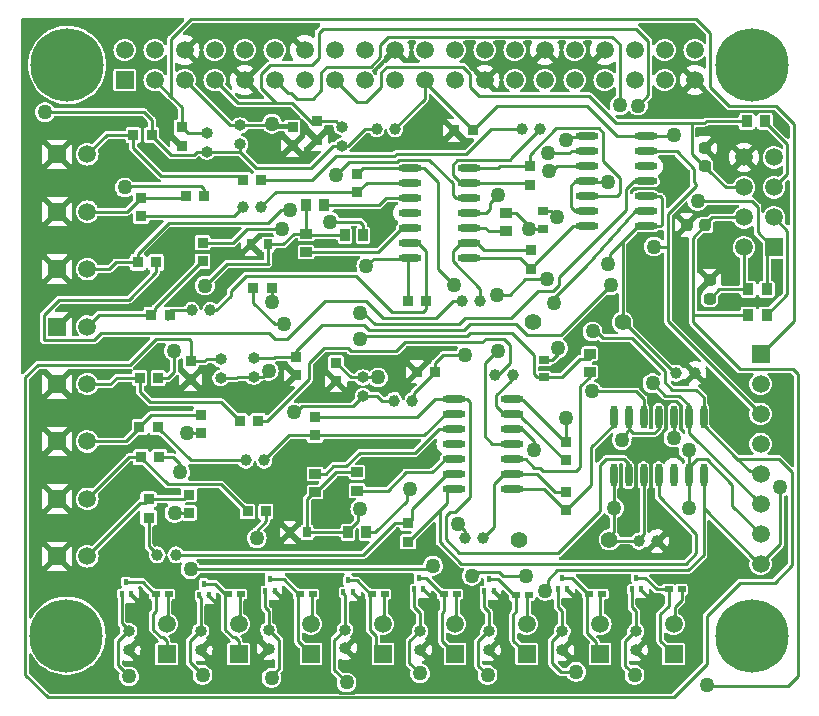
<source format=gbr>
%TF.GenerationSoftware,KiCad,Pcbnew,7.0.1-3b83917a11~172~ubuntu22.04.1*%
%TF.CreationDate,2023-03-24T22:05:32-05:00*%
%TF.ProjectId,pi_hat_forclayton3,70695f68-6174-45f6-966f-72636c617974,rev?*%
%TF.SameCoordinates,Original*%
%TF.FileFunction,Copper,L1,Top*%
%TF.FilePolarity,Positive*%
%FSLAX46Y46*%
G04 Gerber Fmt 4.6, Leading zero omitted, Abs format (unit mm)*
G04 Created by KiCad (PCBNEW 7.0.1-3b83917a11~172~ubuntu22.04.1) date 2023-03-24 22:05:32*
%MOMM*%
%LPD*%
G01*
G04 APERTURE LIST*
G04 Aperture macros list*
%AMRoundRect*
0 Rectangle with rounded corners*
0 $1 Rounding radius*
0 $2 $3 $4 $5 $6 $7 $8 $9 X,Y pos of 4 corners*
0 Add a 4 corners polygon primitive as box body*
4,1,4,$2,$3,$4,$5,$6,$7,$8,$9,$2,$3,0*
0 Add four circle primitives for the rounded corners*
1,1,$1+$1,$2,$3*
1,1,$1+$1,$4,$5*
1,1,$1+$1,$6,$7*
1,1,$1+$1,$8,$9*
0 Add four rect primitives between the rounded corners*
20,1,$1+$1,$2,$3,$4,$5,0*
20,1,$1+$1,$4,$5,$6,$7,0*
20,1,$1+$1,$6,$7,$8,$9,0*
20,1,$1+$1,$8,$9,$2,$3,0*%
G04 Aperture macros list end*
%TA.AperFunction,SMDPad,CuDef*%
%ADD10R,0.419989X0.499999*%
%TD*%
%TA.AperFunction,SMDPad,CuDef*%
%ADD11R,0.319989X0.499999*%
%TD*%
%TA.AperFunction,ComponentPad*%
%ADD12C,6.200013*%
%TD*%
%TA.AperFunction,SMDPad,CuDef*%
%ADD13RoundRect,0.235001X-0.235000X-0.274993X0.235000X-0.274993X0.235000X0.274993X-0.235000X0.274993X0*%
%TD*%
%TA.AperFunction,SMDPad,CuDef*%
%ADD14R,0.810006X0.980008*%
%TD*%
%TA.AperFunction,SMDPad,CuDef*%
%ADD15R,0.870001X0.929996*%
%TD*%
%TA.AperFunction,SMDPad,CuDef*%
%ADD16O,1.019988X0.940003*%
%TD*%
%TA.AperFunction,SMDPad,CuDef*%
%ADD17R,0.929996X0.870001*%
%TD*%
%TA.AperFunction,SMDPad,CuDef*%
%ADD18O,0.940003X1.019988*%
%TD*%
%TA.AperFunction,ComponentPad*%
%ADD19R,1.499997X1.499997*%
%TD*%
%TA.AperFunction,ComponentPad*%
%ADD20C,1.499997*%
%TD*%
%TA.AperFunction,SMDPad,CuDef*%
%ADD21R,0.980008X0.810006*%
%TD*%
%TA.AperFunction,SMDPad,CuDef*%
%ADD22R,0.920013X0.970001*%
%TD*%
%TA.AperFunction,SMDPad,CuDef*%
%ADD23R,0.699999X0.499999*%
%TD*%
%TA.AperFunction,SMDPad,CuDef*%
%ADD24O,1.969999X0.599999*%
%TD*%
%TA.AperFunction,SMDPad,CuDef*%
%ADD25R,0.970001X0.920013*%
%TD*%
%TA.AperFunction,SMDPad,CuDef*%
%ADD26R,0.920013X0.980008*%
%TD*%
%TA.AperFunction,SMDPad,CuDef*%
%ADD27RoundRect,0.235001X-0.274993X0.235000X-0.274993X-0.235000X0.274993X-0.235000X0.274993X0.235000X0*%
%TD*%
%TA.AperFunction,ComponentPad*%
%ADD28C,1.399997*%
%TD*%
%TA.AperFunction,SMDPad,CuDef*%
%ADD29R,0.650011X0.899998*%
%TD*%
%TA.AperFunction,SMDPad,CuDef*%
%ADD30R,0.899998X0.650011*%
%TD*%
%TA.AperFunction,SMDPad,CuDef*%
%ADD31O,0.599999X1.969999*%
%TD*%
%TA.AperFunction,ViaPad*%
%ADD32C,1.270000*%
%TD*%
%TA.AperFunction,Conductor*%
%ADD33C,0.254000*%
%TD*%
G04 APERTURE END LIST*
D10*
%TO.P,Q1_H7,1*%
%TO.N,NetD1_H7_2*%
X46472975Y-48031952D03*
D11*
%TO.P,Q1_H7,2*%
%TO.N,GPIO_1*%
X46072976Y-49032000D03*
%TO.P,Q1_H7,3*%
%TO.N,GND*%
X46872974Y-49032000D03*
%TD*%
D12*
%TO.P,,*%
%TO.N,*%
X4556600Y-4627771D03*
%TD*%
D13*
%TO.P,R31,1*%
%TO.N,GND*%
X57005009Y-18171000D03*
%TO.P,R31,2*%
%TO.N,Button1*%
X58584991Y-18171000D03*
%TD*%
D14*
%TO.P,R23_A_IN_1,1*%
%TO.N,bias_A_in_1*%
X24766059Y-16520000D03*
%TO.P,R23_A_IN_1,2*%
%TO.N,ch3_+3in_A_in_1*%
X26308042Y-16520000D03*
%TD*%
D15*
%TO.P,R19_A_IN_1,1*%
%TO.N,NetC3_A_in_1_2*%
X14597017Y-15758000D03*
%TO.P,R19_A_IN_1,2*%
%TO.N,5V*%
X16156983Y-15758000D03*
%TD*%
D16*
%TO.P,R1_H8,1*%
%TO.N,GND*%
X52696001Y-54143140D03*
%TO.P,R1_H8,2*%
%TO.N,GPIO_11*%
X52696001Y-52563159D03*
%TD*%
D12*
%TO.P,,*%
%TO.N,*%
X62494000Y-52956148D03*
%TD*%
D17*
%TO.P,R2_A_IN_1,1*%
%TO.N,ch1_out1_A_in_1*%
X43825000Y-21871983D03*
%TO.P,R2_A_IN_1,2*%
%TO.N,ch1_-1in_A_in_1*%
X43825000Y-20312017D03*
%TD*%
D18*
%TO.P,R20_A_IN_1,1*%
%TO.N,audio_ch_out_3*%
X32323982Y-10030148D03*
%TO.P,R20_A_IN_1,2*%
%TO.N,5V*%
X30744000Y-10030148D03*
%TD*%
D19*
%TO.P,M\u002A1_H8,1*%
%TO.N,NetD1_H8_2*%
X55890000Y-54496150D03*
D20*
%TO.P,M\u002A1_H8,2*%
%TO.N,5V*%
X55890000Y-51956150D03*
%TD*%
D16*
%TO.P,R1_H5,1*%
%TO.N,GND*%
X34427000Y-54140042D03*
%TO.P,R1_H5,2*%
%TO.N,GPIO_25*%
X34427000Y-52560060D03*
%TD*%
D21*
%TO.P,R23_A_IN_2,1*%
%TO.N,bias_A_in_2*%
X25536949Y-40785992D03*
%TO.P,R23_A_IN_2,2*%
%TO.N,ch3_+3in_A_in_2*%
X25536949Y-39243958D03*
%TD*%
D18*
%TO.P,R17_A_IN_1,1*%
%TO.N,GND*%
X57695991Y-30731148D03*
%TO.P,R17_A_IN_1,2*%
%TO.N,audio_ref_A_in_1*%
X56116009Y-30731148D03*
%TD*%
D22*
%TO.P,C2_A_IN_1,1*%
%TO.N,NetC2_A_in_1_1*%
X20978005Y-14348148D03*
%TO.P,C2_A_IN_1,2*%
%TO.N,NetC2_A_in_1_2*%
X19427995Y-14348148D03*
%TD*%
D19*
%TO.P,P3,1*%
%TO.N,5V*%
X64399000Y-20076000D03*
D20*
%TO.P,P3,2*%
%TO.N,Button0*%
X61859000Y-20076000D03*
%TO.P,P3,3*%
%TO.N,NetC7_1*%
X64399000Y-17536000D03*
%TO.P,P3,4*%
%TO.N,Button1*%
X61859000Y-17536000D03*
%TO.P,P3,5*%
%TO.N,NetC6_1*%
X64399000Y-14996000D03*
%TO.P,P3,6*%
%TO.N,Button2*%
X61859000Y-14996000D03*
%TO.P,P3,7*%
%TO.N,GPIO_12*%
X64399000Y-12456000D03*
%TO.P,P3,8*%
%TO.N,GND*%
X61859000Y-12456000D03*
%TD*%
D23*
%TO.P,D1_H7,1*%
%TO.N,5V*%
X49836012Y-49413000D03*
%TO.P,D1_H7,2*%
%TO.N,NetD1_H7_2*%
X48735988Y-49413000D03*
%TD*%
%TO.P,D1_H6,1*%
%TO.N,5V*%
X43613012Y-49540000D03*
%TO.P,D1_H6,2*%
%TO.N,NetD1_H6_2*%
X42512988Y-49540000D03*
%TD*%
D16*
%TO.P,R12_A_IN_2,1*%
%TO.N,audio_ch_out_5*%
X20339957Y-29433055D03*
%TO.P,R12_A_IN_2,2*%
%TO.N,5V*%
X20339957Y-31013087D03*
%TD*%
D18*
%TO.P,R21_A_IN_1,1*%
%TO.N,NetC3_A_in_1_1*%
X19413009Y-16634148D03*
%TO.P,R21_A_IN_1,2*%
%TO.N,ch3_-3in_A_in_1*%
X20992991Y-16634148D03*
%TD*%
D24*
%TO.P,U2_A_IN_2,1*%
%TO.N,ch1_out1_A_in_2*%
X42245983Y-40510097D03*
%TO.P,U2_A_IN_2,2*%
%TO.N,ch1_-1in_A_in_2*%
X42245983Y-39240097D03*
%TO.P,U2_A_IN_2,3*%
%TO.N,ch1_+1in_A_in_2*%
X42245983Y-37970097D03*
%TO.P,U2_A_IN_2,4*%
%TO.N,5V*%
X42245983Y-36700097D03*
%TO.P,U2_A_IN_2,5*%
%TO.N,ch2_+2in_A_in_2*%
X42245983Y-35430097D03*
%TO.P,U2_A_IN_2,6*%
%TO.N,ch2_-2in_A_in_2*%
X42245983Y-34160097D03*
%TO.P,U2_A_IN_2,7*%
%TO.N,ch2_out2_A_in_2*%
X42245983Y-32890097D03*
%TO.P,U2_A_IN_2,8*%
%TO.N,ch3_out3_A_in_2*%
X37295981Y-32890097D03*
%TO.P,U2_A_IN_2,9*%
%TO.N,ch3_-3in_A_in_2*%
X37295981Y-34160097D03*
%TO.P,U2_A_IN_2,10*%
%TO.N,ch3_+3in_A_in_2*%
X37295981Y-35430097D03*
%TO.P,U2_A_IN_2,11*%
%TO.N,GND*%
X37295981Y-36700097D03*
%TO.P,U2_A_IN_2,12*%
%TO.N,ch4_+4in_A_in_2*%
X37295981Y-37970097D03*
%TO.P,U2_A_IN_2,13*%
%TO.N,ch4_-4in_A_in_2*%
X37295981Y-39240097D03*
%TO.P,U2_A_IN_2,14*%
%TO.N,ch4_out4_A_in_2*%
X37295981Y-40510097D03*
%TD*%
D19*
%TO.P,M\u002A1_H5,1*%
%TO.N,NetD1_H5_2*%
X37385998Y-54496150D03*
D20*
%TO.P,M\u002A1_H5,2*%
%TO.N,5V*%
X37385998Y-51956150D03*
%TD*%
D19*
%TO.P,M\u002A1_H6,1*%
%TO.N,NetD1_H6_2*%
X43462999Y-54496150D03*
D20*
%TO.P,M\u002A1_H6,2*%
%TO.N,5V*%
X43462999Y-51956150D03*
%TD*%
D19*
%TO.P,M\u002A1_H4,1*%
%TO.N,NetD1_H4_2*%
X31289998Y-54496150D03*
D20*
%TO.P,M\u002A1_H4,2*%
%TO.N,5V*%
X31289998Y-51956150D03*
%TD*%
D15*
%TO.P,R22_A_IN_2,1*%
%TO.N,GND*%
X34154966Y-30604148D03*
%TO.P,R22_A_IN_2,2*%
%TO.N,audio_ch_out_7*%
X35714932Y-30604148D03*
%TD*%
D17*
%TO.P,R18_A_IN_2,1*%
%TO.N,ch3_out3_A_in_2*%
X25537000Y-34408966D03*
%TO.P,R18_A_IN_2,2*%
%TO.N,ch3_-3in_A_in_2*%
X25537000Y-35968932D03*
%TD*%
D25*
%TO.P,C4_A_IN_2,1*%
%TO.N,NetC4_A_in_2_1*%
X11440051Y-42948954D03*
%TO.P,C4_A_IN_2,2*%
%TO.N,NetC4_A_in_2_2*%
X11440051Y-41398944D03*
%TD*%
D18*
%TO.P,R27_A_IN_1,1*%
%TO.N,NetC4_A_in_1_1*%
X15095009Y-25409949D03*
%TO.P,R27_A_IN_1,2*%
%TO.N,ch4_-4in_A_in_1*%
X16674991Y-25409949D03*
%TD*%
D21*
%TO.P,R8_A_IN_2,1*%
%TO.N,bias_A_in_2*%
X48787957Y-29071054D03*
%TO.P,R8_A_IN_2,2*%
%TO.N,ch1_+1in_A_in_2*%
X48787957Y-30613088D03*
%TD*%
D24*
%TO.P,U3_A_IN_1,1*%
%TO.N,audio_ch_out_0*%
X48589024Y-10678000D03*
%TO.P,U3_A_IN_1,2*%
%TO.N,audio_ch_out_1*%
X48589024Y-11948000D03*
%TO.P,U3_A_IN_1,3*%
%TO.N,5V*%
X48589024Y-13218000D03*
%TO.P,U3_A_IN_1,4*%
%TO.N,audio_ref_A_in_1*%
X48589024Y-14488000D03*
%TO.P,U3_A_IN_1,5*%
%TO.N,ch2_out2_A_in_1*%
X48589024Y-15758000D03*
%TO.P,U3_A_IN_1,6*%
%TO.N,audio_ref_A_in_1*%
X48589024Y-17028000D03*
%TO.P,U3_A_IN_1,7*%
%TO.N,ch1_out1_A_in_1*%
X48589024Y-18298000D03*
%TO.P,U3_A_IN_1,8*%
%TO.N,audio_ref_A_in_1*%
X53539027Y-18298000D03*
%TO.P,U3_A_IN_1,9*%
%TO.N,ch3_out3_A_in_1*%
X53539027Y-17028000D03*
%TO.P,U3_A_IN_1,10*%
%TO.N,audio_ref_A_in_1*%
X53539027Y-15758000D03*
%TO.P,U3_A_IN_1,11*%
%TO.N,ch4_out4_A_in_1*%
X53539027Y-14488000D03*
%TO.P,U3_A_IN_1,12*%
%TO.N,GND*%
X53539027Y-13218000D03*
%TO.P,U3_A_IN_1,13*%
%TO.N,audio_ch_out_2*%
X53539027Y-11948000D03*
%TO.P,U3_A_IN_1,14*%
%TO.N,audio_ch_out_3*%
X53539027Y-10678000D03*
%TD*%
D26*
%TO.P,C7,1*%
%TO.N,NetC7_1*%
X63777005Y-25791000D03*
%TO.P,C7,2*%
%TO.N,Button1*%
X62226995Y-25791000D03*
%TD*%
D18*
%TO.P,R17_A_IN_2,1*%
%TO.N,GND*%
X54530947Y-44955148D03*
%TO.P,R17_A_IN_2,2*%
%TO.N,audio_ref_A_in_2*%
X52950966Y-44955148D03*
%TD*%
D16*
%TO.P,R26_A_IN_1,1*%
%TO.N,audio_ch_out_2*%
X27823000Y-9875157D03*
%TO.P,R26_A_IN_1,2*%
%TO.N,5V*%
X27823000Y-11455138D03*
%TD*%
D22*
%TO.P,C3_A_IN_2,1*%
%TO.N,NetC3_A_in_2_1*%
X12224961Y-35303097D03*
%TO.P,C3_A_IN_2,2*%
%TO.N,NetC3_A_in_2_2*%
X10674952Y-35303097D03*
%TD*%
D17*
%TO.P,R15_A_IN_1,1*%
%TO.N,GND*%
X23632000Y-11445131D03*
%TO.P,R15_A_IN_1,2*%
%TO.N,audio_ch_out_1*%
X23632000Y-9885164D03*
%TD*%
D18*
%TO.P,R5_A_IN_2,1*%
%TO.N,NetC1_A_in_2_1*%
X38209009Y-44701148D03*
%TO.P,R5_A_IN_2,2*%
%TO.N,ch1_-1in_A_in_2*%
X39789042Y-44701148D03*
%TD*%
D10*
%TO.P,Q1_H8,1*%
%TO.N,NetD1_H8_2*%
X52733999Y-48032002D03*
D11*
%TO.P,Q1_H8,2*%
%TO.N,GPIO_11*%
X52334000Y-49032000D03*
%TO.P,Q1_H8,3*%
%TO.N,GND*%
X53133998Y-49032000D03*
%TD*%
D17*
%TO.P,R6_A_IN_1,1*%
%TO.N,GND*%
X14234000Y-11457983D03*
%TO.P,R6_A_IN_1,2*%
%TO.N,audio_ch_out_0*%
X14234000Y-9898017D03*
%TD*%
%TO.P,R6_A_IN_2,1*%
%TO.N,GND*%
X15005957Y-31257080D03*
%TO.P,R6_A_IN_2,2*%
%TO.N,audio_ch_out_4*%
X15005957Y-29697063D03*
%TD*%
D26*
%TO.P,C5,1*%
%TO.N,5V*%
X63777005Y-23632000D03*
%TO.P,C5,2*%
%TO.N,Button0*%
X62226995Y-23632000D03*
%TD*%
D27*
%TO.P,R30,1*%
%TO.N,GND*%
X58938000Y-22842009D03*
%TO.P,R30,2*%
%TO.N,Button0*%
X58938000Y-24421991D03*
%TD*%
D16*
%TO.P,R1_H4,1*%
%TO.N,GND*%
X28077000Y-54012991D03*
%TO.P,R1_H4,2*%
%TO.N,GPIO_24*%
X28077000Y-52433009D03*
%TD*%
D17*
%TO.P,R19_A_IN_2,1*%
%TO.N,NetC3_A_in_2_2*%
X15894957Y-34269114D03*
%TO.P,R19_A_IN_2,2*%
%TO.N,5V*%
X15894957Y-35829080D03*
%TD*%
%TO.P,R28_A_IN_1,1*%
%TO.N,GND*%
X25664000Y-10950009D03*
%TO.P,R28_A_IN_1,2*%
%TO.N,audio_ch_out_2*%
X25664000Y-9389991D03*
%TD*%
D10*
%TO.P,Q1_H3,1*%
%TO.N,NetD1_H3_2*%
X21708001Y-48158952D03*
D11*
%TO.P,Q1_H3,2*%
%TO.N,GPIO_23*%
X21308002Y-49159000D03*
%TO.P,Q1_H3,3*%
%TO.N,GND*%
X22108000Y-49159000D03*
%TD*%
D16*
%TO.P,R4_A_IN_2,1*%
%TO.N,audio_ch_out_4*%
X17545957Y-29560055D03*
%TO.P,R4_A_IN_2,2*%
%TO.N,5V*%
X17545957Y-31140087D03*
%TD*%
D19*
%TO.P,MK3_A_IN_2,1*%
%TO.N,GND*%
X3711034Y-36500554D03*
D20*
%TO.P,MK3_A_IN_2,2*%
%TO.N,NetC3_A_in_2_2*%
X6251034Y-36500554D03*
%TD*%
D19*
%TO.P,P2,1*%
%TO.N,audio_ch_out_0*%
X63256000Y-29093000D03*
D20*
%TO.P,P2,2*%
%TO.N,audio_ch_out_1*%
X63256000Y-31633000D03*
%TO.P,P2,3*%
%TO.N,audio_ch_out_2*%
X63256000Y-34173000D03*
%TO.P,P2,4*%
%TO.N,audio_ch_out_3*%
X63256000Y-36713000D03*
%TO.P,P2,5*%
%TO.N,audio_ch_out_4*%
X63256000Y-39253000D03*
%TO.P,P2,6*%
%TO.N,audio_ch_out_5*%
X63256000Y-41793000D03*
%TO.P,P2,7*%
%TO.N,audio_ch_out_6*%
X63256000Y-44333000D03*
%TO.P,P2,8*%
%TO.N,audio_ch_out_7*%
X63256000Y-46873000D03*
%TD*%
D21*
%TO.P,R29_A_IN_2,1*%
%TO.N,bias_A_in_2*%
X29093000Y-39117008D03*
%TO.P,R29_A_IN_2,2*%
%TO.N,ch4_+4in_A_in_2*%
X29093000Y-40659042D03*
%TD*%
D19*
%TO.P,M\u002A1_H3,1*%
%TO.N,NetD1_H3_2*%
X25193998Y-54496150D03*
D20*
%TO.P,M\u002A1_H3,2*%
%TO.N,5V*%
X25193998Y-51956150D03*
%TD*%
D15*
%TO.P,R11_A_IN_2,1*%
%TO.N,NetC2_A_in_2_2*%
X10688008Y-31112097D03*
%TO.P,R11_A_IN_2,2*%
%TO.N,5V*%
X12248025Y-31112097D03*
%TD*%
D14*
%TO.P,R16_A_IN_1,1*%
%TO.N,bias_A_in_1*%
X28068008Y-19060000D03*
%TO.P,R16_A_IN_1,2*%
%TO.N,ch2_+2in_A_in_1*%
X29609992Y-19060000D03*
%TD*%
D12*
%TO.P,,*%
%TO.N,*%
X4494014Y-52956148D03*
%TD*%
D19*
%TO.P,MK4_A_IN_2,1*%
%TO.N,GND*%
X3711034Y-46225097D03*
D20*
%TO.P,MK4_A_IN_2,2*%
%TO.N,NetC4_A_in_2_2*%
X6251034Y-46225097D03*
%TD*%
D23*
%TO.P,D1_H4,1*%
%TO.N,5V*%
X31421012Y-49413000D03*
%TO.P,D1_H4,2*%
%TO.N,NetD1_H4_2*%
X30320988Y-49413000D03*
%TD*%
D17*
%TO.P,R15_A_IN_2,1*%
%TO.N,GND*%
X23886000Y-30888932D03*
%TO.P,R15_A_IN_2,2*%
%TO.N,audio_ch_out_5*%
X23886000Y-29328915D03*
%TD*%
D23*
%TO.P,D1_H8,1*%
%TO.N,5V*%
X56567012Y-49032000D03*
%TO.P,D1_H8,2*%
%TO.N,NetD1_H8_2*%
X55466988Y-49032000D03*
%TD*%
D18*
%TO.P,R5_A_IN_1,1*%
%TO.N,NetC1_A_in_1_1*%
X37955009Y-24635148D03*
%TO.P,R5_A_IN_1,2*%
%TO.N,ch1_-1in_A_in_1*%
X39534991Y-24635148D03*
%TD*%
D16*
%TO.P,R1_H2,1*%
%TO.N,GND*%
X15847002Y-54127138D03*
%TO.P,R1_H2,2*%
%TO.N,GPIO_18*%
X15847002Y-52547157D03*
%TD*%
D17*
%TO.P,R2_A_IN_2,1*%
%TO.N,ch1_out1_A_in_2*%
X46746000Y-42319034D03*
%TO.P,R2_A_IN_2,2*%
%TO.N,ch1_-1in_A_in_2*%
X46746000Y-40759017D03*
%TD*%
D28*
%TO.P,R14_A_IN_1,1*%
%TO.N,audio_ref_A_in_1*%
X51572000Y-26426000D03*
%TO.P,R14_A_IN_1,2*%
%TO.N,5V*%
X43952000Y-26426000D03*
%TD*%
D19*
%TO.P,M\u002A1_H2,1*%
%TO.N,NetD1_H2_2*%
X19060000Y-54496150D03*
D20*
%TO.P,M\u002A1_H2,2*%
%TO.N,5V*%
X19060000Y-51956150D03*
%TD*%
D29*
%TO.P,R9_A_IN_2,1*%
%TO.N,GND*%
X23415033Y-44206051D03*
%TO.P,R9_A_IN_2,2*%
%TO.N,bias_A_in_2*%
X24865018Y-44206051D03*
%TD*%
%TO.P,R9_A_IN_1,1*%
%TO.N,GND*%
X20112982Y-19822000D03*
%TO.P,R9_A_IN_1,2*%
%TO.N,bias_A_in_1*%
X21563018Y-19822000D03*
%TD*%
D16*
%TO.P,R1_H7,1*%
%TO.N,GND*%
X46473001Y-54143140D03*
%TO.P,R1_H7,2*%
%TO.N,GPIO_1*%
X46473001Y-52563159D03*
%TD*%
%TO.P,R26_A_IN_2,1*%
%TO.N,audio_ch_out_6*%
X29601051Y-31084106D03*
%TO.P,R26_A_IN_2,2*%
%TO.N,5V*%
X29601051Y-32664138D03*
%TD*%
D18*
%TO.P,R20_A_IN_2,1*%
%TO.N,audio_ch_out_7*%
X33789511Y-33041125D03*
%TO.P,R20_A_IN_2,2*%
%TO.N,5V*%
X32209529Y-33041125D03*
%TD*%
D23*
%TO.P,D1_H3,1*%
%TO.N,5V*%
X25325012Y-49413000D03*
%TO.P,D1_H3,2*%
%TO.N,NetD1_H3_2*%
X24224988Y-49413000D03*
%TD*%
D25*
%TO.P,C3_A_IN_1,1*%
%TO.N,NetC3_A_in_1_1*%
X10805051Y-17422005D03*
%TO.P,C3_A_IN_1,2*%
%TO.N,NetC3_A_in_1_2*%
X10805051Y-15871995D03*
%TD*%
D16*
%TO.P,R1_H3,1*%
%TO.N,GND*%
X21601422Y-54049923D03*
%TO.P,R1_H3,2*%
%TO.N,GPIO_23*%
X21601422Y-52469941D03*
%TD*%
D17*
%TO.P,R18_A_IN_1,1*%
%TO.N,ch3_out3_A_in_1*%
X29093000Y-13834966D03*
%TO.P,R18_A_IN_1,2*%
%TO.N,ch3_-3in_A_in_1*%
X29093000Y-15394932D03*
%TD*%
D19*
%TO.P,P1,1*%
%TO.N,3.3V*%
X9426593Y-5897771D03*
D20*
%TO.P,P1,2*%
%TO.N,5V*%
X9426593Y-3357771D03*
%TO.P,P1,3*%
%TO.N,audio_ch_out_0*%
X11966593Y-5897771D03*
%TO.P,P1,4*%
%TO.N,5V*%
X11966593Y-3357771D03*
%TO.P,P1,5*%
%TO.N,audio_ch_out_1*%
X14506593Y-5897771D03*
%TO.P,P1,6*%
%TO.N,GND*%
X14506593Y-3357771D03*
%TO.P,P1,7*%
%TO.N,audio_ch_out_2*%
X17046593Y-5897771D03*
%TO.P,P1,8*%
%TO.N,GPIO_14*%
X17046593Y-3357771D03*
%TO.P,P1,9*%
%TO.N,GND*%
X19586593Y-5897771D03*
%TO.P,P1,10*%
%TO.N,GPIO_15*%
X19586593Y-3357771D03*
%TO.P,P1,11*%
%TO.N,Button0*%
X22126593Y-5897771D03*
%TO.P,P1,12*%
%TO.N,GPIO_18*%
X22126593Y-3357771D03*
%TO.P,P1,13*%
%TO.N,Button1*%
X24666593Y-5897771D03*
%TO.P,P1,14*%
%TO.N,GND*%
X24666593Y-3357771D03*
%TO.P,P1,15*%
%TO.N,Button2*%
X27206593Y-5897771D03*
%TO.P,P1,16*%
%TO.N,GPIO_23*%
X27206593Y-3357771D03*
%TO.P,P1,17*%
%TO.N,3.3V*%
X29746593Y-5897771D03*
%TO.P,P1,18*%
%TO.N,GPIO_24*%
X29746593Y-3357771D03*
%TO.P,P1,19*%
%TO.N,GPIO_10*%
X32286593Y-5897771D03*
%TO.P,P1,20*%
%TO.N,GND*%
X32286593Y-3357771D03*
%TO.P,P1,21*%
%TO.N,audio_ch_out_3*%
X34826593Y-5897771D03*
%TO.P,P1,22*%
%TO.N,GPIO_25*%
X34826593Y-3357771D03*
%TO.P,P1,23*%
%TO.N,GPIO_11*%
X37366593Y-5897771D03*
%TO.P,P1,24*%
%TO.N,GPIO_8*%
X37366593Y-3357771D03*
%TO.P,P1,25*%
%TO.N,GND*%
X39906593Y-5897771D03*
%TO.P,P1,26*%
%TO.N,GPIO_7*%
X39906593Y-3357771D03*
%TO.P,P1,27*%
%TO.N,GPIO_0*%
X42446593Y-5897771D03*
%TO.P,P1,28*%
%TO.N,GPIO_1*%
X42446593Y-3357771D03*
%TO.P,P1,29*%
%TO.N,GPIO_5*%
X44986593Y-5897771D03*
%TO.P,P1,30*%
%TO.N,GND*%
X44986593Y-3357771D03*
%TO.P,P1,31*%
%TO.N,GPIO_6*%
X47526593Y-5897771D03*
%TO.P,P1,32*%
%TO.N,GPIO_12*%
X47526593Y-3357771D03*
%TO.P,P1,33*%
%TO.N,GPIO_13*%
X50066593Y-5897771D03*
%TO.P,P1,34*%
%TO.N,GND*%
X50066593Y-3357771D03*
%TO.P,P1,35*%
%TO.N,audio_ch_out_5*%
X52606593Y-5897771D03*
%TO.P,P1,36*%
%TO.N,audio_ch_out_4*%
X52606593Y-3357771D03*
%TO.P,P1,37*%
%TO.N,audio_ch_out_7*%
X55146593Y-5897771D03*
%TO.P,P1,38*%
%TO.N,audio_ch_out_6*%
X55146593Y-3357771D03*
%TO.P,P1,39*%
%TO.N,GND*%
X57686593Y-5897771D03*
%TO.P,P1,40*%
%TO.N,GPIO_21*%
X57686593Y-3357771D03*
%TD*%
D19*
%TO.P,M\u002A1_H7,1*%
%TO.N,NetD1_H7_2*%
X49685999Y-54496150D03*
D20*
%TO.P,M\u002A1_H7,2*%
%TO.N,5V*%
X49685999Y-51956150D03*
%TD*%
D28*
%TO.P,R14_A_IN_2,1*%
%TO.N,audio_ref_A_in_2*%
X50456991Y-44828097D03*
%TO.P,R14_A_IN_2,2*%
%TO.N,5V*%
X42836991Y-44828097D03*
%TD*%
D22*
%TO.P,C1_A_IN_2,1*%
%TO.N,NetC1_A_in_2_1*%
X12369995Y-37843097D03*
%TO.P,C1_A_IN_2,2*%
%TO.N,NetC1_A_in_2_2*%
X10819986Y-37843097D03*
%TD*%
D15*
%TO.P,R11_A_IN_1,1*%
%TO.N,NetC2_A_in_1_2*%
X10152017Y-10550949D03*
%TO.P,R11_A_IN_1,2*%
%TO.N,5V*%
X11711983Y-10550949D03*
%TD*%
%TO.P,R3_A_IN_1,1*%
%TO.N,NetC1_A_in_1_2*%
X20312017Y-23504949D03*
%TO.P,R3_A_IN_1,2*%
%TO.N,5V*%
X21871983Y-23504949D03*
%TD*%
D17*
%TO.P,R10_A_IN_2,1*%
%TO.N,ch2_out2_A_in_2*%
X46746051Y-36555114D03*
%TO.P,R10_A_IN_2,2*%
%TO.N,ch2_-2in_A_in_2*%
X46746051Y-38115131D03*
%TD*%
D18*
%TO.P,R13_A_IN_2,1*%
%TO.N,NetC2_A_in_2_1*%
X40749009Y-30871000D03*
%TO.P,R13_A_IN_2,2*%
%TO.N,ch2_-2in_A_in_2*%
X42329042Y-30871000D03*
%TD*%
D19*
%TO.P,MK2_A_IN_2,1*%
%TO.N,GND*%
X3711034Y-31638284D03*
D20*
%TO.P,MK2_A_IN_2,2*%
%TO.N,NetC2_A_in_2_2*%
X6251034Y-31638284D03*
%TD*%
D15*
%TO.P,R3_A_IN_2,1*%
%TO.N,NetC1_A_in_2_2*%
X19822000Y-42428000D03*
%TO.P,R3_A_IN_2,2*%
%TO.N,5V*%
X21382017Y-42428000D03*
%TD*%
D16*
%TO.P,R1_H1,1*%
%TO.N,GND*%
X9751002Y-54127138D03*
%TO.P,R1_H1,2*%
%TO.N,GPIO_15*%
X9751002Y-52547157D03*
%TD*%
%TO.P,R4_A_IN_1,1*%
%TO.N,audio_ch_out_0*%
X16393000Y-10383157D03*
%TO.P,R4_A_IN_1,2*%
%TO.N,5V*%
X16393000Y-11963138D03*
%TD*%
%TO.P,R12_A_IN_1,1*%
%TO.N,audio_ch_out_1*%
X19187000Y-9748157D03*
%TO.P,R12_A_IN_1,2*%
%TO.N,5V*%
X19187000Y-11328138D03*
%TD*%
D19*
%TO.P,M\u002A1_H1,1*%
%TO.N,NetD1_H1_2*%
X12964000Y-54496150D03*
D20*
%TO.P,M\u002A1_H1,2*%
%TO.N,5V*%
X12964000Y-51956150D03*
%TD*%
D14*
%TO.P,R16_A_IN_2,1*%
%TO.N,bias_A_in_2*%
X28322008Y-44206051D03*
%TO.P,R16_A_IN_2,2*%
%TO.N,ch2_+2in_A_in_2*%
X29864042Y-44206051D03*
%TD*%
D23*
%TO.P,D1_H2,1*%
%TO.N,5V*%
X19229012Y-49413000D03*
%TO.P,D1_H2,2*%
%TO.N,NetD1_H2_2*%
X18128988Y-49413000D03*
%TD*%
D10*
%TO.P,Q1_H1,1*%
%TO.N,NetD1_H1_2*%
X9553999Y-48412951D03*
D11*
%TO.P,Q1_H1,2*%
%TO.N,GPIO_15*%
X9154000Y-49413000D03*
%TO.P,Q1_H1,3*%
%TO.N,GND*%
X9953998Y-49413000D03*
%TD*%
D10*
%TO.P,Q1_H6,1*%
%TO.N,NetD1_H6_2*%
X40249975Y-48158952D03*
D11*
%TO.P,Q1_H6,2*%
%TO.N,GPIO_7*%
X39849976Y-49159000D03*
%TO.P,Q1_H6,3*%
%TO.N,GND*%
X40649974Y-49159000D03*
%TD*%
D19*
%TO.P,MK1_A_IN_2,1*%
%TO.N,GND*%
X3711034Y-41362825D03*
D20*
%TO.P,MK1_A_IN_2,2*%
%TO.N,NetC1_A_in_2_2*%
X6251034Y-41362825D03*
%TD*%
D19*
%TO.P,MK1_A_IN_1,1*%
%TO.N,GND*%
X3711034Y-21913690D03*
D20*
%TO.P,MK1_A_IN_1,2*%
%TO.N,NetC1_A_in_1_2*%
X6251034Y-21913690D03*
%TD*%
D19*
%TO.P,MK4_A_IN_1,1*%
%TO.N,GND*%
X3711034Y-26776012D03*
D20*
%TO.P,MK4_A_IN_1,2*%
%TO.N,NetC4_A_in_1_2*%
X6251034Y-26776012D03*
%TD*%
D18*
%TO.P,R21_A_IN_2,1*%
%TO.N,NetC3_A_in_2_1*%
X19666958Y-38109949D03*
%TO.P,R21_A_IN_2,2*%
%TO.N,ch3_-3in_A_in_2*%
X21246991Y-38109949D03*
%TD*%
D23*
%TO.P,D1_H1,1*%
%TO.N,5V*%
X13133012Y-49413000D03*
%TO.P,D1_H1,2*%
%TO.N,NetD1_H1_2*%
X12032988Y-49413000D03*
%TD*%
D17*
%TO.P,R10_A_IN_1,1*%
%TO.N,ch2_out2_A_in_1*%
X43698000Y-13199966D03*
%TO.P,R10_A_IN_1,2*%
%TO.N,ch2_-2in_A_in_1*%
X43698000Y-14759932D03*
%TD*%
%TO.P,R25_A_IN_1,1*%
%TO.N,NetC4_A_in_1_2*%
X16012000Y-21236983D03*
%TO.P,R25_A_IN_1,2*%
%TO.N,5V*%
X16012000Y-19677017D03*
%TD*%
D10*
%TO.P,Q1_H5,1*%
%TO.N,NetD1_H5_2*%
X34318999Y-48031951D03*
D11*
%TO.P,Q1_H5,2*%
%TO.N,GPIO_25*%
X33919000Y-49032000D03*
%TO.P,Q1_H5,3*%
%TO.N,GND*%
X34719049Y-49032000D03*
%TD*%
D10*
%TO.P,Q1_H4,1*%
%TO.N,NetD1_H4_2*%
X28331025Y-48270000D03*
D11*
%TO.P,Q1_H4,2*%
%TO.N,GPIO_24*%
X27931026Y-49270048D03*
%TO.P,Q1_H4,3*%
%TO.N,GND*%
X28731024Y-49270048D03*
%TD*%
D26*
%TO.P,C6,1*%
%TO.N,NetC6_1*%
X63650005Y-9408000D03*
%TO.P,C6,2*%
%TO.N,Button2*%
X62099995Y-9408000D03*
%TD*%
D22*
%TO.P,C4_A_IN_1,1*%
%TO.N,NetC4_A_in_1_1*%
X13231005Y-25791000D03*
%TO.P,C4_A_IN_1,2*%
%TO.N,NetC4_A_in_1_2*%
X11680995Y-25791000D03*
%TD*%
D24*
%TO.P,U2_A_IN_1,1*%
%TO.N,ch1_out1_A_in_1*%
X38552976Y-20964949D03*
%TO.P,U2_A_IN_1,2*%
%TO.N,ch1_-1in_A_in_1*%
X38552976Y-19694949D03*
%TO.P,U2_A_IN_1,3*%
%TO.N,ch1_+1in_A_in_1*%
X38552976Y-18424949D03*
%TO.P,U2_A_IN_1,4*%
%TO.N,5V*%
X38552976Y-17154949D03*
%TO.P,U2_A_IN_1,5*%
%TO.N,ch2_+2in_A_in_1*%
X38552976Y-15884949D03*
%TO.P,U2_A_IN_1,6*%
%TO.N,ch2_-2in_A_in_1*%
X38552976Y-14614949D03*
%TO.P,U2_A_IN_1,7*%
%TO.N,ch2_out2_A_in_1*%
X38552976Y-13344949D03*
%TO.P,U2_A_IN_1,8*%
%TO.N,ch3_out3_A_in_1*%
X33603024Y-13344949D03*
%TO.P,U2_A_IN_1,9*%
%TO.N,ch3_-3in_A_in_1*%
X33603024Y-14614949D03*
%TO.P,U2_A_IN_1,10*%
%TO.N,ch3_+3in_A_in_1*%
X33603024Y-15884949D03*
%TO.P,U2_A_IN_1,11*%
%TO.N,GND*%
X33603024Y-17154949D03*
%TO.P,U2_A_IN_1,12*%
%TO.N,ch4_+4in_A_in_1*%
X33603024Y-18424949D03*
%TO.P,U2_A_IN_1,13*%
%TO.N,ch4_-4in_A_in_1*%
X33603024Y-19694949D03*
%TO.P,U2_A_IN_1,14*%
%TO.N,ch4_out4_A_in_1*%
X33603024Y-20964949D03*
%TD*%
D18*
%TO.P,R13_A_IN_1,1*%
%TO.N,NetC2_A_in_1_1*%
X43035009Y-10042949D03*
%TO.P,R13_A_IN_1,2*%
%TO.N,ch2_-2in_A_in_1*%
X44614991Y-10042949D03*
%TD*%
D22*
%TO.P,C1_A_IN_1,1*%
%TO.N,NetC1_A_in_1_1*%
X12088005Y-21345949D03*
%TO.P,C1_A_IN_1,2*%
%TO.N,NetC1_A_in_1_2*%
X10537995Y-21345949D03*
%TD*%
D17*
%TO.P,R24_A_IN_2,1*%
%TO.N,ch4_out4_A_in_2*%
X33411000Y-44985983D03*
%TO.P,R24_A_IN_2,2*%
%TO.N,ch4_-4in_A_in_2*%
X33411000Y-43426017D03*
%TD*%
D30*
%TO.P,R7_A_IN_1,1*%
%TO.N,bias_A_in_1*%
X44841000Y-18478036D03*
%TO.P,R7_A_IN_1,2*%
%TO.N,5V*%
X44841000Y-17028000D03*
%TD*%
D17*
%TO.P,R25_A_IN_2,1*%
%TO.N,NetC4_A_in_2_2*%
X14869000Y-41000164D03*
%TO.P,R25_A_IN_2,2*%
%TO.N,5V*%
X14869000Y-42560131D03*
%TD*%
D27*
%TO.P,R32,1*%
%TO.N,GND*%
X58525098Y-11643530D03*
%TO.P,R32,2*%
%TO.N,Button2*%
X58525098Y-13223512D03*
%TD*%
D15*
%TO.P,R24_A_IN_1,1*%
%TO.N,ch4_out4_A_in_1*%
X33393068Y-24648000D03*
%TO.P,R24_A_IN_1,2*%
%TO.N,ch4_-4in_A_in_1*%
X34953085Y-24648000D03*
%TD*%
D22*
%TO.P,C2_A_IN_2,1*%
%TO.N,NetC2_A_in_2_1*%
X20723979Y-34807975D03*
%TO.P,C2_A_IN_2,2*%
%TO.N,NetC2_A_in_2_2*%
X19173970Y-34807975D03*
%TD*%
D19*
%TO.P,MK2_A_IN_1,1*%
%TO.N,GND*%
X3711034Y-12189147D03*
D20*
%TO.P,MK2_A_IN_1,2*%
%TO.N,NetC2_A_in_1_2*%
X6251034Y-12189147D03*
%TD*%
D17*
%TO.P,R28_A_IN_2,1*%
%TO.N,GND*%
X27315051Y-31396983D03*
%TO.P,R28_A_IN_2,2*%
%TO.N,audio_ch_out_6*%
X27315051Y-29837017D03*
%TD*%
D15*
%TO.P,R22_A_IN_1,1*%
%TO.N,GND*%
X37330017Y-10170000D03*
%TO.P,R22_A_IN_1,2*%
%TO.N,audio_ch_out_3*%
X38889983Y-10170000D03*
%TD*%
D23*
%TO.P,D1_H5,1*%
%TO.N,5V*%
X37517012Y-49413000D03*
%TO.P,D1_H5,2*%
%TO.N,NetD1_H5_2*%
X36416988Y-49413000D03*
%TD*%
D10*
%TO.P,Q1_H2,1*%
%TO.N,NetD1_H2_2*%
X16120001Y-48539952D03*
D11*
%TO.P,Q1_H2,2*%
%TO.N,GPIO_18*%
X15720002Y-49540000D03*
%TO.P,Q1_H2,3*%
%TO.N,GND*%
X16520000Y-49540000D03*
%TD*%
D18*
%TO.P,R27_A_IN_2,1*%
%TO.N,NetC4_A_in_2_1*%
X12174009Y-46110898D03*
%TO.P,R27_A_IN_2,2*%
%TO.N,ch4_-4in_A_in_2*%
X13753991Y-46110898D03*
%TD*%
D19*
%TO.P,MK3_A_IN_1,1*%
%TO.N,GND*%
X3711034Y-17051419D03*
D20*
%TO.P,MK3_A_IN_1,2*%
%TO.N,NetC3_A_in_1_2*%
X6251034Y-17051419D03*
%TD*%
D21*
%TO.P,R8_A_IN_1,1*%
%TO.N,bias_A_in_1*%
X41666000Y-17145958D03*
%TO.P,R8_A_IN_1,2*%
%TO.N,ch1_+1in_A_in_1*%
X41666000Y-18687941D03*
%TD*%
D12*
%TO.P,,*%
%TO.N,*%
X62556586Y-4627771D03*
%TD*%
D30*
%TO.P,R7_A_IN_2,1*%
%TO.N,bias_A_in_2*%
X44911993Y-31075114D03*
%TO.P,R7_A_IN_2,2*%
%TO.N,5V*%
X44911993Y-29625130D03*
%TD*%
D31*
%TO.P,U3_A_IN_2,1*%
%TO.N,audio_ch_out_4*%
X58430000Y-34427000D03*
%TO.P,U3_A_IN_2,2*%
%TO.N,audio_ch_out_5*%
X57160000Y-34427000D03*
%TO.P,U3_A_IN_2,3*%
%TO.N,5V*%
X55890000Y-34427000D03*
%TO.P,U3_A_IN_2,4*%
%TO.N,audio_ref_A_in_2*%
X54620000Y-34427000D03*
%TO.P,U3_A_IN_2,5*%
%TO.N,ch2_out2_A_in_2*%
X53350000Y-34427000D03*
%TO.P,U3_A_IN_2,6*%
%TO.N,audio_ref_A_in_2*%
X52080000Y-34427000D03*
%TO.P,U3_A_IN_2,7*%
%TO.N,ch1_out1_A_in_2*%
X50810000Y-34427000D03*
%TO.P,U3_A_IN_2,8*%
%TO.N,audio_ref_A_in_2*%
X50810000Y-39376952D03*
%TO.P,U3_A_IN_2,9*%
%TO.N,ch3_out3_A_in_2*%
X52080000Y-39376952D03*
%TO.P,U3_A_IN_2,10*%
%TO.N,audio_ref_A_in_2*%
X53350000Y-39376952D03*
%TO.P,U3_A_IN_2,11*%
%TO.N,ch4_out4_A_in_2*%
X54620000Y-39376952D03*
%TO.P,U3_A_IN_2,12*%
%TO.N,GND*%
X55890000Y-39376952D03*
%TO.P,U3_A_IN_2,13*%
%TO.N,audio_ch_out_6*%
X57160000Y-39376952D03*
%TO.P,U3_A_IN_2,14*%
%TO.N,audio_ch_out_7*%
X58430000Y-39376952D03*
%TD*%
D21*
%TO.P,R29_A_IN_1,1*%
%TO.N,bias_A_in_1*%
X24775000Y-18924008D03*
%TO.P,R29_A_IN_1,2*%
%TO.N,ch4_+4in_A_in_1*%
X24775000Y-20465992D03*
%TD*%
D16*
%TO.P,R1_H6,1*%
%TO.N,GND*%
X40250001Y-54143140D03*
%TO.P,R1_H6,2*%
%TO.N,GPIO_7*%
X40250001Y-52563158D03*
%TD*%
D32*
%TO.N,GND*%
X25664000Y-32268000D03*
X59581814Y-21196013D03*
X56398000Y-45095000D03*
X26553000Y-42555000D03*
X55890000Y-14742000D03*
X54112000Y-22362000D03*
X21981000Y-11821000D03*
X23124000Y-40269000D03*
X19314000Y-32649000D03*
X35189000Y-10170000D03*
X60208000Y-46746000D03*
%TO.N,5V*%
X46124056Y-28609130D03*
X13641977Y-42560131D03*
X20601983Y-44689108D03*
X46053037Y-17536000D03*
X2677000Y-8620600D03*
X23759000Y-34046000D03*
X57922000Y-16139000D03*
X21871983Y-24731972D03*
X13599000Y-28839000D03*
X41031000Y-28839000D03*
X22743508Y-18475800D03*
X9433400Y-14996000D03*
X55890000Y-36174012D03*
X21611989Y-30505088D03*
X41031000Y-15631000D03*
X45349000Y-13599000D03*
X14667934Y-35829080D03*
%TO.N,audio_ch_out_0*%
X46746000Y-11013001D03*
%TO.N,audio_ch_out_1*%
X21899364Y-9591236D03*
X45269092Y-12075000D03*
%TO.N,audio_ch_out_2*%
X52867400Y-8061800D03*
X54239000Y-19999800D03*
%TO.N,audio_ch_out_3*%
X55890000Y-10551000D03*
%TO.N,audio_ch_out_6*%
X57160000Y-37195600D03*
X30871000Y-31084106D03*
X57160000Y-42123200D03*
%TO.N,audio_ch_out_7*%
X38262400Y-29194600D03*
X45023956Y-49159000D03*
X64907000Y-40396000D03*
%TO.N,GPIO_1*%
X47635000Y-56017000D03*
%TO.N,GPIO_7*%
X40142000Y-56271000D03*
%TO.N,GPIO_23*%
X21854000Y-56525000D03*
%TO.N,GPIO_24*%
X28204000Y-56906000D03*
%TO.N,GPIO_25*%
X34427000Y-56144000D03*
%TO.N,audio_ch_out_4*%
X49032000Y-27188000D03*
%TO.N,audio_ch_out_5*%
X54112000Y-31580676D03*
X50556000Y-23276400D03*
%TO.N,NetC1_A_in_1_2*%
X22895400Y-26578400D03*
X23454200Y-16875600D03*
%TO.N,NetC1_A_in_2_1*%
X35519200Y-47025400D03*
X14996000Y-47304800D03*
X14107000Y-39126000D03*
X37602000Y-43469400D03*
%TO.N,GPIO_11*%
X52588000Y-56271000D03*
%TO.N,bias_A_in_1*%
X16215200Y-23301800D03*
X43672600Y-18475800D03*
%TO.N,bias_A_in_2*%
X29372400Y-27823000D03*
X29372400Y-42224800D03*
%TO.N,GPIO_15*%
X9789000Y-56398000D03*
%TO.N,GPIO_18*%
X16012000Y-56271000D03*
%TO.N,Button1*%
X58684000Y-57160000D03*
%TO.N,ch2_+2in_A_in_1*%
X27315000Y-13925085D03*
X26832400Y-17891600D03*
%TO.N,ch2_+2in_A_in_2*%
X43418600Y-47878992D03*
X38795800Y-47878992D03*
X33538000Y-40523000D03*
X44104400Y-37195600D03*
%TO.N,ch2_out2_A_in_2*%
X49006600Y-32268000D03*
X46746051Y-34528549D03*
%TO.N,ch3_out3_A_in_1*%
X37271800Y-23276400D03*
X45145800Y-22743000D03*
X40904000Y-24063800D03*
X45755400Y-24775000D03*
%TO.N,ch4_out4_A_in_1*%
X29372400Y-25613200D03*
X29880400Y-21650800D03*
%TO.N,audio_ref_A_in_1*%
X50307486Y-14533314D03*
X50352800Y-21447600D03*
%TO.N,audio_ref_A_in_2*%
X51495800Y-36382800D03*
X50845458Y-42142809D03*
%TO.N,Button0*%
X51343400Y-8036400D03*
%TD*%
D33*
%TO.N,NetD1_H8_2*%
X54758989Y-53365138D02*
X55890000Y-54496150D01*
X54758989Y-53365138D02*
X54758989Y-51143807D01*
X53468974Y-48032002D02*
X54468972Y-49032000D01*
X55466988Y-50435807D02*
X55466988Y-49032000D01*
X52733999Y-48032002D02*
X53468974Y-48032002D01*
X54468972Y-49032000D02*
X55466988Y-49032000D01*
X54758989Y-51143807D02*
X55466988Y-50435807D01*
%TO.N,NetD1_H7_2*%
X47127000Y-48031951D02*
X47254914Y-48031951D01*
X49322932Y-54133082D02*
X49685999Y-54496150D01*
X48554988Y-52745988D02*
X49322932Y-53513932D01*
X48554988Y-49493975D02*
X48635963Y-49413000D01*
X48554988Y-52745988D02*
X48554988Y-49493975D01*
X49322932Y-54133082D02*
X49322932Y-53513932D01*
X46472950Y-48031951D02*
X47127000Y-48031951D01*
X47254940Y-48031951D02*
X48635989Y-49413000D01*
X48635989Y-49413000D02*
X48735988Y-49413000D01*
%TO.N,NetD1_H6_2*%
X40249950Y-48158951D02*
X41031914Y-48158951D01*
X42331988Y-51134307D02*
X42512988Y-50953307D01*
X41031914Y-48158951D02*
X42412963Y-49540000D01*
X42331988Y-53365138D02*
X42331988Y-51134307D01*
X42331988Y-53365138D02*
X43462999Y-54496150D01*
X42512988Y-50953307D02*
X42512988Y-49540000D01*
X42412963Y-49540000D02*
X42512988Y-49540000D01*
%TO.N,NetD1_H5_2*%
X36416988Y-50899306D02*
X36416988Y-49413000D01*
X34935965Y-48031951D02*
X36316963Y-49413000D01*
X36254987Y-51061308D02*
X36416988Y-50899306D01*
X36254987Y-53365138D02*
X37385998Y-54496150D01*
X36316963Y-49413000D02*
X36416988Y-49413000D01*
X36254987Y-53365138D02*
X36254987Y-51061308D01*
X34318999Y-48031951D02*
X34935965Y-48031951D01*
%TO.N,NetD1_H4_2*%
X30220963Y-49413000D02*
X30282025Y-49413000D01*
X30158987Y-52424627D02*
X30158987Y-49535987D01*
X30282025Y-49413000D02*
X30320988Y-49413000D01*
X30158987Y-52424627D02*
X30666987Y-52932627D01*
X28331000Y-48270000D02*
X29077963Y-48270000D01*
X29077963Y-48270000D02*
X30220963Y-49413000D01*
X30666987Y-53873138D02*
X31289998Y-54496150D01*
X30158987Y-49535987D02*
X30282025Y-49413000D01*
X30666987Y-53873138D02*
X30666987Y-52932627D01*
%TO.N,NetD1_H3_2*%
X24062987Y-53365138D02*
X25193998Y-54496150D01*
X21708001Y-48158951D02*
X22870914Y-48158951D01*
X24062987Y-49535987D02*
X24186025Y-49413000D01*
X24186025Y-49413000D02*
X24224988Y-49413000D01*
X22870914Y-48158951D02*
X24124963Y-49413000D01*
X24124963Y-49413000D02*
X24186025Y-49413000D01*
X24062987Y-53365138D02*
X24062987Y-49535987D01*
%TO.N,NetD1_H2_2*%
X17055940Y-48539951D02*
X17928989Y-49413000D01*
X17928989Y-52424627D02*
X18591522Y-53087161D01*
X17954389Y-49413000D02*
X18028963Y-49413000D01*
X17928989Y-49512974D02*
X18028963Y-49413000D01*
X16120001Y-48539951D02*
X17030540Y-48539951D01*
X18782022Y-53087161D02*
X19060000Y-53365138D01*
X18591522Y-53087161D02*
X18782022Y-53087161D01*
X17928989Y-52424627D02*
X17928989Y-49512974D01*
X19060000Y-54496150D02*
X19060000Y-53365138D01*
X18028963Y-49413000D02*
X18128988Y-49413000D01*
%TO.N,NetD1_H1_2*%
X10932965Y-48412951D02*
X11932963Y-49413000D01*
X11832989Y-52424627D02*
X12495522Y-53087161D01*
X9553999Y-48412951D02*
X10932965Y-48412951D01*
X12495522Y-53087161D02*
X12686022Y-53087161D01*
X12032988Y-50880307D02*
X12032988Y-49413000D01*
X11832989Y-52424627D02*
X11832989Y-51080307D01*
X12686022Y-53087161D02*
X12964000Y-53365138D01*
X12964000Y-54496150D02*
X12964000Y-53365138D01*
X11832989Y-51080307D02*
X12032988Y-50880307D01*
X11932963Y-49413000D02*
X12032988Y-49413000D01*
%TO.N,GND*%
X42428000Y-57287000D02*
X53008827Y-57287000D01*
X40650000Y-57287000D02*
X41158000Y-56779000D01*
X38999000Y-57033000D02*
X39467147Y-57033000D01*
X26426000Y-56652000D02*
X26513147Y-56652000D01*
X8138000Y-57160000D02*
X8392000Y-57414000D01*
X29220000Y-57326827D02*
X29220000Y-57287000D01*
X21346000Y-57541000D02*
X22274827Y-57541000D01*
X28726453Y-57820400D02*
X29220000Y-57326827D01*
X39467147Y-57033000D02*
X39721147Y-57287000D01*
X16432827Y-57287000D02*
X16559827Y-57160000D01*
X10594586Y-57033000D02*
X11440000Y-57033000D01*
X20965000Y-57160000D02*
X21346000Y-57541000D01*
X22274827Y-57541000D02*
X22909827Y-56906000D01*
X42047000Y-56906000D02*
X42428000Y-57287000D01*
X16559827Y-57160000D02*
X17409000Y-57160000D01*
X27681547Y-57820400D02*
X28726453Y-57820400D01*
X39721147Y-57287000D02*
X40650000Y-57287000D01*
X53389827Y-56906000D02*
X53731000Y-56906000D01*
X22909827Y-56906000D02*
X22997000Y-56906000D01*
X8392000Y-57414000D02*
X10213586Y-57414000D01*
X11694000Y-57287000D02*
X16432827Y-57287000D01*
X26513147Y-56652000D02*
X27681547Y-57820400D01*
X10213586Y-57414000D02*
X10594586Y-57033000D01*
X11440000Y-57033000D02*
X11694000Y-57287000D01*
X53008827Y-57287000D02*
X53389827Y-56906000D01*
X29220000Y-57287000D02*
X29601000Y-56906000D01*
%TO.N,5V*%
X21103989Y-31013088D02*
X21611989Y-30505088D01*
X63777005Y-23632000D02*
X63777005Y-19581005D01*
X27096382Y-11464003D02*
X27814135Y-11464003D01*
X40904000Y-28839000D02*
X41031000Y-28839000D01*
X17545957Y-31140088D02*
X18867112Y-31140088D01*
X12248025Y-31112097D02*
X13091000Y-31112097D01*
X19060000Y-51956150D02*
X19144531Y-51871618D01*
X13091000Y-31112097D02*
X13599000Y-30604097D01*
X37385998Y-51956150D02*
X37451530Y-51890618D01*
X40015000Y-17154949D02*
X40370600Y-16799349D01*
X16156983Y-15758000D02*
X16156983Y-15166383D01*
X9535000Y-14894400D02*
X15885000Y-14894400D01*
X40370600Y-16799349D02*
X40370600Y-16291400D01*
X25215385Y-13345000D02*
X27096382Y-11464003D01*
X43462999Y-51956150D02*
X43462999Y-49662987D01*
X49685999Y-49535987D02*
X49808986Y-49413000D01*
X19786872Y-18507906D02*
X22711402Y-18507906D01*
X29773009Y-10030148D02*
X30744000Y-10030148D01*
X39888000Y-36065097D02*
X40523000Y-36700097D01*
X19144531Y-49497480D02*
X19229012Y-49413000D01*
X55890000Y-51956150D02*
X55974988Y-51871161D01*
X63002000Y-18806000D02*
X63777005Y-19581005D01*
X63002000Y-18806000D02*
X63002000Y-16647000D01*
X11711983Y-10619783D02*
X11711983Y-10550949D01*
X57922000Y-16139000D02*
X62494000Y-16139000D01*
X27814135Y-11464003D02*
X27823000Y-11455138D01*
X19187000Y-11963138D02*
X20568862Y-13345000D01*
X32367060Y-33041125D02*
X32367060Y-32636097D01*
X13641977Y-42560131D02*
X14869000Y-42560131D01*
X28348018Y-11455138D02*
X29773009Y-10030148D01*
X46004930Y-13218000D02*
X48589024Y-13218000D01*
X15250000Y-12278200D02*
X15565062Y-11963138D01*
X49685999Y-51956150D02*
X49685999Y-49535987D01*
X37451530Y-49478481D02*
X37517012Y-49413000D01*
X43462999Y-49662987D02*
X43585986Y-49540000D01*
X55974988Y-50529025D02*
X56567012Y-49937002D01*
X44912018Y-29625130D02*
X45616056Y-29625130D01*
X11059000Y-8620600D02*
X11711983Y-9273583D01*
X45623930Y-13599000D02*
X46004930Y-13218000D01*
X16012000Y-19677017D02*
X18617761Y-19677017D01*
X31289998Y-51956150D02*
X31355530Y-51890618D01*
X13370400Y-12278200D02*
X15250000Y-12278200D01*
X13048531Y-51871618D02*
X13048531Y-49497480D01*
X27823000Y-11455138D02*
X28348018Y-11455138D01*
X39888000Y-29855000D02*
X40904000Y-28839000D01*
X29601051Y-32664138D02*
X30822410Y-32664138D01*
X2677000Y-8620600D02*
X11059000Y-8620600D01*
X31199422Y-33041125D02*
X32209529Y-33041125D01*
X45545037Y-17028000D02*
X46053037Y-17536000D01*
X19144531Y-51871618D02*
X19144531Y-49497480D01*
X14667934Y-35829080D02*
X15894957Y-35829080D01*
X55890000Y-36174012D02*
X55890000Y-34427000D01*
X9433400Y-14996000D02*
X9535000Y-14894400D01*
X56567012Y-49937002D02*
X56567012Y-49032000D01*
X11711983Y-10619783D02*
X13370400Y-12278200D01*
X37451530Y-51890618D02*
X37451530Y-49478481D01*
X43585986Y-49540000D02*
X43613012Y-49540000D01*
X25259530Y-49478481D02*
X25325012Y-49413000D01*
X31355530Y-51890618D02*
X31355530Y-49478481D01*
X11711983Y-10550949D02*
X11711983Y-9273583D01*
X18867112Y-31140088D02*
X18994112Y-31013088D01*
X39888000Y-36065097D02*
X39888000Y-29855000D01*
X15885000Y-14894400D02*
X16156983Y-15166383D01*
X40523000Y-36700097D02*
X42245984Y-36700097D01*
X44841000Y-17028000D02*
X45545037Y-17028000D01*
X25259530Y-51890618D02*
X25259530Y-49478481D01*
X20339957Y-31013088D02*
X21103989Y-31013088D01*
X13599000Y-30604097D02*
X13599000Y-28839000D01*
X12964000Y-51956150D02*
X13048531Y-51871618D01*
X22711402Y-18507906D02*
X22743508Y-18475800D01*
X19187000Y-11963138D02*
X19187000Y-11328138D01*
X20568862Y-13345000D02*
X25215385Y-13345000D01*
X23907793Y-34046000D02*
X24415793Y-33538000D01*
X21382017Y-43263152D02*
X21382017Y-42428000D01*
X20601983Y-44689108D02*
X20601983Y-44043186D01*
X21871983Y-24731972D02*
X21871983Y-23504949D01*
X28727189Y-33538000D02*
X29601051Y-32664138D01*
X20601983Y-44043186D02*
X21382017Y-43263152D01*
X18994112Y-31013088D02*
X20339957Y-31013088D01*
X45616056Y-29625130D02*
X46124056Y-29117130D01*
X55974988Y-51871161D02*
X55974988Y-50529025D01*
X46124056Y-29117130D02*
X46124056Y-28609130D01*
X62494000Y-16139000D02*
X63002000Y-16647000D01*
X40370600Y-16291400D02*
X41031000Y-15631000D01*
X13048531Y-49497480D02*
X13133012Y-49413000D01*
X49808986Y-49413000D02*
X49836012Y-49413000D01*
X25193998Y-51956150D02*
X25259530Y-51890618D01*
X38552976Y-17154949D02*
X40015000Y-17154949D01*
X30822410Y-32664138D02*
X31199422Y-33041125D01*
X31355530Y-49478481D02*
X31421012Y-49413000D01*
X16393000Y-11963138D02*
X19187000Y-11963138D01*
X18617761Y-19677017D02*
X19786872Y-18507906D01*
X23759000Y-34046000D02*
X23907793Y-34046000D01*
X15565062Y-11963138D02*
X16393000Y-11963138D01*
X45349000Y-13599000D02*
X45623930Y-13599000D01*
X24415793Y-33538000D02*
X28727189Y-33538000D01*
%TO.N,audio_ch_out_0*%
X14263997Y-9898017D02*
X14749137Y-10383157D01*
X47289738Y-10744192D02*
X48522832Y-10744192D01*
X58988800Y-6487000D02*
X58988800Y-1940400D01*
X15046800Y-746600D02*
X57795000Y-746600D01*
X46746000Y-11013001D02*
X47020930Y-11013001D01*
X14234000Y-9898017D02*
X14263997Y-9898017D01*
X60614400Y-8112600D02*
X64551400Y-8112600D01*
X11966593Y-5897771D02*
X13370400Y-7301578D01*
X14234000Y-9898017D02*
X14234000Y-8165178D01*
X14749137Y-10383157D02*
X16393000Y-10383157D01*
X66050000Y-26299000D02*
X66050000Y-9611200D01*
X47020930Y-11013001D02*
X47289738Y-10744192D01*
X48522832Y-10744192D02*
X48589024Y-10678000D01*
X13370400Y-7301578D02*
X14234000Y-8165178D01*
X58988800Y-6487000D02*
X60614400Y-8112600D01*
X57795000Y-746600D02*
X58988800Y-1940400D01*
X64551400Y-8112600D02*
X66050000Y-9611200D01*
X13370400Y-7301578D02*
X13370400Y-2423000D01*
X63256000Y-29093000D02*
X66050000Y-26299000D01*
X13370400Y-2423000D02*
X15046800Y-746600D01*
%TO.N,audio_ch_out_1*%
X21899364Y-9885164D02*
X21899364Y-9591236D01*
X45269092Y-12075000D02*
X47120828Y-12075000D01*
X23494992Y-9748157D02*
X23632000Y-9885164D01*
X47247828Y-11948000D02*
X48589024Y-11948000D01*
X19187000Y-9748157D02*
X23494992Y-9748157D01*
X18356979Y-9748157D02*
X19187000Y-9748157D01*
X14506593Y-5897771D02*
X18356979Y-9748157D01*
X47120828Y-12075000D02*
X47247828Y-11948000D01*
X21899364Y-9885164D02*
X23632000Y-9885164D01*
%TO.N,audio_ch_out_2*%
X53756400Y-7172800D02*
X53756400Y-2600800D01*
X25841800Y-1889600D02*
X26172000Y-1559400D01*
X17046593Y-5897771D02*
X19005492Y-7856670D01*
X55413039Y-26330039D02*
X63256000Y-34173000D01*
X52867400Y-8061800D02*
X53756400Y-7172800D01*
X57604500Y-14551500D02*
X57604500Y-13408500D01*
X20990400Y-6614000D02*
X22235000Y-7858600D01*
X20990400Y-6614000D02*
X20990400Y-5369400D01*
X54239000Y-19999800D02*
X55413039Y-19999800D01*
X26172000Y-1559400D02*
X52715000Y-1559400D01*
X25664000Y-9389991D02*
X27291226Y-9389991D01*
X23581200Y-7858600D02*
X25373297Y-9650697D01*
X53539027Y-11948000D02*
X56144000Y-11948000D01*
X21727000Y-4632800D02*
X25283000Y-4632800D01*
X55413039Y-26330039D02*
X55413039Y-19999800D01*
X55413039Y-19999800D02*
X55413039Y-17211109D01*
X25841800Y-4074000D02*
X25841800Y-1889600D01*
X25283000Y-4632800D02*
X25841800Y-4074000D01*
X20990400Y-5369400D02*
X21727000Y-4632800D01*
X22235000Y-7856670D02*
X23605533Y-7856670D01*
X22235000Y-7858600D02*
X23581200Y-7858600D01*
X57501173Y-15123000D02*
X57541000Y-15123000D01*
X57604500Y-14551500D02*
X57753293Y-14700293D01*
X56144000Y-11948000D02*
X57604500Y-13408500D01*
X57753293Y-14910707D02*
X57753293Y-14700293D01*
X27291226Y-9389991D02*
X27776391Y-9875157D01*
X57541000Y-15123000D02*
X57753293Y-14910707D01*
X27776391Y-9875157D02*
X27823000Y-9875157D01*
X55413039Y-17211109D02*
X57501173Y-15123000D01*
X19005492Y-7856670D02*
X22235000Y-7856670D01*
X52715000Y-1559400D02*
X53756400Y-2600800D01*
%TO.N,audio_ch_out_3*%
X51140302Y-10678000D02*
X53539027Y-10678000D01*
X40921983Y-8138000D02*
X46572823Y-8138000D01*
X34826593Y-7487557D02*
X34826593Y-6076587D01*
X34826593Y-6076587D02*
X38909135Y-10159129D01*
X53539027Y-10678000D02*
X53602527Y-10614500D01*
X32323982Y-10030148D02*
X32323982Y-9990168D01*
X48600302Y-8138000D02*
X51140302Y-10678000D01*
X46572823Y-8138000D02*
X48600302Y-8138000D01*
X32323982Y-9990168D02*
X34826593Y-7487557D01*
X53602527Y-10614500D02*
X55826500Y-10614500D01*
X55826500Y-10614500D02*
X55890000Y-10551000D01*
X34826593Y-6076587D02*
X34826593Y-5897771D01*
X45349000Y-8138000D02*
X46572823Y-8138000D01*
X38889983Y-10170000D02*
X40921983Y-8138000D01*
%TO.N,audio_ch_out_6*%
X57160000Y-38691965D02*
X57841025Y-38010940D01*
X27315051Y-29837017D02*
X27345048Y-29837017D01*
X57160000Y-38691965D02*
X57160000Y-37195600D01*
X57160000Y-42123200D02*
X57160000Y-39376952D01*
X29601051Y-31084106D02*
X30871000Y-31084106D01*
X27345048Y-29837017D02*
X28592137Y-31084106D01*
X57160000Y-39376952D02*
X57160000Y-38691965D01*
X60864844Y-41941844D02*
X60864844Y-40163692D01*
X28592137Y-31084106D02*
X29601051Y-31084106D01*
X60864844Y-41941844D02*
X63256000Y-44333000D01*
X58712092Y-38010940D02*
X60864844Y-40163692D01*
X57841025Y-38010940D02*
X58712092Y-38010940D01*
%TO.N,audio_ch_out_7*%
X58430000Y-46111000D02*
X58430000Y-42158608D01*
X63231159Y-46848159D02*
X63256000Y-46873000D01*
X63485159Y-46643841D02*
X64907000Y-45222000D01*
X63231159Y-46643841D02*
X63485159Y-46643841D01*
X33920778Y-32909883D02*
X33920778Y-32428299D01*
X58430000Y-42158608D02*
X58430051Y-42158608D01*
X64907000Y-45222000D02*
X64907000Y-40396000D01*
X58430051Y-42158608D02*
X62915259Y-46643841D01*
X63231159Y-46848159D02*
X63231159Y-46643841D01*
X58430000Y-42158608D02*
X58430000Y-39376952D01*
X35714932Y-30634145D02*
X35714932Y-30604148D01*
X33920778Y-32428299D02*
X35714932Y-30634145D01*
X45023956Y-49159000D02*
X45023956Y-48884070D01*
X35714932Y-29855000D02*
X36375332Y-29194600D01*
X33789511Y-33041125D02*
X33920778Y-32909883D01*
X46050446Y-47400964D02*
X57140036Y-47400964D01*
X62915259Y-46643841D02*
X63231159Y-46643841D01*
X57140036Y-47400964D02*
X58430000Y-46111000D01*
X35714932Y-30604148D02*
X35714932Y-29855000D01*
X45222000Y-48686027D02*
X45222000Y-48229411D01*
X45023956Y-48884070D02*
X45222000Y-48686027D01*
X45222000Y-48229411D02*
X46050446Y-47400964D01*
X36375332Y-29194600D02*
X38262400Y-29194600D01*
%TO.N,GPIO_1*%
X46365000Y-56017000D02*
X47635000Y-56017000D01*
X45582020Y-55234020D02*
X46365000Y-56017000D01*
X45582020Y-53414160D02*
X46433021Y-52563159D01*
X46473001Y-52563159D02*
X46473001Y-50884168D01*
X46433021Y-52563159D02*
X46473001Y-52563159D01*
X45582020Y-55234020D02*
X45582020Y-53414160D01*
X46072951Y-50484118D02*
X46072951Y-49032000D01*
X46072951Y-50484118D02*
X46473001Y-50884168D01*
%TO.N,GPIO_7*%
X39359020Y-55488020D02*
X40142000Y-56271000D01*
X40210021Y-52563159D02*
X40250001Y-52563159D01*
X39849951Y-50547618D02*
X39849951Y-49159000D01*
X39849951Y-50547618D02*
X40250001Y-50947668D01*
X39359020Y-55488020D02*
X39359020Y-53414160D01*
X39359020Y-53414160D02*
X40210021Y-52563159D01*
X40250001Y-52563159D02*
X40250001Y-50947668D01*
%TO.N,GPIO_23*%
X21854000Y-56525000D02*
X21854000Y-56364980D01*
X21308002Y-50554324D02*
X21601422Y-50847744D01*
X21854000Y-56364980D02*
X22492404Y-55726576D01*
X22492404Y-55726576D02*
X22492404Y-53320942D01*
X21308002Y-50554324D02*
X21308002Y-49159000D01*
X21601422Y-52469941D02*
X21601422Y-50847744D01*
X21601422Y-52469941D02*
X21641402Y-52469941D01*
X21641402Y-52469941D02*
X22492404Y-53320942D01*
%TO.N,GPIO_24*%
X27186019Y-53284011D02*
X28037020Y-52433009D01*
X27186019Y-55888019D02*
X27186019Y-53284011D01*
X28037020Y-52433009D02*
X28077000Y-52433009D01*
X27931001Y-49360066D02*
X27931001Y-49270049D01*
X28077000Y-52433009D02*
X28077000Y-49506066D01*
X27931001Y-49360066D02*
X28077000Y-49506066D01*
X27186019Y-55888019D02*
X28204000Y-56906000D01*
%TO.N,GPIO_25*%
X33919000Y-50530702D02*
X34427000Y-51038752D01*
X34427000Y-52560060D02*
X34427000Y-51038752D01*
X33536019Y-55253019D02*
X33536019Y-53411062D01*
X33536019Y-53411062D02*
X34387020Y-52560060D01*
X34387020Y-52560060D02*
X34427000Y-52560060D01*
X33919000Y-50530702D02*
X33919000Y-49032000D01*
X33536019Y-55253019D02*
X34427000Y-56144000D01*
%TO.N,audio_ch_out_4*%
X15005957Y-29697063D02*
X16189800Y-29697063D01*
X61301013Y-37983000D02*
X64780000Y-37983000D01*
X55763000Y-32115600D02*
X57795000Y-32115600D01*
X58430000Y-34427000D02*
X58430000Y-32750600D01*
X58684000Y-55382000D02*
X58684000Y-51318000D01*
X64449800Y-48473200D02*
X65923000Y-47000000D01*
X63017596Y-39014596D02*
X63256000Y-39253000D01*
X58430000Y-35111987D02*
X61301013Y-37983000D01*
X61528800Y-48473200D02*
X64449800Y-48473200D01*
X12075000Y-27823000D02*
X14857164Y-27823000D01*
X2905600Y-58176000D02*
X55890000Y-58176000D01*
X55890000Y-58176000D02*
X58684000Y-55382000D01*
X55128000Y-31480600D02*
X55763000Y-32115600D01*
X52339182Y-27772200D02*
X55128000Y-30561018D01*
X1000600Y-56271000D02*
X2905600Y-58176000D01*
X9865200Y-30032800D02*
X12075000Y-27823000D01*
X58430000Y-35111987D02*
X58430000Y-34427000D01*
X62332608Y-39014596D02*
X63017596Y-39014596D01*
X55128000Y-31480600D02*
X55128000Y-30561018D01*
X49032000Y-27188000D02*
X49300453Y-27188000D01*
X15005957Y-29697063D02*
X15005957Y-27971793D01*
X57795000Y-32115600D02*
X58430000Y-32750600D01*
X49884653Y-27772200D02*
X52339182Y-27772200D01*
X16326808Y-29560055D02*
X17545957Y-29560055D01*
X14857164Y-27823000D02*
X15005957Y-27971793D01*
X64780000Y-37983000D02*
X65923000Y-39126000D01*
X1000600Y-31074200D02*
X2042000Y-30032800D01*
X2042000Y-30032800D02*
X9865200Y-30032800D01*
X58684000Y-51318000D02*
X61528800Y-48473200D01*
X65923000Y-47000000D02*
X65923000Y-39126000D01*
X61301013Y-37983000D02*
X62332608Y-39014596D01*
X1000600Y-56271000D02*
X1000600Y-31074200D01*
X49300453Y-27188000D02*
X49884653Y-27772200D01*
X16189800Y-29697063D02*
X16326808Y-29560055D01*
%TO.N,audio_ch_out_5*%
X57226192Y-35763192D02*
X57226192Y-34493192D01*
X38183609Y-27086400D02*
X38691609Y-26578400D01*
X46325376Y-27507024D02*
X50556000Y-23276400D01*
X43504198Y-27507024D02*
X46325376Y-27507024D01*
X54112000Y-31580676D02*
X55154924Y-32623600D01*
X57160000Y-34427000D02*
X57226192Y-34493192D01*
X26095800Y-26629200D02*
X29649006Y-26629200D01*
X20339957Y-29433055D02*
X22057200Y-29433055D01*
X23886000Y-29328915D02*
X23886000Y-28839000D01*
X55154924Y-32623600D02*
X56372600Y-32623600D01*
X38691609Y-26578400D02*
X42575574Y-26578400D01*
X22161340Y-29328915D02*
X23886000Y-29328915D01*
X42575574Y-26578400D02*
X43504198Y-27507024D01*
X56372600Y-32623600D02*
X57160000Y-33411000D01*
X57226192Y-35763192D02*
X63256000Y-41793000D01*
X23886000Y-28839000D02*
X26095800Y-26629200D01*
X22057200Y-29433055D02*
X22161340Y-29328915D01*
X57160000Y-34427000D02*
X57160000Y-33411000D01*
X30106206Y-27086400D02*
X38183609Y-27086400D01*
X29649006Y-26629200D02*
X30106206Y-27086400D01*
%TO.N,NetC1_A_in_1_1*%
X23149400Y-27823000D02*
X26375200Y-24597200D01*
X2575400Y-27924600D02*
X2575400Y-25791000D01*
X31328200Y-26070400D02*
X35816329Y-26070400D01*
X2575400Y-27924600D02*
X6842600Y-27924600D01*
X3870800Y-24495600D02*
X9763600Y-24495600D01*
X26375200Y-24597200D02*
X29855000Y-24597200D01*
X29855000Y-24597200D02*
X31328200Y-26070400D01*
X35816329Y-26070400D02*
X37251582Y-24635148D01*
X7452200Y-27315000D02*
X21600000Y-27315000D01*
X22108000Y-27823000D02*
X23149400Y-27823000D01*
X2575400Y-25791000D02*
X3870800Y-24495600D01*
X6842600Y-27924600D02*
X7452200Y-27315000D01*
X21600000Y-27315000D02*
X22108000Y-27823000D01*
X12088005Y-22171195D02*
X12088005Y-21345949D01*
X37251582Y-24635148D02*
X37955009Y-24635148D01*
X9763600Y-24495600D02*
X12088005Y-22171195D01*
%TO.N,NetC1_A_in_1_2*%
X22641400Y-16875600D02*
X23454200Y-16875600D01*
X21517094Y-17999906D02*
X22641400Y-16875600D01*
X13135094Y-17999906D02*
X21517094Y-17999906D01*
X20312017Y-24775000D02*
X22115417Y-26578400D01*
X22115417Y-26578400D02*
X22895400Y-26578400D01*
X8680442Y-21345949D02*
X10537995Y-21345949D01*
X10537995Y-20597005D02*
X13135094Y-17999906D01*
X6251034Y-21913690D02*
X8112752Y-21913690D01*
X20312017Y-24775000D02*
X20312017Y-23504949D01*
X10537995Y-21345949D02*
X10537995Y-20597005D01*
X8112752Y-21913690D02*
X8680442Y-21345949D01*
%TO.N,NetC1_A_in_2_1*%
X38209009Y-44701148D02*
X38209009Y-44076409D01*
X37602000Y-43469400D02*
X38209009Y-44076409D01*
X14107000Y-39126000D02*
X14107000Y-38440200D01*
X13509897Y-37843097D02*
X14107000Y-38440200D01*
X35239800Y-47304800D02*
X35519200Y-47025400D01*
X14996000Y-47304800D02*
X35239800Y-47304800D01*
X12369996Y-37843097D02*
X13509897Y-37843097D01*
%TO.N,NetC1_A_in_2_2*%
X13097452Y-40145556D02*
X17569528Y-40145556D01*
X6251034Y-41362826D02*
X9770763Y-37843097D01*
X9770763Y-37843097D02*
X10819986Y-37843097D01*
X10819986Y-37868090D02*
X10819986Y-37843097D01*
X19822000Y-42428000D02*
X19822000Y-42397977D01*
X17569528Y-40145556D02*
X19822000Y-42397977D01*
X10819986Y-37868090D02*
X13097452Y-40145556D01*
%TO.N,NetC3_A_in_1_1*%
X10805051Y-17422005D02*
X18665132Y-17422005D01*
X18665132Y-17422005D02*
X19413009Y-16674127D01*
X19413009Y-16674127D02*
X19413009Y-16634148D01*
%TO.N,NetC2_A_in_1_2*%
X6251034Y-12189148D02*
X7889232Y-10550949D01*
X19095001Y-13990160D02*
X19427995Y-14323154D01*
X10152017Y-11676017D02*
X12466160Y-13990160D01*
X19427995Y-14348148D02*
X19427995Y-14323154D01*
X10152017Y-11676017D02*
X10152017Y-10550949D01*
X12466160Y-13990160D02*
X19095001Y-13990160D01*
X7889232Y-10550949D02*
X10152017Y-10550949D01*
%TO.N,NetC3_A_in_2_1*%
X15006820Y-38109949D02*
X19666958Y-38109949D01*
X12224962Y-35328090D02*
X12224962Y-35303097D01*
X12224962Y-35328090D02*
X15006820Y-38109949D01*
%TO.N,NetC2_A_in_2_2*%
X8221007Y-31638283D02*
X8747194Y-31112097D01*
X11567000Y-33157000D02*
X17547989Y-33157000D01*
X17547989Y-33157000D02*
X19173970Y-34782981D01*
X10688008Y-32278008D02*
X10688008Y-31112097D01*
X10688008Y-32278008D02*
X11567000Y-33157000D01*
X19173970Y-34807975D02*
X19173970Y-34782981D01*
X8747194Y-31112097D02*
X10688008Y-31112097D01*
X6251034Y-31638283D02*
X8221007Y-31638283D01*
%TO.N,NetC2_A_in_1_1*%
X20978005Y-14348148D02*
X25295852Y-14348148D01*
X40455842Y-10042949D02*
X43035009Y-10042949D01*
X27337860Y-12306140D02*
X32275341Y-12306140D01*
X25295852Y-14348148D02*
X27337860Y-12306140D01*
X32275341Y-12306140D02*
X32425531Y-12155950D01*
X38342842Y-12155950D02*
X40455842Y-10042949D01*
X32425531Y-12155950D02*
X38342842Y-12155950D01*
%TO.N,NetC2_A_in_2_1*%
X25029000Y-31252000D02*
X25029000Y-29855000D01*
X39989600Y-27823000D02*
X41539000Y-27823000D01*
X42047000Y-29855000D02*
X42047000Y-28331000D01*
X26273600Y-28610400D02*
X28356400Y-28610400D01*
X41031000Y-30871000D02*
X42047000Y-29855000D01*
X21473025Y-34807975D02*
X25029000Y-31252000D01*
X32395000Y-28839000D02*
X33131600Y-28102400D01*
X20723979Y-34807975D02*
X21473025Y-34807975D01*
X40749009Y-30871000D02*
X41031000Y-30871000D01*
X28585000Y-28839000D02*
X32395000Y-28839000D01*
X28356400Y-28610400D02*
X28585000Y-28839000D01*
X25029000Y-29855000D02*
X26273600Y-28610400D01*
X41539000Y-27823000D02*
X42047000Y-28331000D01*
X39710200Y-28102400D02*
X39989600Y-27823000D01*
X33131600Y-28102400D02*
X39710200Y-28102400D01*
%TO.N,NetC3_A_in_1_2*%
X6251034Y-17051419D02*
X9600634Y-17051419D01*
X9600634Y-17051419D02*
X10780057Y-15871995D01*
X14483072Y-15871995D02*
X14597017Y-15758000D01*
X10805051Y-15871995D02*
X14483072Y-15871995D01*
X10780057Y-15871995D02*
X10805051Y-15871995D01*
%TO.N,NetC3_A_in_2_2*%
X10674952Y-35303097D02*
X10674952Y-35278103D01*
X10674952Y-35328090D02*
X10674952Y-35303097D01*
X6251034Y-36500554D02*
X9502488Y-36500554D01*
X11683942Y-34269114D02*
X15894957Y-34269114D01*
X10674952Y-35278103D02*
X11683942Y-34269114D01*
X9502488Y-36500554D02*
X10674952Y-35328090D01*
%TO.N,NetC4_A_in_1_1*%
X13042156Y-26106798D02*
X13231005Y-25917949D01*
X13231005Y-25409949D02*
X15095009Y-25409949D01*
%TO.N,NetC4_A_in_1_2*%
X12014015Y-25204971D02*
X15982003Y-21236983D01*
X15982003Y-21236983D02*
X16012000Y-21236983D01*
X7236046Y-25791000D02*
X11680995Y-25791000D01*
X6251034Y-26776012D02*
X7236046Y-25791000D01*
X12014015Y-25457981D02*
X12014015Y-25204971D01*
X11680995Y-25791000D02*
X12014015Y-25457981D01*
%TO.N,NetC4_A_in_2_1*%
X11440051Y-45336910D02*
X11440051Y-42948954D01*
X12174009Y-46110898D02*
X12174009Y-46070919D01*
X11440051Y-45336910D02*
X12174009Y-46070919D01*
%TO.N,NetC4_A_in_2_2*%
X14440197Y-41398944D02*
X14839028Y-41000164D01*
X11107006Y-41731989D02*
X11440051Y-41398944D01*
X11440051Y-41398944D02*
X14440197Y-41398944D01*
X6251034Y-46225097D02*
X10744142Y-41731989D01*
X14839028Y-41000164D02*
X14869000Y-41000164D01*
X10744142Y-41731989D02*
X11107006Y-41731989D01*
%TO.N,GPIO_11*%
X51805020Y-53414160D02*
X52656021Y-52563159D01*
X52334000Y-50503117D02*
X52696001Y-50865118D01*
X52656021Y-52563159D02*
X52696001Y-52563159D01*
X52334000Y-50503117D02*
X52334000Y-49032000D01*
X52696001Y-52563159D02*
X52696001Y-50865118D01*
X51805020Y-55488020D02*
X51805020Y-53414160D01*
X51805020Y-55488020D02*
X52588000Y-56271000D01*
%TO.N,bias_A_in_1*%
X21563018Y-21410618D02*
X21563018Y-19822000D01*
X24775000Y-18924008D02*
X24910992Y-19060000D01*
X24766059Y-18915068D02*
X24775000Y-18924008D01*
X16215200Y-23301800D02*
X18069400Y-21447600D01*
X23732127Y-18924008D02*
X24775000Y-18924008D01*
X21563018Y-19822000D02*
X22834135Y-19822000D01*
X43912478Y-18478035D02*
X44841000Y-18478035D01*
X21563018Y-21410618D02*
X21600000Y-21447600D01*
X42580400Y-17145958D02*
X43912478Y-18478035D01*
X24766059Y-18915068D02*
X24766059Y-16520000D01*
X41666000Y-17145958D02*
X42580400Y-17145958D01*
X22834135Y-19822000D02*
X23732127Y-18924008D01*
X24910992Y-19060000D02*
X28068008Y-19060000D01*
X18069400Y-21447600D02*
X21600000Y-21447600D01*
%TO.N,bias_A_in_2*%
X24865018Y-44206051D02*
X24865018Y-41372935D01*
X29372400Y-27823000D02*
X29601000Y-27594400D01*
X24865018Y-44206051D02*
X28322008Y-44206051D01*
X46414886Y-31075114D02*
X47965200Y-29524800D01*
X29202271Y-42394929D02*
X29372400Y-42224800D01*
X44333000Y-31075114D02*
X44912018Y-31075114D01*
X48787957Y-29524800D02*
X48787957Y-29071054D01*
X25621938Y-40785992D02*
X27290921Y-39117008D01*
X28322008Y-44121037D02*
X29202271Y-43240800D01*
X29601000Y-27594400D02*
X38412209Y-27594400D01*
X25451961Y-40785992D02*
X25536949Y-40785992D01*
X38412209Y-27594400D02*
X38691609Y-27315000D01*
X44079000Y-30821114D02*
X44079000Y-29151064D01*
X44912018Y-31075114D02*
X46414886Y-31075114D01*
X28322008Y-44206051D02*
X28322008Y-44121037D01*
X44079000Y-30821114D02*
X44333000Y-31075114D01*
X38691609Y-27315000D02*
X42242936Y-27315000D01*
X24865018Y-41372935D02*
X25451961Y-40785992D01*
X29202271Y-43240800D02*
X29202271Y-42394929D01*
X25536949Y-40785992D02*
X25621938Y-40785992D01*
X42242936Y-27315000D02*
X44079000Y-29151064D01*
X47965200Y-29524800D02*
X48787957Y-29524800D01*
X27290921Y-39117008D02*
X29093000Y-39117008D01*
%TO.N,GPIO_15*%
X9154000Y-51900676D02*
X9751002Y-52497678D01*
X9751002Y-52547157D02*
X9751002Y-52497678D01*
X8860020Y-55469020D02*
X8860020Y-53398158D01*
X8860020Y-55469020D02*
X9789000Y-56398000D01*
X9711022Y-52547157D02*
X9751002Y-52547157D01*
X8860020Y-53398158D02*
X9711022Y-52547157D01*
X9154000Y-51900676D02*
X9154000Y-49413000D01*
%TO.N,GPIO_18*%
X14956020Y-55215020D02*
X16012000Y-56271000D01*
X14956020Y-53398158D02*
X15807022Y-52547157D01*
X15847002Y-52547157D02*
X15847002Y-49757018D01*
X14956020Y-55215020D02*
X14956020Y-53398158D01*
X15720002Y-49630018D02*
X15847002Y-49757018D01*
X15720002Y-49630018D02*
X15720002Y-49540000D01*
X15807022Y-52547157D02*
X15847002Y-52547157D01*
%TO.N,Button1*%
X58734800Y-57210800D02*
X65592800Y-57210800D01*
X58684000Y-57160000D02*
X58734800Y-57210800D01*
X58584991Y-18211005D02*
X58584991Y-18171000D01*
X57541000Y-25791000D02*
X62226995Y-25791000D01*
X59180011Y-17536000D02*
X61859000Y-17536000D01*
X65592800Y-57210800D02*
X66431000Y-56372600D01*
X66431000Y-56372600D02*
X66431000Y-30820200D01*
X57541000Y-26426000D02*
X57541000Y-25791000D01*
X57541000Y-19254996D02*
X58584991Y-18211005D01*
X61478000Y-30363000D02*
X65973800Y-30363000D01*
X65973800Y-30363000D02*
X66431000Y-30820200D01*
X57541000Y-25791000D02*
X57541000Y-19254996D01*
X58584991Y-18171000D02*
X58584991Y-18131020D01*
X57541000Y-26426000D02*
X61478000Y-30363000D01*
X58584991Y-18131020D02*
X59180011Y-17536000D01*
%TO.N,Button2*%
X48752600Y-7274400D02*
X50987800Y-9509600D01*
X31607600Y-4759800D02*
X38033800Y-4759800D01*
X58531600Y-9509600D02*
X58633200Y-9408000D01*
X38643400Y-6487000D02*
X38643400Y-5369400D01*
X58908104Y-13606518D02*
X58908104Y-13566513D01*
X27206593Y-5897771D02*
X29091222Y-7782400D01*
X31150400Y-6487000D02*
X31150400Y-5217000D01*
X58908104Y-13606518D02*
X60297586Y-14996000D01*
X60297586Y-14996000D02*
X61859000Y-14996000D01*
X58107776Y-12846195D02*
X58485093Y-13223512D01*
X57414000Y-9509600D02*
X58531600Y-9509600D01*
X29091222Y-7782400D02*
X29855000Y-7782400D01*
X58565103Y-13223512D02*
X58908104Y-13566513D01*
X39430800Y-7274400D02*
X48752600Y-7274400D01*
X57414000Y-12152419D02*
X58107776Y-12846195D01*
X31150400Y-5217000D02*
X31607600Y-4759800D01*
X58485093Y-13223512D02*
X58565103Y-13223512D01*
X50987800Y-9509600D02*
X57414000Y-9509600D01*
X57414000Y-12152419D02*
X57414000Y-9509600D01*
X29855000Y-7782400D02*
X31150400Y-6487000D01*
X38643400Y-6487000D02*
X39430800Y-7274400D01*
X38033800Y-4759800D02*
X38643400Y-5369400D01*
X58633200Y-9408000D02*
X62099995Y-9408000D01*
%TO.N,NetC6_1*%
X65530011Y-13864989D02*
X65530011Y-11317978D01*
X63650005Y-9438023D02*
X65530011Y-11317978D01*
X63650005Y-9438023D02*
X63650005Y-9408000D01*
X64399000Y-14996000D02*
X65530011Y-13864989D01*
%TO.N,NetC7_1*%
X64399000Y-17536000D02*
X65530011Y-18667011D01*
X65530011Y-24008022D02*
X65530011Y-18667011D01*
X63777005Y-25791000D02*
X63777005Y-25760977D01*
X63777005Y-25760977D02*
X65530011Y-24008022D01*
%TO.N,ch1_+1in_A_in_1*%
X39964200Y-18424949D02*
X40227192Y-18687941D01*
X38552976Y-18424949D02*
X39964200Y-18424949D01*
X40227192Y-18687941D02*
X41666000Y-18687941D01*
%TO.N,ch1_+1in_A_in_2*%
X48787957Y-31023400D02*
X48787957Y-30613088D01*
X43367800Y-37970097D02*
X44117303Y-38719600D01*
X44612400Y-38719600D02*
X44866400Y-38973600D01*
X44117303Y-38719600D02*
X44612400Y-38719600D01*
X42245984Y-37970097D02*
X43367800Y-37970097D01*
X44866400Y-38973600D02*
X47635000Y-38973600D01*
X47965200Y-31846157D02*
X48787957Y-31023400D01*
X47635000Y-38973600D02*
X47965200Y-38643400D01*
X47965200Y-38643400D02*
X47965200Y-31846157D01*
%TO.N,ch2_+2in_A_in_1*%
X32635944Y-12663950D02*
X35198525Y-12663950D01*
X29609992Y-19060000D02*
X29609992Y-18154592D01*
X32485754Y-12814140D02*
X32635944Y-12663950D01*
X29347000Y-17891600D02*
X29609992Y-18154592D01*
X26832400Y-17891600D02*
X29347000Y-17891600D01*
X27315000Y-13925085D02*
X28425945Y-12814140D01*
X35198525Y-12663950D02*
X37186964Y-14652389D01*
X37475000Y-15884949D02*
X38552976Y-15884949D01*
X37186964Y-15596913D02*
X37475000Y-15884949D01*
X28425945Y-12814140D02*
X32485754Y-12814140D01*
X37186964Y-15596913D02*
X37186964Y-14652389D01*
%TO.N,ch2_+2in_A_in_2*%
X30642400Y-44206051D02*
X33343588Y-41504862D01*
X44104400Y-37195600D02*
X44104400Y-36484400D01*
X41470369Y-47878992D02*
X43418600Y-47878992D01*
X43050097Y-35430097D02*
X44104400Y-36484400D01*
X42245984Y-35430097D02*
X43050097Y-35430097D01*
X38795800Y-47878992D02*
X39070730Y-47878992D01*
X33343588Y-40717412D02*
X33538000Y-40523000D01*
X39421758Y-47527939D02*
X41119341Y-47527939D01*
X39070730Y-47878992D02*
X39421758Y-47527939D01*
X33343588Y-41504862D02*
X33343588Y-40717412D01*
X41119341Y-47527939D02*
X41470369Y-47878992D01*
X29864042Y-44206051D02*
X30642400Y-44206051D01*
%TO.N,ch3_+3in_A_in_1*%
X31556851Y-15884949D02*
X33603024Y-15884949D01*
X26308042Y-16520000D02*
X30921800Y-16520000D01*
X30921800Y-16520000D02*
X31556851Y-15884949D01*
%TO.N,ch3_+3in_A_in_2*%
X28167170Y-38609008D02*
X29314082Y-37462097D01*
X26445558Y-39243958D02*
X27080507Y-38609008D01*
X29314082Y-37462097D02*
X34027407Y-37462097D01*
X34027407Y-37462097D02*
X36059407Y-35430097D01*
X36059407Y-35430097D02*
X37295981Y-35430097D01*
X25536949Y-39243958D02*
X26445558Y-39243958D01*
X27080507Y-38609008D02*
X28167170Y-38609008D01*
%TO.N,ch4_+4in_A_in_1*%
X24775000Y-20465992D02*
X30876994Y-20465992D01*
X32918037Y-18424949D02*
X33603024Y-18424949D01*
X30876994Y-20465992D02*
X32918037Y-18424949D01*
%TO.N,ch4_+4in_A_in_2*%
X29093000Y-40659042D02*
X31703485Y-40659042D01*
X33236527Y-39126000D02*
X35455090Y-39126000D01*
X31703485Y-40659042D02*
X33236527Y-39126000D01*
X36610994Y-37970097D02*
X37295981Y-37970097D01*
X35455090Y-39126000D02*
X36610994Y-37970097D01*
%TO.N,ch1_-1in_A_in_1*%
X39534991Y-24635148D02*
X39534991Y-23595018D01*
X37186964Y-21247042D02*
X37186964Y-20375923D01*
X39237963Y-19694949D02*
X39855031Y-20312017D01*
X37186964Y-21247042D02*
X39534991Y-23595018D01*
X37867989Y-19694949D02*
X38552976Y-19694949D01*
X39855031Y-20312017D02*
X43825000Y-20312017D01*
X38552976Y-19694949D02*
X39237963Y-19694949D01*
X37186964Y-20375923D02*
X37867989Y-19694949D01*
%TO.N,ch1_-1in_A_in_2*%
X44355454Y-39240097D02*
X45874374Y-40759017D01*
X40707556Y-40093537D02*
X41560996Y-39240097D01*
X39789042Y-44701148D02*
X39789042Y-44661168D01*
X45874374Y-40759017D02*
X46746000Y-40759017D01*
X41560996Y-39240097D02*
X42245984Y-39240097D01*
X40707556Y-43742653D02*
X40707556Y-40093537D01*
X39789042Y-44661168D02*
X40707556Y-43742653D01*
X42245984Y-39240097D02*
X44355454Y-39240097D01*
%TO.N,ch2_-2in_A_in_1*%
X37186964Y-13933924D02*
X37867989Y-14614949D01*
X44614991Y-10082980D02*
X44614991Y-10042949D01*
X43553017Y-14614949D02*
X43698000Y-14759932D01*
X37186964Y-13062857D02*
X37585871Y-12663950D01*
X37585871Y-12663950D02*
X42033944Y-12663950D01*
X37186964Y-13933924D02*
X37186964Y-13062857D01*
X38552976Y-14614949D02*
X43553017Y-14614949D01*
X42033944Y-12663950D02*
X42241894Y-12456000D01*
X37867989Y-14614949D02*
X38552976Y-14614949D01*
X42241894Y-12456000D02*
X44614991Y-10082980D01*
%TO.N,ch2_-2in_A_in_2*%
X42837346Y-34160097D02*
X42997163Y-34319914D01*
X42105268Y-31382708D02*
X42105268Y-31320377D01*
X41560996Y-34160097D02*
X42245984Y-34160097D01*
X42245984Y-34160097D02*
X42837346Y-34160097D01*
X40879972Y-33479072D02*
X41560996Y-34160097D01*
X42997163Y-34396266D02*
X42997163Y-34319914D01*
X40879972Y-33479072D02*
X40879972Y-32608004D01*
X42105268Y-31320377D02*
X42329042Y-31096603D01*
X42997163Y-34396266D02*
X46716079Y-38115131D01*
X46716079Y-38115131D02*
X46746051Y-38115131D01*
X42329042Y-31096603D02*
X42329042Y-30871000D01*
X40879972Y-32608004D02*
X42105268Y-31382708D01*
%TO.N,ch3_-3in_A_in_1*%
X20992991Y-16594168D02*
X22192226Y-15394932D01*
X22192226Y-15394932D02*
X29093000Y-15394932D01*
X29123023Y-15394932D02*
X29903006Y-14614949D01*
X29903006Y-14614949D02*
X33603024Y-14614949D01*
X29093000Y-15394932D02*
X29123023Y-15394932D01*
X20992991Y-16634148D02*
X20992991Y-16594168D01*
%TO.N,ch3_-3in_A_in_2*%
X21246991Y-38069970D02*
X23348028Y-35968932D01*
X36610994Y-34160097D02*
X37295981Y-34160097D01*
X21246991Y-38109949D02*
X21246991Y-38069970D01*
X25537000Y-35968932D02*
X34802158Y-35968932D01*
X23348028Y-35968932D02*
X25537000Y-35968932D01*
X34802158Y-35968932D02*
X36610994Y-34160097D01*
%TO.N,ch4_-4in_A_in_1*%
X34969036Y-22488441D02*
X34969036Y-20375923D01*
X34691770Y-25544315D02*
X34953085Y-25283000D01*
X32046715Y-25544315D02*
X34691770Y-25544315D01*
X16674991Y-25409949D02*
X17155000Y-25409949D01*
X34953085Y-22504392D02*
X34969036Y-22488441D01*
X34953085Y-25283000D02*
X34953085Y-24648000D01*
X19669600Y-22489000D02*
X28991400Y-22489000D01*
X28991400Y-22489000D02*
X32046715Y-25544315D01*
X17155000Y-25409949D02*
X18399600Y-24165349D01*
X18399600Y-24165349D02*
X18399600Y-23759000D01*
X33603024Y-19694949D02*
X34288011Y-19694949D01*
X34953085Y-24648000D02*
X34953085Y-22504392D01*
X18399600Y-23759000D02*
X19669600Y-22489000D01*
X34288011Y-19694949D02*
X34969036Y-20375923D01*
%TO.N,ch4_-4in_A_in_2*%
X33748998Y-43118016D02*
X33748998Y-42217002D01*
X29601000Y-46110898D02*
X32285882Y-43426017D01*
X33440997Y-43426017D02*
X33748998Y-43118016D01*
X32285882Y-43426017D02*
X33411000Y-43426017D01*
X36440915Y-39525085D02*
X36440915Y-39503800D01*
X33411000Y-43426017D02*
X33440997Y-43426017D01*
X36704618Y-39240097D02*
X37295981Y-39240097D01*
X13753991Y-46110898D02*
X29601000Y-46110898D01*
X33748998Y-42217002D02*
X36440915Y-39525085D01*
X36440915Y-39503800D02*
X36704618Y-39240097D01*
%TO.N,ch1_out1_A_in_1*%
X44163023Y-21563983D02*
X44163023Y-21503988D01*
X44163023Y-21503988D02*
X47369011Y-18298000D01*
X43825000Y-21871983D02*
X43855023Y-21871983D01*
X47369011Y-18298000D02*
X48589024Y-18298000D01*
X42887994Y-20964949D02*
X43795028Y-21871983D01*
X38552976Y-20964949D02*
X42887994Y-20964949D01*
X43795028Y-21871983D02*
X43825000Y-21871983D01*
X43855023Y-21871983D02*
X44163023Y-21563983D01*
%TO.N,ch1_out1_A_in_2*%
X44907040Y-40510097D02*
X46715977Y-42319034D01*
X48913890Y-37008097D02*
X50810000Y-35111987D01*
X42245984Y-40510097D02*
X44907040Y-40510097D01*
X50810000Y-35111987D02*
X50810000Y-34427000D01*
X46715977Y-42319034D02*
X46746000Y-42319034D01*
X48913890Y-40181116D02*
X48913890Y-37008097D01*
X46775972Y-42319034D02*
X48913890Y-40181116D01*
X46746000Y-42319034D02*
X46775972Y-42319034D01*
%TO.N,ch2_out2_A_in_1*%
X49955036Y-12744036D02*
X49955036Y-10395933D01*
X41175983Y-13199966D02*
X43698000Y-13199966D01*
X51368800Y-15466713D02*
X51368800Y-14157800D01*
X43698000Y-13199966D02*
X43698000Y-12209264D01*
X38552976Y-13344949D02*
X41031000Y-13344949D01*
X43698000Y-12209264D02*
X45910264Y-9997001D01*
X49556104Y-9997001D02*
X49955036Y-10395933D01*
X49955036Y-12744036D02*
X51368800Y-14157800D01*
X41031000Y-13344949D02*
X41175983Y-13199966D01*
X51077513Y-15758000D02*
X51368800Y-15466713D01*
X45910264Y-9997001D02*
X49556104Y-9997001D01*
X48589024Y-15758000D02*
X51077513Y-15758000D01*
%TO.N,ch2_out2_A_in_2*%
X46746051Y-36555114D02*
X46746051Y-34528549D01*
X42312176Y-32956289D02*
X43117254Y-32956289D01*
X49006600Y-32268000D02*
X52715000Y-32268000D01*
X43117254Y-32956289D02*
X46716079Y-36555114D01*
X46716079Y-36555114D02*
X46746051Y-36555114D01*
X53350000Y-34427000D02*
X53350000Y-32903000D01*
X52715000Y-32268000D02*
X53350000Y-32903000D01*
X42245984Y-32890097D02*
X42312176Y-32956289D01*
%TO.N,ch3_out3_A_in_1*%
X45755400Y-24775000D02*
X45755400Y-24375864D01*
X29093000Y-13834966D02*
X29123023Y-13834966D01*
X42021600Y-24063800D02*
X43342400Y-22743000D01*
X48371600Y-21759664D02*
X52638800Y-17028000D01*
X29123023Y-13834966D02*
X29613040Y-13344949D01*
X29613040Y-13344949D02*
X33603024Y-13344949D01*
X35925600Y-21930200D02*
X37271800Y-23276400D01*
X40904000Y-24063800D02*
X42021600Y-24063800D01*
X33603024Y-13344949D02*
X34731749Y-13344949D01*
X34731749Y-13344949D02*
X35925600Y-14538800D01*
X52638800Y-17028000D02*
X53539027Y-17028000D01*
X43342400Y-22743000D02*
X45145800Y-22743000D01*
X45755400Y-24375864D02*
X48371600Y-21759664D01*
X35925600Y-21930200D02*
X35925600Y-14538800D01*
%TO.N,ch3_out3_A_in_2*%
X36931084Y-42463916D02*
X37413684Y-42463916D01*
X35709903Y-32890097D02*
X37295981Y-32890097D01*
X52080000Y-39376952D02*
X52080000Y-38389400D01*
X49692400Y-42402600D02*
X49692400Y-38491000D01*
X36586000Y-44790200D02*
X36586000Y-42809000D01*
X25537000Y-34408966D02*
X34191034Y-34408966D01*
X50175000Y-38008400D02*
X51699000Y-38008400D01*
X34191034Y-34408966D02*
X35709903Y-32890097D01*
X49692400Y-38491000D02*
X50175000Y-38008400D01*
X36586000Y-42809000D02*
X36931084Y-42463916D01*
X37769792Y-45973992D02*
X46121008Y-45973992D01*
X38401897Y-32890097D02*
X38668800Y-33157000D01*
X37295981Y-32890097D02*
X38401897Y-32890097D01*
X51699000Y-38008400D02*
X52080000Y-38389400D01*
X36586000Y-44790200D02*
X37769792Y-45973992D01*
X37413684Y-42463916D02*
X38668800Y-41208800D01*
X46121008Y-45973992D02*
X49692400Y-42402600D01*
X38668800Y-41208800D02*
X38668800Y-33157000D01*
%TO.N,ch4_out4_A_in_1*%
X52511800Y-14488000D02*
X53539027Y-14488000D01*
X29372400Y-25613200D02*
X29397800Y-25587800D01*
X29880400Y-21650800D02*
X30490000Y-21041200D01*
X46161800Y-23251000D02*
X46161800Y-22590600D01*
X30490000Y-21041200D02*
X33563400Y-21041200D01*
X46161800Y-22590600D02*
X51876800Y-16875600D01*
X33563400Y-21041200D02*
X33563400Y-20964949D01*
X51876800Y-16875600D02*
X51876800Y-15123000D01*
X29623606Y-25587800D02*
X30614206Y-26578400D01*
X42123200Y-26070400D02*
X44434600Y-23759000D01*
X45653800Y-23759000D02*
X46161800Y-23251000D01*
X51876800Y-15123000D02*
X52511800Y-14488000D01*
X29397800Y-25587800D02*
X29623606Y-25587800D01*
X37759582Y-26578400D02*
X38267582Y-26070400D01*
X30614206Y-26578400D02*
X37759582Y-26578400D01*
X33393068Y-21124766D02*
X33552884Y-20964949D01*
X33563400Y-20964949D02*
X33603024Y-20964949D01*
X44434600Y-23759000D02*
X45653800Y-23759000D01*
X33393068Y-24648000D02*
X33393068Y-21124766D01*
X38267582Y-26070400D02*
X42123200Y-26070400D01*
X33552884Y-20964949D02*
X33603024Y-20964949D01*
%TO.N,ch4_out4_A_in_2*%
X37937026Y-46862992D02*
X54736992Y-46862992D01*
X56906000Y-46873000D02*
X57795000Y-45984000D01*
X36078000Y-45003966D02*
X37937026Y-46862992D01*
X36737994Y-40669914D02*
X36897810Y-40510097D01*
X54620000Y-41158000D02*
X57795000Y-44333000D01*
X57795000Y-45984000D02*
X57795000Y-44333000D01*
X36737994Y-41689012D02*
X36737994Y-40669914D01*
X54620000Y-41158000D02*
X54620000Y-39376952D01*
X36078000Y-42348981D02*
X36737994Y-41689012D01*
X33411000Y-44985983D02*
X33440997Y-44985983D01*
X54736992Y-46862992D02*
X54747000Y-46873000D01*
X36897810Y-40510097D02*
X37295981Y-40510097D01*
X54747000Y-46873000D02*
X56906000Y-46873000D01*
X36078000Y-45003966D02*
X36078000Y-42348981D01*
X33440997Y-44985983D02*
X36078000Y-42348981D01*
%TO.N,audio_ref_A_in_1*%
X51572000Y-26426000D02*
X51572000Y-19580040D01*
X52854040Y-18298000D02*
X53539027Y-18298000D01*
X50547212Y-21253188D02*
X50547212Y-20604828D01*
X47177800Y-16647000D02*
X47177800Y-14869000D01*
X47177800Y-14869000D02*
X47558800Y-14488000D01*
X56016594Y-30731148D02*
X56116009Y-30731148D01*
X47177800Y-16647000D02*
X47558800Y-17028000D01*
X50284830Y-14510657D02*
X50307486Y-14533314D01*
X51572000Y-26426000D02*
X51711446Y-26426000D01*
X51711446Y-26426000D02*
X56016594Y-30731148D01*
X53539027Y-18298000D02*
X54772400Y-18298000D01*
X54747000Y-15758000D02*
X54905039Y-15916039D01*
X54905039Y-18165361D02*
X54905039Y-15916039D01*
X50547212Y-20604828D02*
X52854040Y-18298000D01*
X48589024Y-14488000D02*
X48611681Y-14510657D01*
X47558800Y-14488000D02*
X48589024Y-14488000D01*
X50352800Y-21447600D02*
X50547212Y-21253188D01*
X54772400Y-18298000D02*
X54905039Y-18165361D01*
X48611681Y-14510657D02*
X50284830Y-14510657D01*
X47558800Y-17028000D02*
X48589024Y-17028000D01*
X53539027Y-15758000D02*
X54747000Y-15758000D01*
%TO.N,audio_ref_A_in_2*%
X50456991Y-44517988D02*
X50810000Y-44164979D01*
X52435600Y-35798600D02*
X54264400Y-35798600D01*
X52887466Y-44891597D02*
X52950966Y-44955148D01*
X52950966Y-44729545D02*
X53350000Y-44330511D01*
X52080000Y-35443000D02*
X52435600Y-35798600D01*
X53350000Y-44330511D02*
X53350000Y-39376952D01*
X52080000Y-35443000D02*
X52080000Y-34427000D01*
X50456991Y-44828097D02*
X50456991Y-44517988D01*
X54620000Y-35443000D02*
X54620000Y-34427000D01*
X54264400Y-35798600D02*
X54620000Y-35443000D01*
X52950966Y-44955148D02*
X52950966Y-44729545D01*
X50520542Y-44891597D02*
X52887466Y-44891597D01*
X50810000Y-44164979D02*
X50810000Y-39376952D01*
X51495800Y-36382800D02*
X52080000Y-35443000D01*
X50456991Y-44828097D02*
X50520542Y-44891597D01*
%TO.N,Button0*%
X51343400Y-8036400D02*
X51343400Y-2880200D01*
X31023400Y-3972400D02*
X31023400Y-2931000D01*
X59767996Y-23632000D02*
X62226995Y-23632000D01*
X25341217Y-7503000D02*
X26075582Y-6768635D01*
X26075582Y-6768635D02*
X26075582Y-5217000D01*
X30236000Y-4759800D02*
X31023400Y-3972400D01*
X23249222Y-7020400D02*
X23487728Y-7020400D01*
X31023400Y-2931000D02*
X31734600Y-2219800D01*
X31734600Y-2219800D02*
X50683000Y-2219800D01*
X61859000Y-23233982D02*
X62226995Y-23601977D01*
X50683000Y-2219800D02*
X51343400Y-2880200D01*
X62226995Y-23632000D02*
X62226995Y-23601977D01*
X23970328Y-7503000D02*
X25341217Y-7503000D01*
X26532782Y-4759800D02*
X30236000Y-4759800D01*
X58978005Y-24421991D02*
X59767996Y-23632000D01*
X23487728Y-7020400D02*
X23970328Y-7503000D01*
X26075582Y-5217000D02*
X26532782Y-4759800D01*
X22126593Y-5897771D02*
X23249222Y-7020400D01*
X61859000Y-23233982D02*
X61859000Y-20076000D01*
X58938000Y-24421991D02*
X58978005Y-24421991D01*
%TD*%
%TA.AperFunction,Conductor*%
%TO.N,GND*%
G36*
X65524594Y-41067670D02*
G01*
X65574027Y-41113365D01*
X65592300Y-41178155D01*
X65592300Y-46811658D01*
X65582861Y-46859111D01*
X65555981Y-46899339D01*
X64349139Y-48106181D01*
X64308911Y-48133061D01*
X64261458Y-48142500D01*
X61548655Y-48142500D01*
X61537848Y-48142028D01*
X61535014Y-48141780D01*
X61499532Y-48138675D01*
X61462386Y-48148629D01*
X61451826Y-48150970D01*
X61413031Y-48157810D01*
X61387651Y-48168323D01*
X61386884Y-48168859D01*
X61386884Y-48168860D01*
X61363590Y-48185170D01*
X61355366Y-48190928D01*
X61346249Y-48196735D01*
X61312951Y-48215960D01*
X61288230Y-48245421D01*
X61280924Y-48253393D01*
X58464205Y-51070113D01*
X58456234Y-51077418D01*
X58426760Y-51102151D01*
X58407528Y-51135459D01*
X58401721Y-51144574D01*
X58379126Y-51176845D01*
X58368610Y-51202232D01*
X58361770Y-51241026D01*
X58359429Y-51251586D01*
X58349475Y-51288732D01*
X58352828Y-51327047D01*
X58353300Y-51337855D01*
X58353300Y-55193657D01*
X58343861Y-55241110D01*
X58316981Y-55281338D01*
X55789339Y-57808981D01*
X55749111Y-57835861D01*
X55701658Y-57845300D01*
X28719680Y-57845300D01*
X28659943Y-57829962D01*
X28614984Y-57787743D01*
X28595925Y-57729087D01*
X28607481Y-57668504D01*
X28646794Y-57620982D01*
X28768291Y-57532709D01*
X28886260Y-57401691D01*
X28974411Y-57249009D01*
X29028891Y-57081336D01*
X29047320Y-56906000D01*
X29028891Y-56730664D01*
X28977773Y-56573337D01*
X28974411Y-56562990D01*
X28886262Y-56410311D01*
X28844845Y-56364313D01*
X28768291Y-56279291D01*
X28648610Y-56192337D01*
X28625659Y-56175662D01*
X28464597Y-56103953D01*
X28292153Y-56067300D01*
X28292151Y-56067300D01*
X28115849Y-56067300D01*
X28115847Y-56067300D01*
X27948420Y-56102887D01*
X27887421Y-56100491D01*
X27834958Y-56069278D01*
X27553038Y-55787358D01*
X27526158Y-55747130D01*
X27516719Y-55699677D01*
X27516719Y-55033410D01*
X27531546Y-54974611D01*
X27572483Y-54929874D01*
X27629738Y-54909897D01*
X27689619Y-54919459D01*
X27745127Y-54943279D01*
X27938369Y-54982992D01*
X28166180Y-54982992D01*
X28313262Y-54968035D01*
X28501488Y-54908978D01*
X28577335Y-54866879D01*
X28577336Y-54866879D01*
X27811128Y-54100671D01*
X27779034Y-54045083D01*
X27779034Y-54012992D01*
X28430553Y-54012992D01*
X28945038Y-54527477D01*
X29031303Y-54351615D01*
X29080752Y-54160632D01*
X29090745Y-53963606D01*
X29060871Y-53768603D01*
X28992354Y-53583603D01*
X28941510Y-53502033D01*
X28941509Y-53502032D01*
X28430553Y-54012991D01*
X28430553Y-54012992D01*
X27779034Y-54012992D01*
X27779034Y-53980896D01*
X27811128Y-53925309D01*
X28077000Y-53659438D01*
X28580209Y-53156227D01*
X28579724Y-53153708D01*
X28534916Y-53118071D01*
X28511548Y-53057079D01*
X28522414Y-52992674D01*
X28564500Y-52942725D01*
X28567021Y-52940985D01*
X28675510Y-52818526D01*
X28751541Y-52673661D01*
X28790694Y-52514811D01*
X28790694Y-52351207D01*
X28751541Y-52192357D01*
X28675510Y-52047492D01*
X28675508Y-52047490D01*
X28675508Y-52047489D01*
X28567022Y-51925033D01*
X28461260Y-51852031D01*
X28421903Y-51807606D01*
X28407700Y-51749981D01*
X28407700Y-50144048D01*
X28424313Y-50082048D01*
X28469700Y-50036661D01*
X28531700Y-50020048D01*
X28938843Y-50020048D01*
X28998396Y-50013645D01*
X29133108Y-49963400D01*
X29170282Y-49935571D01*
X28592439Y-49357728D01*
X28560345Y-49302141D01*
X28560345Y-49237953D01*
X28592439Y-49182366D01*
X28643342Y-49131463D01*
X28698929Y-49099369D01*
X28763117Y-49099369D01*
X28818704Y-49131463D01*
X29365613Y-49678372D01*
X29365614Y-49678372D01*
X29384616Y-49627426D01*
X29391019Y-49567872D01*
X29391019Y-49350098D01*
X29404534Y-49293803D01*
X29442134Y-49249780D01*
X29495621Y-49227625D01*
X29553337Y-49232167D01*
X29602700Y-49262417D01*
X29730969Y-49390686D01*
X29757849Y-49430914D01*
X29767288Y-49478367D01*
X29767288Y-49683065D01*
X29779107Y-49742480D01*
X29807390Y-49784810D01*
X29822948Y-49817705D01*
X29828287Y-49853699D01*
X29828287Y-52404772D01*
X29827815Y-52415580D01*
X29824462Y-52453894D01*
X29834416Y-52491041D01*
X29836757Y-52501602D01*
X29843597Y-52540397D01*
X29854111Y-52565778D01*
X29876708Y-52598050D01*
X29882519Y-52607172D01*
X29895097Y-52628958D01*
X29901748Y-52640476D01*
X29914777Y-52651409D01*
X29931213Y-52665200D01*
X29939189Y-52672509D01*
X30299968Y-53033288D01*
X30326848Y-53073516D01*
X30336287Y-53120969D01*
X30336287Y-53853283D01*
X30335815Y-53864091D01*
X30332383Y-53903307D01*
X30336299Y-53933047D01*
X30336299Y-55266214D01*
X30348117Y-55325627D01*
X30348117Y-55325628D01*
X30348118Y-55325629D01*
X30393139Y-55393009D01*
X30460519Y-55438030D01*
X30490226Y-55443939D01*
X30519934Y-55449849D01*
X30519935Y-55449849D01*
X32060061Y-55449849D01*
X32060062Y-55449849D01*
X32079866Y-55445909D01*
X32119477Y-55438030D01*
X32186857Y-55393009D01*
X32231878Y-55325629D01*
X32243697Y-55266213D01*
X32243697Y-53726087D01*
X32231878Y-53666671D01*
X32186857Y-53599291D01*
X32119477Y-53554270D01*
X32119476Y-53554269D01*
X32119475Y-53554269D01*
X32060062Y-53542451D01*
X32060061Y-53542451D01*
X31121687Y-53542451D01*
X31059687Y-53525838D01*
X31014300Y-53480451D01*
X30997687Y-53418451D01*
X30997687Y-53022486D01*
X31016386Y-52957006D01*
X31066843Y-52911274D01*
X31133841Y-52899083D01*
X31175317Y-52903167D01*
X31289998Y-52914463D01*
X31476956Y-52896049D01*
X31656729Y-52841516D01*
X31822408Y-52752958D01*
X31967628Y-52633780D01*
X32086806Y-52488560D01*
X32175364Y-52322881D01*
X32229897Y-52143108D01*
X32248311Y-51956150D01*
X32229897Y-51769192D01*
X32175364Y-51589419D01*
X32086806Y-51423740D01*
X31976009Y-51288732D01*
X31967628Y-51278519D01*
X31822407Y-51159341D01*
X31775384Y-51134207D01*
X31751776Y-51121588D01*
X31703872Y-51075980D01*
X31686230Y-51012231D01*
X31686230Y-49989319D01*
X31699018Y-49934475D01*
X31734743Y-49890944D01*
X31786038Y-49867702D01*
X31791075Y-49866700D01*
X31791076Y-49866700D01*
X31850492Y-49854881D01*
X31917872Y-49809860D01*
X31962893Y-49742480D01*
X31974712Y-49683064D01*
X31974712Y-49142936D01*
X31974483Y-49141787D01*
X31965797Y-49098118D01*
X31962893Y-49083520D01*
X31917872Y-49016140D01*
X31850492Y-48971119D01*
X31850491Y-48971118D01*
X31850490Y-48971118D01*
X31791077Y-48959300D01*
X31791076Y-48959300D01*
X31050948Y-48959300D01*
X31050947Y-48959300D01*
X30991533Y-48971118D01*
X30991531Y-48971119D01*
X30991532Y-48971119D01*
X30939887Y-49005625D01*
X30895191Y-49024139D01*
X30846809Y-49024139D01*
X30802112Y-49005625D01*
X30750468Y-48971119D01*
X30750467Y-48971118D01*
X30750466Y-48971118D01*
X30691053Y-48959300D01*
X30691052Y-48959300D01*
X30286305Y-48959300D01*
X30238852Y-48949861D01*
X30198624Y-48922981D01*
X29325845Y-48050202D01*
X29318536Y-48042226D01*
X29317709Y-48041241D01*
X29293812Y-48012761D01*
X29293811Y-48012760D01*
X29260508Y-47993532D01*
X29251386Y-47987721D01*
X29219114Y-47965124D01*
X29193733Y-47954610D01*
X29154938Y-47947770D01*
X29144377Y-47945429D01*
X29107230Y-47935475D01*
X29071517Y-47938600D01*
X29068914Y-47938828D01*
X29058108Y-47939300D01*
X28798366Y-47939300D01*
X28739913Y-47924658D01*
X28695264Y-47884191D01*
X28690240Y-47876672D01*
X28687880Y-47873140D01*
X28672107Y-47862601D01*
X28630515Y-47815796D01*
X28617095Y-47754633D01*
X28635271Y-47694711D01*
X28680410Y-47651311D01*
X28740999Y-47635500D01*
X33781304Y-47635500D01*
X33843304Y-47652113D01*
X33888691Y-47697500D01*
X33905304Y-47759500D01*
X33905304Y-48302016D01*
X33917122Y-48361429D01*
X33917122Y-48361430D01*
X33917123Y-48361431D01*
X33933147Y-48385413D01*
X33953894Y-48448216D01*
X33939401Y-48512753D01*
X33893792Y-48560658D01*
X33830043Y-48578300D01*
X33738940Y-48578300D01*
X33679526Y-48590118D01*
X33612145Y-48635140D01*
X33567123Y-48702521D01*
X33555305Y-48761935D01*
X33555305Y-49302065D01*
X33567123Y-49361478D01*
X33567123Y-49361479D01*
X33567124Y-49361480D01*
X33567405Y-49361901D01*
X33582961Y-49394793D01*
X33588300Y-49430787D01*
X33588300Y-50510834D01*
X33587828Y-50521646D01*
X33584475Y-50559955D01*
X33594428Y-50597112D01*
X33596767Y-50607661D01*
X33603612Y-50646478D01*
X33614113Y-50671833D01*
X33636718Y-50704120D01*
X33642525Y-50713235D01*
X33661760Y-50746550D01*
X33661761Y-50746551D01*
X33691211Y-50771263D01*
X33699185Y-50778570D01*
X34059985Y-51139405D01*
X34086862Y-51179632D01*
X34096300Y-51227082D01*
X34096300Y-51877032D01*
X34082097Y-51934657D01*
X34042740Y-51979082D01*
X33936977Y-52052084D01*
X33828491Y-52174540D01*
X33752458Y-52319409D01*
X33713306Y-52478259D01*
X33713306Y-52641864D01*
X33721134Y-52673626D01*
X33720182Y-52736598D01*
X33688418Y-52790980D01*
X33316218Y-53163181D01*
X33308246Y-53170487D01*
X33278778Y-53195214D01*
X33259547Y-53228521D01*
X33253740Y-53237636D01*
X33231145Y-53269907D01*
X33220629Y-53295294D01*
X33213789Y-53334088D01*
X33211448Y-53344648D01*
X33201494Y-53381794D01*
X33204847Y-53420109D01*
X33205319Y-53430917D01*
X33205319Y-55233164D01*
X33204847Y-55243972D01*
X33201494Y-55282286D01*
X33211448Y-55319433D01*
X33213789Y-55329994D01*
X33220629Y-55368789D01*
X33231143Y-55394170D01*
X33253740Y-55426442D01*
X33259551Y-55435564D01*
X33278213Y-55467887D01*
X33278780Y-55468868D01*
X33289429Y-55477804D01*
X33308245Y-55493592D01*
X33316221Y-55500901D01*
X33592980Y-55777660D01*
X33625873Y-55836393D01*
X33623230Y-55903658D01*
X33603301Y-55964994D01*
X33602109Y-55968664D01*
X33588253Y-56100491D01*
X33583680Y-56144000D01*
X33602109Y-56319337D01*
X33656588Y-56487009D01*
X33744737Y-56639688D01*
X33744740Y-56639691D01*
X33862709Y-56770709D01*
X33990406Y-56863487D01*
X34005340Y-56874337D01*
X34166402Y-56946046D01*
X34338847Y-56982700D01*
X34338849Y-56982700D01*
X34515151Y-56982700D01*
X34515153Y-56982700D01*
X34687597Y-56946046D01*
X34687598Y-56946045D01*
X34687600Y-56946045D01*
X34848660Y-56874337D01*
X34991291Y-56770709D01*
X35109260Y-56639691D01*
X35133104Y-56598393D01*
X35197411Y-56487009D01*
X35221485Y-56412916D01*
X35251891Y-56319336D01*
X35270320Y-56144000D01*
X35251891Y-55968664D01*
X35210850Y-55842351D01*
X35197411Y-55800990D01*
X35109262Y-55648311D01*
X35068347Y-55602871D01*
X34991291Y-55517291D01*
X34874312Y-55432300D01*
X34848659Y-55413662D01*
X34687598Y-55341954D01*
X34666047Y-55337373D01*
X34608670Y-55308064D01*
X34573743Y-55253922D01*
X34570698Y-55189564D01*
X34600355Y-55132366D01*
X34654708Y-55097770D01*
X34851488Y-55036029D01*
X34927335Y-54993930D01*
X34927336Y-54993930D01*
X34161128Y-54227722D01*
X34129034Y-54172134D01*
X34129034Y-54140042D01*
X34780553Y-54140042D01*
X35295038Y-54654528D01*
X35381303Y-54478666D01*
X35430752Y-54287683D01*
X35440745Y-54090657D01*
X35410871Y-53895654D01*
X35342354Y-53710654D01*
X35291510Y-53629084D01*
X35291509Y-53629083D01*
X34780553Y-54140042D01*
X34129034Y-54140042D01*
X34129034Y-54107947D01*
X34161128Y-54052360D01*
X34427000Y-53786489D01*
X34930209Y-53283278D01*
X34929724Y-53280759D01*
X34884916Y-53245122D01*
X34861548Y-53184130D01*
X34872414Y-53119725D01*
X34914500Y-53069776D01*
X34914745Y-53069607D01*
X34917021Y-53068036D01*
X35025510Y-52945577D01*
X35101541Y-52800712D01*
X35140694Y-52641862D01*
X35140694Y-52478258D01*
X35101541Y-52319408D01*
X35025510Y-52174543D01*
X35025508Y-52174541D01*
X35025508Y-52174540D01*
X34917022Y-52052084D01*
X34811260Y-51979082D01*
X34771903Y-51934657D01*
X34757700Y-51877032D01*
X34757700Y-51058620D01*
X34758172Y-51047809D01*
X34758747Y-51041238D01*
X34761525Y-51009501D01*
X34751569Y-50972339D01*
X34749233Y-50961803D01*
X34742551Y-50923901D01*
X34742549Y-50923898D01*
X34742386Y-50922971D01*
X34731889Y-50897625D01*
X34709282Y-50865336D01*
X34703479Y-50856228D01*
X34684239Y-50822903D01*
X34654783Y-50798186D01*
X34646808Y-50790877D01*
X34286015Y-50430049D01*
X34259138Y-50389822D01*
X34249700Y-50342372D01*
X34249700Y-49878858D01*
X34263824Y-49821383D01*
X34302980Y-49777002D01*
X34358247Y-49755825D01*
X34417034Y-49762676D01*
X34451678Y-49775597D01*
X34511230Y-49782000D01*
X34926868Y-49782000D01*
X34986421Y-49775597D01*
X35121133Y-49725352D01*
X35158307Y-49697523D01*
X34580464Y-49119680D01*
X34548370Y-49064093D01*
X34548370Y-48999905D01*
X34580464Y-48944318D01*
X34631367Y-48893415D01*
X34686954Y-48861321D01*
X34751142Y-48861321D01*
X34806729Y-48893415D01*
X35353638Y-49440324D01*
X35353639Y-49440324D01*
X35372641Y-49389378D01*
X35379044Y-49329824D01*
X35379044Y-49242106D01*
X35392559Y-49185811D01*
X35430159Y-49141787D01*
X35483648Y-49119632D01*
X35541364Y-49124176D01*
X35590727Y-49154426D01*
X35826971Y-49390679D01*
X35853850Y-49430907D01*
X35863288Y-49478359D01*
X35863288Y-49683065D01*
X35875106Y-49742478D01*
X35875106Y-49742479D01*
X35875107Y-49742480D01*
X35920128Y-49809860D01*
X35987508Y-49854881D01*
X35987509Y-49854881D01*
X35988723Y-49855692D01*
X36037774Y-49877917D01*
X36073500Y-49921449D01*
X36086288Y-49976293D01*
X36086288Y-50710964D01*
X36076848Y-50758419D01*
X36049966Y-50798648D01*
X36035182Y-50813431D01*
X36027212Y-50820734D01*
X35997748Y-50845458D01*
X35978513Y-50878771D01*
X35972707Y-50887885D01*
X35950108Y-50920161D01*
X35939597Y-50945539D01*
X35932756Y-50984338D01*
X35930416Y-50994891D01*
X35929266Y-50999186D01*
X35920462Y-51032042D01*
X35923815Y-51070356D01*
X35924287Y-51081164D01*
X35924287Y-53345283D01*
X35923815Y-53356091D01*
X35920462Y-53394405D01*
X35930416Y-53431552D01*
X35932757Y-53442113D01*
X35939597Y-53480908D01*
X35950111Y-53506289D01*
X35972708Y-53538561D01*
X35978519Y-53547683D01*
X35997747Y-53580986D01*
X36027212Y-53605710D01*
X36035188Y-53613019D01*
X36395980Y-53973811D01*
X36422860Y-54014039D01*
X36432299Y-54061492D01*
X36432299Y-55266214D01*
X36444117Y-55325627D01*
X36444117Y-55325628D01*
X36444118Y-55325629D01*
X36489139Y-55393009D01*
X36556519Y-55438030D01*
X36586226Y-55443939D01*
X36615934Y-55449849D01*
X36615935Y-55449849D01*
X38156061Y-55449849D01*
X38156062Y-55449849D01*
X38175866Y-55445909D01*
X38215477Y-55438030D01*
X38282857Y-55393009D01*
X38327878Y-55325629D01*
X38339697Y-55266213D01*
X38339697Y-53726087D01*
X38327878Y-53666671D01*
X38282857Y-53599291D01*
X38215477Y-53554270D01*
X38215476Y-53554269D01*
X38215475Y-53554269D01*
X38156062Y-53542451D01*
X38156061Y-53542451D01*
X36951342Y-53542451D01*
X36903889Y-53533012D01*
X36863661Y-53506132D01*
X36622006Y-53264477D01*
X36595126Y-53224249D01*
X36585687Y-53176796D01*
X36585687Y-52795274D01*
X36604925Y-52728934D01*
X36656670Y-52683180D01*
X36724865Y-52672206D01*
X36788351Y-52699420D01*
X36853588Y-52752958D01*
X37019267Y-52841516D01*
X37199040Y-52896049D01*
X37385998Y-52914463D01*
X37572956Y-52896049D01*
X37752729Y-52841516D01*
X37918408Y-52752958D01*
X38063628Y-52633780D01*
X38182806Y-52488560D01*
X38271364Y-52322881D01*
X38325897Y-52143108D01*
X38344311Y-51956150D01*
X38325897Y-51769192D01*
X38271364Y-51589419D01*
X38182806Y-51423740D01*
X38072009Y-51288732D01*
X38063628Y-51278519D01*
X37918407Y-51159341D01*
X37871384Y-51134207D01*
X37847776Y-51121588D01*
X37799872Y-51075980D01*
X37782230Y-51012231D01*
X37782230Y-49989319D01*
X37795018Y-49934475D01*
X37830743Y-49890944D01*
X37882038Y-49867702D01*
X37887075Y-49866700D01*
X37887076Y-49866700D01*
X37946492Y-49854881D01*
X38013872Y-49809860D01*
X38058893Y-49742480D01*
X38070712Y-49683064D01*
X38070712Y-49142936D01*
X38070483Y-49141787D01*
X38061797Y-49098118D01*
X38058893Y-49083520D01*
X38013872Y-49016140D01*
X37946492Y-48971119D01*
X37946491Y-48971118D01*
X37946490Y-48971118D01*
X37887077Y-48959300D01*
X37887076Y-48959300D01*
X37146948Y-48959300D01*
X37146947Y-48959300D01*
X37087533Y-48971118D01*
X37087531Y-48971119D01*
X37087532Y-48971119D01*
X37035887Y-49005625D01*
X36991191Y-49024139D01*
X36942809Y-49024139D01*
X36898112Y-49005625D01*
X36846468Y-48971119D01*
X36846467Y-48971118D01*
X36846466Y-48971118D01*
X36787053Y-48959300D01*
X36787052Y-48959300D01*
X36382315Y-48959300D01*
X36334861Y-48949861D01*
X36294632Y-48922980D01*
X36282637Y-48910985D01*
X35447463Y-48075779D01*
X35417215Y-48026416D01*
X35412674Y-47968701D01*
X35434829Y-47915214D01*
X35478853Y-47877615D01*
X35535147Y-47864100D01*
X35607353Y-47864100D01*
X35779797Y-47827446D01*
X35779798Y-47827445D01*
X35779800Y-47827445D01*
X35940860Y-47755737D01*
X36083491Y-47652109D01*
X36201460Y-47521091D01*
X36225106Y-47480136D01*
X36289611Y-47368409D01*
X36306090Y-47317692D01*
X36344091Y-47200736D01*
X36362520Y-47025400D01*
X36344091Y-46850064D01*
X36314017Y-46757505D01*
X36289611Y-46682390D01*
X36201462Y-46529711D01*
X36180095Y-46505981D01*
X36083491Y-46398691D01*
X35989899Y-46330692D01*
X35940859Y-46295062D01*
X35779797Y-46223353D01*
X35607353Y-46186700D01*
X35607351Y-46186700D01*
X35431049Y-46186700D01*
X35431047Y-46186700D01*
X35258602Y-46223353D01*
X35097540Y-46295062D01*
X34954910Y-46398690D01*
X34836937Y-46529711D01*
X34748788Y-46682390D01*
X34694308Y-46850066D01*
X34692942Y-46863064D01*
X34672422Y-46919441D01*
X34627836Y-46959586D01*
X34569622Y-46974100D01*
X15845109Y-46974100D01*
X15783109Y-46957487D01*
X15737722Y-46912100D01*
X15678262Y-46809111D01*
X15631797Y-46757507D01*
X15560291Y-46678091D01*
X15543531Y-46665914D01*
X15504220Y-46618393D01*
X15492664Y-46557811D01*
X15511723Y-46499155D01*
X15556682Y-46456936D01*
X15616419Y-46441598D01*
X29581145Y-46441598D01*
X29591951Y-46442069D01*
X29630267Y-46445422D01*
X29667421Y-46435465D01*
X29677964Y-46433128D01*
X29715851Y-46426449D01*
X29715852Y-46426447D01*
X29716777Y-46426285D01*
X29742147Y-46415775D01*
X29742912Y-46415238D01*
X29742916Y-46415238D01*
X29774426Y-46393173D01*
X29783544Y-46387365D01*
X29816849Y-46368137D01*
X29841586Y-46338654D01*
X29848873Y-46330703D01*
X32386542Y-43793036D01*
X32426771Y-43766156D01*
X32474224Y-43756717D01*
X32618302Y-43756717D01*
X32680302Y-43773330D01*
X32725689Y-43818717D01*
X32739226Y-43869240D01*
X32739919Y-43869103D01*
X32742019Y-43879663D01*
X32742302Y-43880717D01*
X32742302Y-43881083D01*
X32754120Y-43940496D01*
X32754120Y-43940497D01*
X32754121Y-43940498D01*
X32799142Y-44007878D01*
X32866522Y-44052899D01*
X32896230Y-44058808D01*
X32925937Y-44064718D01*
X32925938Y-44064718D01*
X33595220Y-44064718D01*
X33651515Y-44078233D01*
X33695538Y-44115833D01*
X33717693Y-44169320D01*
X33713151Y-44227036D01*
X33682901Y-44276399D01*
X33648337Y-44310963D01*
X33608109Y-44337843D01*
X33560656Y-44347282D01*
X32925937Y-44347282D01*
X32866523Y-44359100D01*
X32799142Y-44404122D01*
X32754120Y-44471503D01*
X32742302Y-44530917D01*
X32742302Y-45441049D01*
X32754120Y-45500462D01*
X32754120Y-45500463D01*
X32754121Y-45500464D01*
X32799142Y-45567844D01*
X32866522Y-45612865D01*
X32896229Y-45618774D01*
X32925937Y-45624684D01*
X32925938Y-45624684D01*
X33896062Y-45624684D01*
X33896063Y-45624684D01*
X33915867Y-45620744D01*
X33955478Y-45612865D01*
X34022858Y-45567844D01*
X34067879Y-45500464D01*
X34079698Y-45441048D01*
X34079698Y-44866324D01*
X34089137Y-44818871D01*
X34116017Y-44778643D01*
X35535619Y-43359043D01*
X35584982Y-43328793D01*
X35642698Y-43324251D01*
X35696185Y-43346406D01*
X35733785Y-43390429D01*
X35747300Y-43446724D01*
X35747300Y-44984111D01*
X35746828Y-44994919D01*
X35743475Y-45033233D01*
X35753429Y-45070380D01*
X35755770Y-45080941D01*
X35762610Y-45119736D01*
X35773124Y-45145117D01*
X35795721Y-45177389D01*
X35801532Y-45186511D01*
X35820760Y-45219814D01*
X35850225Y-45244538D01*
X35858201Y-45251847D01*
X37689148Y-47082795D01*
X37696456Y-47090770D01*
X37721177Y-47120231D01*
X37754482Y-47139461D01*
X37763601Y-47145271D01*
X37795874Y-47167868D01*
X37821253Y-47178381D01*
X37860059Y-47185223D01*
X37870621Y-47187564D01*
X37907759Y-47197516D01*
X37946074Y-47194163D01*
X37956881Y-47193692D01*
X38008236Y-47193692D01*
X38070236Y-47210305D01*
X38115623Y-47255692D01*
X38132236Y-47317692D01*
X38115623Y-47379692D01*
X38025388Y-47535982D01*
X37970909Y-47703654D01*
X37954045Y-47864100D01*
X37952480Y-47878992D01*
X37953520Y-47888887D01*
X37970909Y-48054329D01*
X38025388Y-48222001D01*
X38113537Y-48374680D01*
X38140677Y-48404821D01*
X38231509Y-48505701D01*
X38360581Y-48599478D01*
X38374140Y-48609329D01*
X38535202Y-48681038D01*
X38707647Y-48717692D01*
X38707649Y-48717692D01*
X38883951Y-48717692D01*
X38883953Y-48717692D01*
X39056397Y-48681038D01*
X39056398Y-48681037D01*
X39056400Y-48681037D01*
X39217460Y-48609329D01*
X39360091Y-48505701D01*
X39478060Y-48374683D01*
X39479604Y-48372010D01*
X39566211Y-48222001D01*
X39594349Y-48135401D01*
X39633239Y-48078176D01*
X39696738Y-48050697D01*
X39765076Y-48061520D01*
X39816977Y-48107276D01*
X39836280Y-48173719D01*
X39836280Y-48429017D01*
X39848098Y-48488430D01*
X39848098Y-48488431D01*
X39848099Y-48488432D01*
X39864121Y-48512412D01*
X39884869Y-48575216D01*
X39870376Y-48639754D01*
X39824766Y-48687658D01*
X39761018Y-48705300D01*
X39669916Y-48705300D01*
X39610502Y-48717118D01*
X39543121Y-48762140D01*
X39498099Y-48829521D01*
X39486281Y-48888935D01*
X39486281Y-49429065D01*
X39498099Y-49488478D01*
X39498099Y-49488479D01*
X39498100Y-49488480D01*
X39498355Y-49488862D01*
X39513912Y-49521754D01*
X39519251Y-49557749D01*
X39519251Y-50527763D01*
X39518779Y-50538571D01*
X39515426Y-50576885D01*
X39525380Y-50614032D01*
X39527721Y-50624593D01*
X39534561Y-50663388D01*
X39545075Y-50688769D01*
X39567672Y-50721041D01*
X39573483Y-50730163D01*
X39588701Y-50756521D01*
X39592712Y-50763467D01*
X39614014Y-50781342D01*
X39622177Y-50788191D01*
X39630153Y-50795500D01*
X39882982Y-51048329D01*
X39909862Y-51088557D01*
X39919301Y-51136010D01*
X39919301Y-51880130D01*
X39905098Y-51937755D01*
X39865741Y-51982180D01*
X39759978Y-52055182D01*
X39651492Y-52177638D01*
X39575459Y-52322507D01*
X39555183Y-52404772D01*
X39537071Y-52478259D01*
X39536307Y-52481357D01*
X39536307Y-52644963D01*
X39544135Y-52676726D01*
X39543183Y-52739697D01*
X39511419Y-52794079D01*
X39139225Y-53166273D01*
X39131254Y-53173578D01*
X39101780Y-53198311D01*
X39082548Y-53231619D01*
X39076741Y-53240734D01*
X39054146Y-53273005D01*
X39043630Y-53298392D01*
X39036790Y-53337186D01*
X39034449Y-53347746D01*
X39024495Y-53384892D01*
X39027848Y-53423207D01*
X39028320Y-53434015D01*
X39028320Y-55468165D01*
X39027848Y-55478973D01*
X39024495Y-55517287D01*
X39034449Y-55554434D01*
X39036790Y-55564995D01*
X39043630Y-55603790D01*
X39054144Y-55629171D01*
X39076741Y-55661443D01*
X39082552Y-55670565D01*
X39099360Y-55699677D01*
X39101781Y-55703869D01*
X39124524Y-55722953D01*
X39131246Y-55728593D01*
X39139222Y-55735902D01*
X39307980Y-55904660D01*
X39340873Y-55963393D01*
X39338230Y-56030658D01*
X39317110Y-56095660D01*
X39317109Y-56095664D01*
X39302810Y-56231711D01*
X39298680Y-56271000D01*
X39317109Y-56446337D01*
X39371588Y-56614009D01*
X39459737Y-56766688D01*
X39459740Y-56766691D01*
X39577709Y-56897709D01*
X39697392Y-56984664D01*
X39720340Y-57001337D01*
X39881402Y-57073046D01*
X40053847Y-57109700D01*
X40053849Y-57109700D01*
X40230151Y-57109700D01*
X40230153Y-57109700D01*
X40402597Y-57073046D01*
X40402598Y-57073045D01*
X40402600Y-57073045D01*
X40563660Y-57001337D01*
X40706291Y-56897709D01*
X40824260Y-56766691D01*
X40845062Y-56730662D01*
X40912411Y-56614009D01*
X40928494Y-56564511D01*
X40966891Y-56446336D01*
X40985320Y-56271000D01*
X40966891Y-56095664D01*
X40926263Y-55970624D01*
X40912411Y-55927990D01*
X40824262Y-55775311D01*
X40802407Y-55751039D01*
X40706291Y-55644291D01*
X40590080Y-55559858D01*
X40563659Y-55540662D01*
X40402597Y-55468953D01*
X40230153Y-55432300D01*
X40230151Y-55432300D01*
X40053849Y-55432300D01*
X40053847Y-55432300D01*
X39886420Y-55467887D01*
X39825421Y-55465491D01*
X39772958Y-55434278D01*
X39726039Y-55387359D01*
X39699159Y-55347131D01*
X39689720Y-55299678D01*
X39689720Y-55163559D01*
X39704547Y-55104760D01*
X39745484Y-55060023D01*
X39802739Y-55040046D01*
X39862620Y-55049608D01*
X39918128Y-55073428D01*
X40111370Y-55113141D01*
X40339181Y-55113141D01*
X40486263Y-55098184D01*
X40674489Y-55039127D01*
X40750336Y-54997028D01*
X40750337Y-54997028D01*
X39984129Y-54230820D01*
X39952035Y-54175232D01*
X39952035Y-54143141D01*
X40603554Y-54143141D01*
X41118039Y-54657626D01*
X41204304Y-54481764D01*
X41253753Y-54290781D01*
X41263746Y-54093755D01*
X41233872Y-53898752D01*
X41165355Y-53713752D01*
X41114511Y-53632182D01*
X41114510Y-53632181D01*
X40603554Y-54143140D01*
X40603554Y-54143141D01*
X39952035Y-54143141D01*
X39952035Y-54111045D01*
X39984129Y-54055458D01*
X40250001Y-53789587D01*
X40753210Y-53286376D01*
X40752725Y-53283857D01*
X40707917Y-53248220D01*
X40684549Y-53187228D01*
X40695415Y-53122823D01*
X40737501Y-53072874D01*
X40740022Y-53071134D01*
X40848511Y-52948675D01*
X40924542Y-52803810D01*
X40963695Y-52644960D01*
X40963695Y-52481356D01*
X40924542Y-52322506D01*
X40848511Y-52177641D01*
X40848509Y-52177639D01*
X40848509Y-52177638D01*
X40740023Y-52055182D01*
X40634261Y-51982180D01*
X40594904Y-51937755D01*
X40580701Y-51880130D01*
X40580701Y-50967523D01*
X40581173Y-50956715D01*
X40581528Y-50952663D01*
X40584525Y-50918401D01*
X40574573Y-50881263D01*
X40572232Y-50870701D01*
X40565389Y-50831895D01*
X40554880Y-50806523D01*
X40554341Y-50805753D01*
X40554341Y-50805752D01*
X40532274Y-50774238D01*
X40526465Y-50765118D01*
X40525512Y-50763467D01*
X40507240Y-50731819D01*
X40505266Y-50730163D01*
X40477772Y-50707092D01*
X40469797Y-50699784D01*
X40216970Y-50446957D01*
X40190090Y-50406729D01*
X40180651Y-50359276D01*
X40180651Y-50005868D01*
X40194775Y-49948393D01*
X40233931Y-49904012D01*
X40289197Y-49882835D01*
X40347984Y-49889686D01*
X40382601Y-49902597D01*
X40442155Y-49909000D01*
X40857793Y-49909000D01*
X40917346Y-49902597D01*
X41052058Y-49852352D01*
X41089232Y-49824523D01*
X40511389Y-49246680D01*
X40479295Y-49191093D01*
X40479295Y-49126905D01*
X40511389Y-49071318D01*
X40562292Y-49020415D01*
X40617879Y-48988321D01*
X40682067Y-48988321D01*
X40737654Y-49020415D01*
X41284563Y-49567324D01*
X41284564Y-49567324D01*
X41303566Y-49516378D01*
X41309969Y-49456824D01*
X41309969Y-49204048D01*
X41323484Y-49147753D01*
X41361084Y-49103730D01*
X41414571Y-49081575D01*
X41472287Y-49086117D01*
X41521650Y-49116367D01*
X41922969Y-49517686D01*
X41949849Y-49557914D01*
X41959288Y-49605367D01*
X41959288Y-49810065D01*
X41971106Y-49869478D01*
X41971106Y-49869479D01*
X41971107Y-49869480D01*
X42016128Y-49936860D01*
X42083508Y-49981881D01*
X42083509Y-49981881D01*
X42084723Y-49982692D01*
X42133774Y-50004917D01*
X42169500Y-50048449D01*
X42182288Y-50103293D01*
X42182288Y-50764964D01*
X42172848Y-50812418D01*
X42145967Y-50852646D01*
X42136427Y-50862187D01*
X42112179Y-50886434D01*
X42104209Y-50893737D01*
X42074747Y-50918459D01*
X42055516Y-50951766D01*
X42049709Y-50960881D01*
X42027114Y-50993152D01*
X42016598Y-51018539D01*
X42009758Y-51057333D01*
X42007417Y-51067893D01*
X41997463Y-51105039D01*
X42000816Y-51143354D01*
X42001288Y-51154162D01*
X42001288Y-53345283D01*
X42000816Y-53356091D01*
X41997463Y-53394405D01*
X42007417Y-53431552D01*
X42009758Y-53442113D01*
X42016598Y-53480908D01*
X42027112Y-53506289D01*
X42049709Y-53538561D01*
X42055520Y-53547683D01*
X42074748Y-53580986D01*
X42104213Y-53605710D01*
X42112189Y-53613019D01*
X42472981Y-53973811D01*
X42499861Y-54014039D01*
X42509300Y-54061492D01*
X42509300Y-55266214D01*
X42521118Y-55325627D01*
X42521118Y-55325628D01*
X42521119Y-55325629D01*
X42566140Y-55393009D01*
X42633520Y-55438030D01*
X42663227Y-55443939D01*
X42692935Y-55449849D01*
X42692936Y-55449849D01*
X44233062Y-55449849D01*
X44233063Y-55449849D01*
X44252867Y-55445909D01*
X44292478Y-55438030D01*
X44359858Y-55393009D01*
X44404879Y-55325629D01*
X44416698Y-55266213D01*
X44416698Y-53726087D01*
X44404879Y-53666671D01*
X44359858Y-53599291D01*
X44292478Y-53554270D01*
X44292477Y-53554269D01*
X44292476Y-53554269D01*
X44233063Y-53542451D01*
X44233062Y-53542451D01*
X43028343Y-53542451D01*
X42980890Y-53533012D01*
X42940662Y-53506132D01*
X42699007Y-53264477D01*
X42672127Y-53224249D01*
X42662688Y-53176796D01*
X42662688Y-52795274D01*
X42681926Y-52728934D01*
X42733671Y-52683180D01*
X42801866Y-52672206D01*
X42865352Y-52699420D01*
X42930589Y-52752958D01*
X43096268Y-52841516D01*
X43276041Y-52896049D01*
X43462999Y-52914463D01*
X43649957Y-52896049D01*
X43829730Y-52841516D01*
X43995409Y-52752958D01*
X44140629Y-52633780D01*
X44259807Y-52488560D01*
X44348365Y-52322881D01*
X44402898Y-52143108D01*
X44421312Y-51956150D01*
X44402898Y-51769192D01*
X44348365Y-51589419D01*
X44259807Y-51423740D01*
X44149010Y-51288732D01*
X44140629Y-51278519D01*
X43995409Y-51159342D01*
X43859245Y-51086560D01*
X43811340Y-51040950D01*
X43793699Y-50977202D01*
X43793699Y-50117700D01*
X43810312Y-50055700D01*
X43855699Y-50010313D01*
X43917699Y-49993700D01*
X43983077Y-49993700D01*
X44006719Y-49988997D01*
X44042492Y-49981881D01*
X44109872Y-49936860D01*
X44154893Y-49869480D01*
X44164457Y-49821402D01*
X44166712Y-49810065D01*
X44166712Y-49783383D01*
X44180823Y-49725934D01*
X44219943Y-49681561D01*
X44275170Y-49660361D01*
X44333934Y-49667160D01*
X44382860Y-49700409D01*
X44459665Y-49785709D01*
X44575553Y-49869907D01*
X44602296Y-49889337D01*
X44763358Y-49961046D01*
X44935803Y-49997700D01*
X44935805Y-49997700D01*
X45112107Y-49997700D01*
X45112109Y-49997700D01*
X45284553Y-49961046D01*
X45284554Y-49961045D01*
X45284556Y-49961045D01*
X45445616Y-49889337D01*
X45451646Y-49884956D01*
X45545365Y-49816865D01*
X45608521Y-49793564D01*
X45674545Y-49806697D01*
X45723978Y-49852392D01*
X45742251Y-49917182D01*
X45742251Y-50464263D01*
X45741779Y-50475071D01*
X45738426Y-50513385D01*
X45748380Y-50550532D01*
X45750721Y-50561093D01*
X45757561Y-50599888D01*
X45768075Y-50625269D01*
X45790672Y-50657541D01*
X45796483Y-50666663D01*
X45811091Y-50691965D01*
X45815712Y-50699967D01*
X45823607Y-50706592D01*
X45845177Y-50724691D01*
X45853153Y-50732000D01*
X46105982Y-50984829D01*
X46132862Y-51025057D01*
X46142301Y-51072510D01*
X46142301Y-51880131D01*
X46128098Y-51937756D01*
X46088741Y-51982181D01*
X45982978Y-52055183D01*
X45874492Y-52177639D01*
X45798459Y-52322508D01*
X45759307Y-52481358D01*
X45759307Y-52644963D01*
X45767135Y-52676725D01*
X45766183Y-52739697D01*
X45734419Y-52794079D01*
X45362225Y-53166273D01*
X45354254Y-53173578D01*
X45324780Y-53198311D01*
X45305548Y-53231619D01*
X45299741Y-53240734D01*
X45277146Y-53273005D01*
X45266630Y-53298392D01*
X45259790Y-53337186D01*
X45257449Y-53347746D01*
X45247495Y-53384892D01*
X45250848Y-53423207D01*
X45251320Y-53434015D01*
X45251320Y-55214165D01*
X45250848Y-55224973D01*
X45247495Y-55263287D01*
X45257449Y-55300434D01*
X45259790Y-55310995D01*
X45266630Y-55349790D01*
X45277144Y-55375171D01*
X45299741Y-55407443D01*
X45305552Y-55416565D01*
X45324374Y-55449165D01*
X45324781Y-55449869D01*
X45347524Y-55468953D01*
X45354246Y-55474593D01*
X45362222Y-55481902D01*
X46117116Y-56236796D01*
X46124424Y-56244771D01*
X46125506Y-56246061D01*
X46149151Y-56274239D01*
X46182455Y-56293467D01*
X46191570Y-56299273D01*
X46223084Y-56321340D01*
X46223085Y-56321340D01*
X46223855Y-56321879D01*
X46249227Y-56332388D01*
X46250147Y-56332550D01*
X46250149Y-56332551D01*
X46262804Y-56334782D01*
X46288033Y-56339231D01*
X46298595Y-56341572D01*
X46335733Y-56351524D01*
X46374048Y-56348171D01*
X46384855Y-56347700D01*
X46785891Y-56347700D01*
X46847891Y-56364313D01*
X46893278Y-56409700D01*
X46952737Y-56512688D01*
X46963823Y-56525000D01*
X47070709Y-56643709D01*
X47190386Y-56730660D01*
X47213340Y-56747337D01*
X47374402Y-56819046D01*
X47546847Y-56855700D01*
X47546849Y-56855700D01*
X47723151Y-56855700D01*
X47723153Y-56855700D01*
X47895597Y-56819046D01*
X47895598Y-56819045D01*
X47895600Y-56819045D01*
X48056660Y-56747337D01*
X48199291Y-56643709D01*
X48317260Y-56512691D01*
X48331833Y-56487451D01*
X48405411Y-56360009D01*
X48413599Y-56334809D01*
X48459891Y-56192336D01*
X48478320Y-56017000D01*
X48459891Y-55841664D01*
X48419354Y-55716902D01*
X48405411Y-55673990D01*
X48317262Y-55521311D01*
X48295238Y-55496851D01*
X48199291Y-55390291D01*
X48086116Y-55308064D01*
X48056659Y-55286662D01*
X47895597Y-55214953D01*
X47723153Y-55178300D01*
X47723151Y-55178300D01*
X47546849Y-55178300D01*
X47546847Y-55178300D01*
X47374402Y-55214953D01*
X47213340Y-55286662D01*
X47070710Y-55390290D01*
X46952737Y-55521311D01*
X46893278Y-55624300D01*
X46847891Y-55669687D01*
X46785891Y-55686300D01*
X46553342Y-55686300D01*
X46505889Y-55676861D01*
X46465661Y-55649981D01*
X46116297Y-55300617D01*
X46084591Y-55246443D01*
X46083478Y-55183683D01*
X46113243Y-55128419D01*
X46166258Y-55094812D01*
X46228939Y-55091474D01*
X46334370Y-55113141D01*
X46562181Y-55113141D01*
X46709263Y-55098184D01*
X46897489Y-55039127D01*
X46973336Y-54997028D01*
X46973337Y-54997028D01*
X46207129Y-54230820D01*
X46175035Y-54175232D01*
X46175035Y-54143141D01*
X46826554Y-54143141D01*
X47341039Y-54657626D01*
X47427304Y-54481764D01*
X47476753Y-54290781D01*
X47486746Y-54093755D01*
X47456872Y-53898752D01*
X47388355Y-53713752D01*
X47337511Y-53632182D01*
X47337510Y-53632181D01*
X46826554Y-54143140D01*
X46826554Y-54143141D01*
X46175035Y-54143141D01*
X46175035Y-54111045D01*
X46207129Y-54055458D01*
X46473001Y-53789587D01*
X46976210Y-53286376D01*
X46975725Y-53283857D01*
X46930919Y-53248222D01*
X46907550Y-53187231D01*
X46918415Y-53122826D01*
X46960498Y-53072877D01*
X46963022Y-53071135D01*
X47071511Y-52948676D01*
X47147542Y-52803811D01*
X47186695Y-52644961D01*
X47186695Y-52481357D01*
X47147542Y-52322507D01*
X47071511Y-52177642D01*
X47071509Y-52177640D01*
X47071509Y-52177639D01*
X46963023Y-52055183D01*
X46857261Y-51982181D01*
X46817904Y-51937756D01*
X46803701Y-51880131D01*
X46803701Y-50904023D01*
X46804173Y-50893215D01*
X46807525Y-50854901D01*
X46804995Y-50845458D01*
X46797573Y-50817763D01*
X46795232Y-50807201D01*
X46788703Y-50770173D01*
X46788552Y-50769317D01*
X46788551Y-50769315D01*
X46788389Y-50768395D01*
X46777880Y-50743023D01*
X46777341Y-50742253D01*
X46777341Y-50742252D01*
X46755274Y-50710738D01*
X46749465Y-50701618D01*
X46748512Y-50699967D01*
X46730240Y-50668319D01*
X46728266Y-50666663D01*
X46700772Y-50643592D01*
X46692797Y-50636284D01*
X46439970Y-50383457D01*
X46413090Y-50343229D01*
X46403651Y-50295776D01*
X46403651Y-49878868D01*
X46417775Y-49821393D01*
X46456931Y-49777012D01*
X46512197Y-49755835D01*
X46570984Y-49762686D01*
X46605601Y-49775597D01*
X46665155Y-49782000D01*
X47080793Y-49782000D01*
X47140346Y-49775597D01*
X47275058Y-49725352D01*
X47312232Y-49697523D01*
X46734389Y-49119680D01*
X46702295Y-49064093D01*
X46702295Y-48999905D01*
X46734389Y-48944318D01*
X46785292Y-48893415D01*
X46840879Y-48861321D01*
X46905067Y-48861321D01*
X46960654Y-48893415D01*
X47507563Y-49440324D01*
X47507564Y-49440324D01*
X47526566Y-49389378D01*
X47532969Y-49329824D01*
X47532969Y-49077022D01*
X47546484Y-49020727D01*
X47584084Y-48976704D01*
X47637571Y-48954549D01*
X47695287Y-48959091D01*
X47744650Y-48989341D01*
X48145969Y-49390660D01*
X48172849Y-49430888D01*
X48182288Y-49478341D01*
X48182288Y-49683065D01*
X48194107Y-49742480D01*
X48203391Y-49756375D01*
X48218949Y-49789270D01*
X48224288Y-49825264D01*
X48224288Y-52726133D01*
X48223816Y-52736941D01*
X48220463Y-52775255D01*
X48230417Y-52812402D01*
X48232758Y-52822963D01*
X48239598Y-52861758D01*
X48250112Y-52887139D01*
X48272709Y-52919411D01*
X48278520Y-52928533D01*
X48294959Y-52957006D01*
X48297749Y-52961837D01*
X48316912Y-52977917D01*
X48327214Y-52986561D01*
X48335190Y-52993870D01*
X48777852Y-53436532D01*
X48807590Y-53484354D01*
X48813110Y-53540397D01*
X48793275Y-53593102D01*
X48744118Y-53666672D01*
X48732300Y-53726086D01*
X48732300Y-55266214D01*
X48744118Y-55325627D01*
X48744118Y-55325628D01*
X48744119Y-55325629D01*
X48789140Y-55393009D01*
X48856520Y-55438030D01*
X48886227Y-55443939D01*
X48915935Y-55449849D01*
X48915936Y-55449849D01*
X50456062Y-55449849D01*
X50456063Y-55449849D01*
X50475867Y-55445909D01*
X50515478Y-55438030D01*
X50582858Y-55393009D01*
X50627879Y-55325629D01*
X50639698Y-55266213D01*
X50639698Y-53726087D01*
X50627879Y-53666671D01*
X50582858Y-53599291D01*
X50515478Y-53554270D01*
X50515477Y-53554269D01*
X50515476Y-53554269D01*
X50456063Y-53542451D01*
X50456062Y-53542451D01*
X49768087Y-53542451D01*
X49715678Y-53530831D01*
X49673091Y-53498149D01*
X49648310Y-53450534D01*
X49647497Y-53447500D01*
X49645163Y-53436965D01*
X49638320Y-53398159D01*
X49627811Y-53372787D01*
X49627272Y-53372017D01*
X49627272Y-53372016D01*
X49605205Y-53340502D01*
X49599396Y-53331382D01*
X49596586Y-53326515D01*
X49580171Y-53298083D01*
X49572534Y-53291675D01*
X49550703Y-53273356D01*
X49542728Y-53266048D01*
X49380684Y-53104004D01*
X49348382Y-53047631D01*
X49349021Y-52982662D01*
X49382424Y-52926935D01*
X49439422Y-52895748D01*
X49486661Y-52897141D01*
X49486887Y-52894852D01*
X49499041Y-52896049D01*
X49685999Y-52914463D01*
X49872957Y-52896049D01*
X50052730Y-52841516D01*
X50218409Y-52752958D01*
X50363629Y-52633780D01*
X50482807Y-52488560D01*
X50571365Y-52322881D01*
X50625898Y-52143108D01*
X50644312Y-51956150D01*
X50625898Y-51769192D01*
X50571365Y-51589419D01*
X50482807Y-51423740D01*
X50372010Y-51288732D01*
X50363629Y-51278519D01*
X50218409Y-51159342D01*
X50082245Y-51086560D01*
X50034340Y-51040950D01*
X50016699Y-50977202D01*
X50016699Y-49990700D01*
X50033312Y-49928700D01*
X50078699Y-49883313D01*
X50140699Y-49866700D01*
X50206077Y-49866700D01*
X50232192Y-49861505D01*
X50265492Y-49854881D01*
X50332872Y-49809860D01*
X50377893Y-49742480D01*
X50389712Y-49683064D01*
X50389712Y-49142936D01*
X50389483Y-49141787D01*
X50380797Y-49098118D01*
X50377893Y-49083520D01*
X50332872Y-49016140D01*
X50265492Y-48971119D01*
X50265491Y-48971118D01*
X50265490Y-48971118D01*
X50206077Y-48959300D01*
X50206076Y-48959300D01*
X49465948Y-48959300D01*
X49465947Y-48959300D01*
X49406533Y-48971118D01*
X49406531Y-48971119D01*
X49406532Y-48971119D01*
X49354887Y-49005625D01*
X49310191Y-49024139D01*
X49261809Y-49024139D01*
X49217112Y-49005625D01*
X49165468Y-48971119D01*
X49165467Y-48971118D01*
X49165466Y-48971118D01*
X49106053Y-48959300D01*
X49106052Y-48959300D01*
X48701331Y-48959300D01*
X48653878Y-48949861D01*
X48613650Y-48922981D01*
X47634014Y-47943345D01*
X47603764Y-47893982D01*
X47599222Y-47836266D01*
X47621377Y-47782779D01*
X47665400Y-47745179D01*
X47721695Y-47731664D01*
X52196304Y-47731664D01*
X52258304Y-47748277D01*
X52303691Y-47793664D01*
X52320304Y-47855664D01*
X52320304Y-48302066D01*
X52332123Y-48361482D01*
X52340943Y-48374683D01*
X52348111Y-48385410D01*
X52368860Y-48448216D01*
X52354367Y-48512753D01*
X52308758Y-48560658D01*
X52245009Y-48578300D01*
X52153940Y-48578300D01*
X52094526Y-48590118D01*
X52027145Y-48635140D01*
X51982123Y-48702521D01*
X51970305Y-48761935D01*
X51970305Y-49302065D01*
X51982123Y-49361478D01*
X51982123Y-49361479D01*
X51982124Y-49361480D01*
X51982405Y-49361901D01*
X51997961Y-49394793D01*
X52003300Y-49430787D01*
X52003300Y-50483262D01*
X52002828Y-50494070D01*
X51999475Y-50532384D01*
X52009429Y-50569531D01*
X52011770Y-50580092D01*
X52018610Y-50618887D01*
X52029124Y-50644268D01*
X52051721Y-50676540D01*
X52057532Y-50685662D01*
X52072140Y-50710964D01*
X52076761Y-50718966D01*
X52105793Y-50743327D01*
X52106225Y-50743689D01*
X52114201Y-50750998D01*
X52328982Y-50965780D01*
X52355862Y-51006008D01*
X52365301Y-51053461D01*
X52365301Y-51880131D01*
X52351098Y-51937756D01*
X52311741Y-51982181D01*
X52205978Y-52055183D01*
X52097492Y-52177639D01*
X52021459Y-52322508D01*
X51982307Y-52481358D01*
X51982307Y-52644963D01*
X51990135Y-52676725D01*
X51989183Y-52739697D01*
X51957419Y-52794079D01*
X51585225Y-53166273D01*
X51577254Y-53173578D01*
X51547780Y-53198311D01*
X51528548Y-53231619D01*
X51522741Y-53240734D01*
X51500146Y-53273005D01*
X51489630Y-53298392D01*
X51482790Y-53337186D01*
X51480449Y-53347746D01*
X51470495Y-53384892D01*
X51473848Y-53423207D01*
X51474320Y-53434015D01*
X51474320Y-55468165D01*
X51473848Y-55478973D01*
X51470495Y-55517287D01*
X51480449Y-55554434D01*
X51482790Y-55564995D01*
X51489630Y-55603790D01*
X51500144Y-55629171D01*
X51522741Y-55661443D01*
X51528552Y-55670565D01*
X51545360Y-55699677D01*
X51547781Y-55703869D01*
X51570524Y-55722953D01*
X51577246Y-55728593D01*
X51585222Y-55735902D01*
X51753980Y-55904660D01*
X51786873Y-55963393D01*
X51784230Y-56030658D01*
X51763110Y-56095660D01*
X51763109Y-56095664D01*
X51748810Y-56231711D01*
X51744680Y-56271000D01*
X51763109Y-56446337D01*
X51817588Y-56614009D01*
X51905737Y-56766688D01*
X51905740Y-56766691D01*
X52023709Y-56897709D01*
X52143392Y-56984664D01*
X52166340Y-57001337D01*
X52327402Y-57073046D01*
X52499847Y-57109700D01*
X52499849Y-57109700D01*
X52676151Y-57109700D01*
X52676153Y-57109700D01*
X52848597Y-57073046D01*
X52848598Y-57073045D01*
X52848600Y-57073045D01*
X53009660Y-57001337D01*
X53152291Y-56897709D01*
X53270260Y-56766691D01*
X53291062Y-56730662D01*
X53358411Y-56614009D01*
X53374494Y-56564511D01*
X53412891Y-56446336D01*
X53431320Y-56271000D01*
X53412891Y-56095664D01*
X53372263Y-55970624D01*
X53358411Y-55927990D01*
X53270262Y-55775311D01*
X53248407Y-55751039D01*
X53152291Y-55644291D01*
X53036080Y-55559858D01*
X53009659Y-55540662D01*
X52848597Y-55468953D01*
X52676153Y-55432300D01*
X52676151Y-55432300D01*
X52499849Y-55432300D01*
X52499847Y-55432300D01*
X52332420Y-55467887D01*
X52271421Y-55465491D01*
X52218958Y-55434278D01*
X52172039Y-55387359D01*
X52145159Y-55347131D01*
X52135720Y-55299678D01*
X52135720Y-55163559D01*
X52150547Y-55104760D01*
X52191484Y-55060023D01*
X52248739Y-55040046D01*
X52308620Y-55049608D01*
X52364128Y-55073428D01*
X52557370Y-55113141D01*
X52785181Y-55113141D01*
X52932263Y-55098184D01*
X53120489Y-55039127D01*
X53196336Y-54997028D01*
X53196337Y-54997028D01*
X52430129Y-54230820D01*
X52398035Y-54175232D01*
X52398035Y-54143141D01*
X53049554Y-54143141D01*
X53564039Y-54657626D01*
X53650304Y-54481764D01*
X53699753Y-54290781D01*
X53709746Y-54093755D01*
X53679872Y-53898752D01*
X53611355Y-53713752D01*
X53560511Y-53632182D01*
X53560510Y-53632181D01*
X53049554Y-54143140D01*
X53049554Y-54143141D01*
X52398035Y-54143141D01*
X52398035Y-54111045D01*
X52430129Y-54055458D01*
X52696001Y-53789587D01*
X53199210Y-53286376D01*
X53198725Y-53283857D01*
X53153919Y-53248222D01*
X53130550Y-53187231D01*
X53141415Y-53122826D01*
X53183498Y-53072877D01*
X53186022Y-53071135D01*
X53294511Y-52948676D01*
X53370542Y-52803811D01*
X53409695Y-52644961D01*
X53409695Y-52481357D01*
X53370542Y-52322507D01*
X53294511Y-52177642D01*
X53294509Y-52177640D01*
X53294509Y-52177639D01*
X53186023Y-52055183D01*
X53080261Y-51982181D01*
X53040904Y-51937756D01*
X53026701Y-51880131D01*
X53026701Y-50884973D01*
X53027173Y-50874165D01*
X53027748Y-50867599D01*
X53030525Y-50835851D01*
X53020573Y-50798713D01*
X53018232Y-50788151D01*
X53011390Y-50749345D01*
X53000877Y-50723966D01*
X52978280Y-50691693D01*
X52972470Y-50682574D01*
X52953240Y-50649269D01*
X52923778Y-50624547D01*
X52915803Y-50617239D01*
X52809398Y-50510834D01*
X52701018Y-50402455D01*
X52674139Y-50362228D01*
X52664700Y-50314775D01*
X52664700Y-49878877D01*
X52678824Y-49821402D01*
X52717980Y-49777021D01*
X52773247Y-49755844D01*
X52832034Y-49762695D01*
X52866627Y-49775597D01*
X52926179Y-49782000D01*
X53341817Y-49782000D01*
X53401370Y-49775597D01*
X53536082Y-49725352D01*
X53573256Y-49697523D01*
X52995413Y-49119680D01*
X52963319Y-49064093D01*
X52963319Y-48999905D01*
X52995413Y-48944318D01*
X53046316Y-48893415D01*
X53101903Y-48861321D01*
X53166091Y-48861321D01*
X53221678Y-48893415D01*
X53768587Y-49440324D01*
X53768588Y-49440324D01*
X53787590Y-49389378D01*
X53793993Y-49329824D01*
X53793993Y-49124064D01*
X53807508Y-49067769D01*
X53845108Y-49023746D01*
X53898595Y-49001591D01*
X53956311Y-49006133D01*
X54005674Y-49036383D01*
X54221093Y-49251802D01*
X54228401Y-49259777D01*
X54253123Y-49289239D01*
X54286428Y-49308469D01*
X54295547Y-49314279D01*
X54327820Y-49336876D01*
X54353199Y-49347389D01*
X54392005Y-49354231D01*
X54402567Y-49356572D01*
X54439705Y-49366524D01*
X54478020Y-49363171D01*
X54488827Y-49362700D01*
X54859642Y-49362700D01*
X54918095Y-49377342D01*
X54962744Y-49417809D01*
X54970128Y-49428860D01*
X55037508Y-49473881D01*
X55037509Y-49473881D01*
X55038723Y-49474692D01*
X55087774Y-49496917D01*
X55123500Y-49540449D01*
X55136288Y-49595293D01*
X55136288Y-50247464D01*
X55126849Y-50294917D01*
X55099969Y-50335145D01*
X54539188Y-50895926D01*
X54531216Y-50903232D01*
X54501748Y-50927959D01*
X54482517Y-50961266D01*
X54476710Y-50970381D01*
X54454115Y-51002652D01*
X54443599Y-51028039D01*
X54436759Y-51066833D01*
X54434418Y-51077393D01*
X54424464Y-51114539D01*
X54427817Y-51152854D01*
X54428289Y-51163662D01*
X54428289Y-53345283D01*
X54427817Y-53356091D01*
X54424464Y-53394405D01*
X54434418Y-53431552D01*
X54436759Y-53442113D01*
X54443599Y-53480908D01*
X54454113Y-53506289D01*
X54476710Y-53538561D01*
X54482521Y-53547683D01*
X54501749Y-53580986D01*
X54531214Y-53605710D01*
X54539190Y-53613019D01*
X54899982Y-53973811D01*
X54926862Y-54014039D01*
X54936301Y-54061492D01*
X54936301Y-55266214D01*
X54948119Y-55325627D01*
X54948119Y-55325628D01*
X54948120Y-55325629D01*
X54993141Y-55393009D01*
X55060521Y-55438030D01*
X55090228Y-55443939D01*
X55119936Y-55449849D01*
X55119937Y-55449849D01*
X56660063Y-55449849D01*
X56660064Y-55449849D01*
X56679868Y-55445909D01*
X56719479Y-55438030D01*
X56786859Y-55393009D01*
X56831880Y-55325629D01*
X56843699Y-55266213D01*
X56843699Y-53726087D01*
X56831880Y-53666671D01*
X56786859Y-53599291D01*
X56719479Y-53554270D01*
X56719478Y-53554269D01*
X56719477Y-53554269D01*
X56660064Y-53542451D01*
X56660063Y-53542451D01*
X55455344Y-53542451D01*
X55407891Y-53533012D01*
X55367663Y-53506132D01*
X55126008Y-53264477D01*
X55099128Y-53224249D01*
X55089689Y-53176796D01*
X55089689Y-52795274D01*
X55108927Y-52728934D01*
X55160672Y-52683180D01*
X55228867Y-52672206D01*
X55292353Y-52699420D01*
X55357590Y-52752958D01*
X55523269Y-52841516D01*
X55703042Y-52896049D01*
X55890000Y-52914463D01*
X56076958Y-52896049D01*
X56256731Y-52841516D01*
X56422410Y-52752958D01*
X56567630Y-52633780D01*
X56686808Y-52488560D01*
X56775366Y-52322881D01*
X56829899Y-52143108D01*
X56848313Y-51956150D01*
X56829899Y-51769192D01*
X56775366Y-51589419D01*
X56686808Y-51423740D01*
X56576011Y-51288732D01*
X56567630Y-51278519D01*
X56460197Y-51190353D01*
X56422410Y-51159342D01*
X56385111Y-51139405D01*
X56371235Y-51131988D01*
X56323330Y-51086379D01*
X56305688Y-51022630D01*
X56305688Y-50717368D01*
X56315127Y-50669915D01*
X56342007Y-50629687D01*
X56450048Y-50521646D01*
X56786818Y-50184874D01*
X56794768Y-50177588D01*
X56824251Y-50152851D01*
X56843481Y-50119541D01*
X56849287Y-50110428D01*
X56871352Y-50078918D01*
X56871352Y-50078914D01*
X56871889Y-50078149D01*
X56882399Y-50052779D01*
X56882561Y-50051854D01*
X56882563Y-50051853D01*
X56889242Y-50013966D01*
X56891579Y-50003423D01*
X56901536Y-49966269D01*
X56898183Y-49927953D01*
X56897712Y-49917147D01*
X56897712Y-49595293D01*
X56910500Y-49540449D01*
X56946226Y-49496917D01*
X56995276Y-49474692D01*
X56996488Y-49473881D01*
X56996492Y-49473881D01*
X57063872Y-49428860D01*
X57108893Y-49361480D01*
X57120712Y-49302064D01*
X57120712Y-48761936D01*
X57118271Y-48749667D01*
X57108893Y-48702521D01*
X57108893Y-48702520D01*
X57063872Y-48635140D01*
X56996492Y-48590119D01*
X56996491Y-48590118D01*
X56996490Y-48590118D01*
X56937077Y-48578300D01*
X56937076Y-48578300D01*
X56196948Y-48578300D01*
X56196947Y-48578300D01*
X56137533Y-48590118D01*
X56137531Y-48590119D01*
X56137532Y-48590119D01*
X56085887Y-48624625D01*
X56041191Y-48643139D01*
X55992809Y-48643139D01*
X55948112Y-48624625D01*
X55896468Y-48590119D01*
X55896467Y-48590118D01*
X55896466Y-48590118D01*
X55837053Y-48578300D01*
X55837052Y-48578300D01*
X55096924Y-48578300D01*
X55096923Y-48578300D01*
X55037509Y-48590118D01*
X55037507Y-48590119D01*
X55037508Y-48590119D01*
X54976039Y-48631191D01*
X54970127Y-48635141D01*
X54962744Y-48646191D01*
X54918095Y-48686658D01*
X54859642Y-48701300D01*
X54657315Y-48701300D01*
X54609862Y-48691861D01*
X54569634Y-48664981D01*
X54218947Y-48314294D01*
X53847996Y-47943344D01*
X53817747Y-47893982D01*
X53813205Y-47836266D01*
X53835360Y-47782779D01*
X53879383Y-47745179D01*
X53935678Y-47731664D01*
X57120181Y-47731664D01*
X57130987Y-47732135D01*
X57169303Y-47735488D01*
X57206457Y-47725531D01*
X57217000Y-47723194D01*
X57254887Y-47716515D01*
X57254888Y-47716513D01*
X57255813Y-47716351D01*
X57281183Y-47705841D01*
X57281948Y-47705304D01*
X57281952Y-47705304D01*
X57313462Y-47683239D01*
X57322580Y-47677431D01*
X57355885Y-47658203D01*
X57380621Y-47628722D01*
X57387909Y-47620769D01*
X58649811Y-46358868D01*
X58657764Y-46351580D01*
X58687239Y-46326849D01*
X58706465Y-46293547D01*
X58712275Y-46284428D01*
X58713441Y-46282762D01*
X58734340Y-46252916D01*
X58734340Y-46252913D01*
X58734878Y-46252146D01*
X58745387Y-46226775D01*
X58745549Y-46225853D01*
X58745551Y-46225851D01*
X58752230Y-46187964D01*
X58754567Y-46177421D01*
X58764524Y-46140267D01*
X58761171Y-46101951D01*
X58760700Y-46091145D01*
X58760700Y-43256303D01*
X58774215Y-43200008D01*
X58811815Y-43155985D01*
X58865302Y-43133830D01*
X58923018Y-43138372D01*
X58972378Y-43168620D01*
X62303970Y-46500231D01*
X62336572Y-46557781D01*
X62334949Y-46623905D01*
X62316101Y-46686041D01*
X62297687Y-46872999D01*
X62316100Y-47059956D01*
X62330148Y-47106265D01*
X62370634Y-47239731D01*
X62459192Y-47405410D01*
X62503843Y-47459818D01*
X62578369Y-47550630D01*
X62626028Y-47589742D01*
X62723590Y-47669808D01*
X62889269Y-47758366D01*
X63069042Y-47812899D01*
X63256000Y-47831313D01*
X63442958Y-47812899D01*
X63622731Y-47758366D01*
X63788410Y-47669808D01*
X63933630Y-47550630D01*
X64052808Y-47405410D01*
X64141366Y-47239731D01*
X64195899Y-47059958D01*
X64214313Y-46873000D01*
X64195899Y-46686042D01*
X64151079Y-46538291D01*
X64149457Y-46472169D01*
X64182058Y-46414620D01*
X65126805Y-45469873D01*
X65134756Y-45462586D01*
X65164239Y-45437849D01*
X65183469Y-45404539D01*
X65189275Y-45395426D01*
X65211340Y-45363916D01*
X65211340Y-45363912D01*
X65211877Y-45363147D01*
X65222387Y-45337777D01*
X65222549Y-45336852D01*
X65222551Y-45336851D01*
X65229230Y-45298964D01*
X65231567Y-45288421D01*
X65241524Y-45251267D01*
X65238171Y-45212951D01*
X65237700Y-45202145D01*
X65237700Y-41247362D01*
X65246729Y-41200911D01*
X65272502Y-41161224D01*
X65311265Y-41134082D01*
X65317475Y-41131316D01*
X65328660Y-41126337D01*
X65395414Y-41077836D01*
X65458571Y-41054537D01*
X65524594Y-41067670D01*
G37*
%TD.AperFunction*%
%TA.AperFunction,Conductor*%
G36*
X10009346Y-30356658D02*
G01*
X10058966Y-30385450D01*
X10090317Y-30433494D01*
X10096688Y-30490507D01*
X10076716Y-30544285D01*
X10071015Y-30552819D01*
X10061125Y-30567620D01*
X10049307Y-30627034D01*
X10049307Y-30657397D01*
X10032694Y-30719397D01*
X9987307Y-30764784D01*
X9925307Y-30781397D01*
X8767049Y-30781397D01*
X8756242Y-30780925D01*
X8753408Y-30780677D01*
X8717926Y-30777572D01*
X8680780Y-30787526D01*
X8670220Y-30789867D01*
X8631426Y-30796707D01*
X8606039Y-30807223D01*
X8573768Y-30829818D01*
X8564653Y-30835625D01*
X8531346Y-30854856D01*
X8506619Y-30884324D01*
X8499313Y-30892296D01*
X8120346Y-31271264D01*
X8080118Y-31298144D01*
X8032665Y-31307583D01*
X7229981Y-31307583D01*
X7166232Y-31289941D01*
X7120623Y-31242037D01*
X7118287Y-31237666D01*
X7047842Y-31105874D01*
X7008787Y-31058285D01*
X6928664Y-30960653D01*
X6835655Y-30884324D01*
X6783444Y-30841476D01*
X6685133Y-30788927D01*
X6617767Y-30752919D01*
X6617766Y-30752918D01*
X6617765Y-30752918D01*
X6499645Y-30717087D01*
X6437990Y-30698384D01*
X6251034Y-30679971D01*
X6064077Y-30698384D01*
X5884300Y-30752919D01*
X5718625Y-30841475D01*
X5573403Y-30960653D01*
X5454225Y-31105875D01*
X5365669Y-31271550D01*
X5311134Y-31451327D01*
X5292721Y-31638284D01*
X5311134Y-31825240D01*
X5322260Y-31861916D01*
X5365668Y-32005015D01*
X5454226Y-32170694D01*
X5488494Y-32212450D01*
X5573403Y-32315914D01*
X5635145Y-32366583D01*
X5718624Y-32435092D01*
X5884303Y-32523650D01*
X6064076Y-32578183D01*
X6251034Y-32596597D01*
X6437992Y-32578183D01*
X6617765Y-32523650D01*
X6783444Y-32435092D01*
X6928664Y-32315914D01*
X7047842Y-32170694D01*
X7120624Y-32034528D01*
X7166233Y-31986625D01*
X7229982Y-31968983D01*
X8201152Y-31968983D01*
X8211958Y-31969454D01*
X8250274Y-31972807D01*
X8287428Y-31962850D01*
X8297971Y-31960513D01*
X8335858Y-31953834D01*
X8335860Y-31953832D01*
X8336782Y-31953670D01*
X8362153Y-31943161D01*
X8362920Y-31942623D01*
X8362923Y-31942623D01*
X8394433Y-31920558D01*
X8403554Y-31914748D01*
X8436856Y-31895522D01*
X8461587Y-31866047D01*
X8468874Y-31858095D01*
X8847854Y-31479116D01*
X8888083Y-31452236D01*
X8935536Y-31442797D01*
X9925307Y-31442797D01*
X9987307Y-31459410D01*
X10032694Y-31504797D01*
X10049307Y-31566797D01*
X10049307Y-31597160D01*
X10061125Y-31656573D01*
X10061125Y-31656574D01*
X10061126Y-31656575D01*
X10106147Y-31723955D01*
X10173527Y-31768976D01*
X10203234Y-31774885D01*
X10232942Y-31780795D01*
X10232943Y-31780795D01*
X10233308Y-31780795D01*
X10234361Y-31781077D01*
X10244922Y-31783178D01*
X10244784Y-31783870D01*
X10295308Y-31797408D01*
X10340695Y-31842795D01*
X10357308Y-31904795D01*
X10357308Y-32258153D01*
X10356836Y-32268961D01*
X10353483Y-32307275D01*
X10363437Y-32344422D01*
X10365778Y-32354983D01*
X10372618Y-32393778D01*
X10383132Y-32419159D01*
X10405729Y-32451431D01*
X10411540Y-32460553D01*
X10430362Y-32493153D01*
X10430769Y-32493857D01*
X10459977Y-32518366D01*
X10460234Y-32518581D01*
X10468210Y-32525890D01*
X11319116Y-33376796D01*
X11326424Y-33384771D01*
X11348080Y-33410580D01*
X11351151Y-33414239D01*
X11384463Y-33433471D01*
X11393575Y-33439277D01*
X11425852Y-33461879D01*
X11451223Y-33472387D01*
X11452147Y-33472549D01*
X11452149Y-33472551D01*
X11490046Y-33479232D01*
X11500575Y-33481566D01*
X11537733Y-33491523D01*
X11537734Y-33491522D01*
X11537735Y-33491523D01*
X11565294Y-33489111D01*
X11576037Y-33488171D01*
X11586844Y-33487700D01*
X15184449Y-33487700D01*
X15248198Y-33505342D01*
X15293807Y-33553246D01*
X15308300Y-33617784D01*
X15287552Y-33680590D01*
X15283100Y-33687251D01*
X15283099Y-33687253D01*
X15261460Y-33719639D01*
X15238077Y-33754634D01*
X15226259Y-33814048D01*
X15226259Y-33814414D01*
X15225976Y-33815467D01*
X15223876Y-33826028D01*
X15223183Y-33825890D01*
X15209646Y-33876414D01*
X15164259Y-33921801D01*
X15102259Y-33938414D01*
X11703797Y-33938414D01*
X11692990Y-33937942D01*
X11690156Y-33937694D01*
X11654674Y-33934589D01*
X11617522Y-33944543D01*
X11606968Y-33946883D01*
X11568174Y-33953724D01*
X11542785Y-33964240D01*
X11510514Y-33986837D01*
X11501393Y-33992648D01*
X11468093Y-34011874D01*
X11443372Y-34041335D01*
X11436065Y-34049308D01*
X10907298Y-34578077D01*
X10867070Y-34604957D01*
X10819617Y-34614396D01*
X10194880Y-34614396D01*
X10135466Y-34626214D01*
X10068085Y-34671236D01*
X10023063Y-34738617D01*
X10011245Y-34798031D01*
X10011245Y-35472755D01*
X10001806Y-35520208D01*
X9974926Y-35560436D01*
X9401827Y-36133535D01*
X9361599Y-36160415D01*
X9314146Y-36169854D01*
X7229982Y-36169854D01*
X7166234Y-36152213D01*
X7120624Y-36104308D01*
X7083775Y-36035369D01*
X7047842Y-35968144D01*
X7014993Y-35928117D01*
X6928664Y-35822923D01*
X6829041Y-35741166D01*
X6783444Y-35703746D01*
X6689520Y-35653542D01*
X6617767Y-35615189D01*
X6617766Y-35615188D01*
X6617765Y-35615188D01*
X6517974Y-35584917D01*
X6437990Y-35560654D01*
X6251034Y-35542241D01*
X6064077Y-35560654D01*
X5884300Y-35615189D01*
X5718625Y-35703745D01*
X5573403Y-35822923D01*
X5454225Y-35968145D01*
X5365669Y-36133820D01*
X5311134Y-36313597D01*
X5292721Y-36500554D01*
X5311134Y-36687510D01*
X5332454Y-36757793D01*
X5358670Y-36844217D01*
X5365669Y-36867287D01*
X5372705Y-36880450D01*
X5454226Y-37032964D01*
X5478801Y-37062909D01*
X5573403Y-37178184D01*
X5626185Y-37221500D01*
X5718624Y-37297362D01*
X5884303Y-37385920D01*
X6064076Y-37440453D01*
X6251034Y-37458867D01*
X6437992Y-37440453D01*
X6617765Y-37385920D01*
X6783444Y-37297362D01*
X6928664Y-37178184D01*
X7047842Y-37032964D01*
X7120623Y-36896800D01*
X7166234Y-36848895D01*
X7229982Y-36831254D01*
X9482633Y-36831254D01*
X9493439Y-36831725D01*
X9531755Y-36835078D01*
X9568909Y-36825121D01*
X9579452Y-36822784D01*
X9617339Y-36816105D01*
X9617340Y-36816103D01*
X9618265Y-36815941D01*
X9643635Y-36805431D01*
X9644400Y-36804894D01*
X9644404Y-36804894D01*
X9675914Y-36782829D01*
X9685032Y-36777021D01*
X9718337Y-36757793D01*
X9743074Y-36728310D01*
X9750360Y-36720360D01*
X10442604Y-36028117D01*
X10482833Y-36001237D01*
X10530286Y-35991798D01*
X11155024Y-35991798D01*
X11174828Y-35987858D01*
X11214439Y-35979979D01*
X11281819Y-35934958D01*
X11326840Y-35867578D01*
X11328340Y-35860036D01*
X11358899Y-35800061D01*
X11416296Y-35764887D01*
X11483613Y-35764886D01*
X11541010Y-35800058D01*
X11571573Y-35860037D01*
X11573072Y-35867576D01*
X11573072Y-35867577D01*
X11573073Y-35867578D01*
X11618094Y-35934958D01*
X11685474Y-35979979D01*
X11715182Y-35985888D01*
X11744889Y-35991798D01*
X11744890Y-35991798D01*
X12369628Y-35991798D01*
X12417081Y-36001237D01*
X12457308Y-36028116D01*
X13749718Y-37320527D01*
X13781233Y-37374028D01*
X13782859Y-37436100D01*
X13754188Y-37491178D01*
X13702409Y-37525451D01*
X13640507Y-37530324D01*
X13595240Y-37522343D01*
X13586871Y-37520867D01*
X13576311Y-37518526D01*
X13539164Y-37508572D01*
X13503451Y-37511697D01*
X13500848Y-37511925D01*
X13490042Y-37512397D01*
X13157702Y-37512397D01*
X13095702Y-37495784D01*
X13050315Y-37450397D01*
X13033702Y-37388397D01*
X13033702Y-37338031D01*
X13021883Y-37278617D01*
X13021883Y-37278616D01*
X12976862Y-37211236D01*
X12909482Y-37166215D01*
X12909481Y-37166214D01*
X12909480Y-37166214D01*
X12850067Y-37154396D01*
X12850066Y-37154396D01*
X11889924Y-37154396D01*
X11889923Y-37154396D01*
X11830509Y-37166214D01*
X11768974Y-37207330D01*
X11763128Y-37211236D01*
X11718107Y-37278616D01*
X11718106Y-37278617D01*
X11718107Y-37278617D01*
X11716607Y-37286157D01*
X11686044Y-37346135D01*
X11628647Y-37381307D01*
X11561330Y-37381306D01*
X11503933Y-37346133D01*
X11473373Y-37286153D01*
X11471874Y-37278617D01*
X11471874Y-37278616D01*
X11426853Y-37211236D01*
X11359473Y-37166215D01*
X11359472Y-37166214D01*
X11359471Y-37166214D01*
X11300058Y-37154396D01*
X11300057Y-37154396D01*
X10339915Y-37154396D01*
X10339914Y-37154396D01*
X10280500Y-37166214D01*
X10213119Y-37211236D01*
X10168097Y-37278617D01*
X10156279Y-37338031D01*
X10156279Y-37388397D01*
X10139666Y-37450397D01*
X10094279Y-37495784D01*
X10032279Y-37512397D01*
X9790607Y-37512397D01*
X9779800Y-37511925D01*
X9777353Y-37511711D01*
X9741496Y-37508573D01*
X9704347Y-37518527D01*
X9693792Y-37520866D01*
X9693784Y-37520868D01*
X9654990Y-37527708D01*
X9629611Y-37538220D01*
X9597340Y-37560817D01*
X9588219Y-37566628D01*
X9554913Y-37585857D01*
X9530182Y-37615330D01*
X9522876Y-37623302D01*
X6709414Y-40436764D01*
X6651863Y-40469367D01*
X6585738Y-40467744D01*
X6515828Y-40446537D01*
X6437990Y-40422925D01*
X6251034Y-40404512D01*
X6064077Y-40422925D01*
X5884300Y-40477460D01*
X5718625Y-40566016D01*
X5573403Y-40685194D01*
X5454225Y-40830416D01*
X5365669Y-40996091D01*
X5311134Y-41175868D01*
X5292721Y-41362825D01*
X5311134Y-41549781D01*
X5325789Y-41598091D01*
X5365532Y-41729109D01*
X5365669Y-41729558D01*
X5403832Y-41800955D01*
X5454226Y-41895235D01*
X5480624Y-41927401D01*
X5573403Y-42040455D01*
X5633568Y-42089830D01*
X5718624Y-42159633D01*
X5884303Y-42248191D01*
X6064076Y-42302724D01*
X6251034Y-42321138D01*
X6437992Y-42302724D01*
X6617765Y-42248191D01*
X6783444Y-42159633D01*
X6928664Y-42040455D01*
X7047842Y-41895235D01*
X7136400Y-41729556D01*
X7190933Y-41549783D01*
X7209347Y-41362825D01*
X7190933Y-41175867D01*
X7146113Y-41028116D01*
X7144491Y-40961996D01*
X7177092Y-40904446D01*
X9871423Y-38210116D01*
X9911652Y-38183236D01*
X9959105Y-38173797D01*
X10032279Y-38173797D01*
X10094279Y-38190410D01*
X10139666Y-38235797D01*
X10156279Y-38297797D01*
X10156279Y-38348163D01*
X10168097Y-38407576D01*
X10168097Y-38407577D01*
X10168098Y-38407578D01*
X10213119Y-38474958D01*
X10280499Y-38519979D01*
X10304107Y-38524675D01*
X10339914Y-38531798D01*
X10339915Y-38531798D01*
X10964652Y-38531798D01*
X11012105Y-38541237D01*
X11052333Y-38568117D01*
X12849568Y-40365352D01*
X12856876Y-40373327D01*
X12872503Y-40391951D01*
X12881603Y-40402795D01*
X12914915Y-40422027D01*
X12924027Y-40427833D01*
X12956304Y-40450435D01*
X12981679Y-40460944D01*
X12982599Y-40461106D01*
X12982601Y-40461107D01*
X13001187Y-40464383D01*
X13020475Y-40467785D01*
X13031037Y-40470126D01*
X13068185Y-40480080D01*
X13106500Y-40476727D01*
X13117307Y-40476256D01*
X14076302Y-40476256D01*
X14138302Y-40492869D01*
X14183689Y-40538256D01*
X14200302Y-40600256D01*
X14200302Y-40944244D01*
X14183689Y-41006244D01*
X14138302Y-41051631D01*
X14076302Y-41068244D01*
X12252752Y-41068244D01*
X12190752Y-41051631D01*
X12145365Y-41006244D01*
X12128752Y-40944244D01*
X12128752Y-40918872D01*
X12116933Y-40859458D01*
X12116933Y-40859457D01*
X12071912Y-40792077D01*
X12004532Y-40747056D01*
X12004531Y-40747055D01*
X12004530Y-40747055D01*
X11945117Y-40735237D01*
X11945116Y-40735237D01*
X10934986Y-40735237D01*
X10934985Y-40735237D01*
X10875571Y-40747055D01*
X10808190Y-40792077D01*
X10763168Y-40859458D01*
X10751350Y-40918872D01*
X10751350Y-41290867D01*
X10738161Y-41346517D01*
X10701399Y-41390329D01*
X10648885Y-41412983D01*
X10628369Y-41416600D01*
X10602990Y-41427112D01*
X10570719Y-41449709D01*
X10561598Y-41455520D01*
X10528292Y-41474749D01*
X10503561Y-41504222D01*
X10496255Y-41512194D01*
X6709413Y-45299036D01*
X6651862Y-45331639D01*
X6585738Y-45330016D01*
X6485654Y-45299656D01*
X6437990Y-45285197D01*
X6251034Y-45266784D01*
X6064077Y-45285197D01*
X5884300Y-45339732D01*
X5718625Y-45428288D01*
X5573403Y-45547466D01*
X5454225Y-45692688D01*
X5365669Y-45858363D01*
X5311134Y-46038140D01*
X5292721Y-46225097D01*
X5311134Y-46412053D01*
X5324749Y-46456936D01*
X5365668Y-46591828D01*
X5454226Y-46757507D01*
X5475429Y-46783343D01*
X5573403Y-46902727D01*
X5593770Y-46919441D01*
X5718624Y-47021905D01*
X5884303Y-47110463D01*
X6064076Y-47164996D01*
X6251034Y-47183410D01*
X6437992Y-47164996D01*
X6617765Y-47110463D01*
X6783444Y-47021905D01*
X6928664Y-46902727D01*
X7047842Y-46757507D01*
X7136400Y-46591828D01*
X7190933Y-46412055D01*
X7209347Y-46225097D01*
X7190933Y-46038139D01*
X7146113Y-45890388D01*
X7144491Y-45824266D01*
X7177092Y-45766717D01*
X10539668Y-42404142D01*
X10589032Y-42373892D01*
X10646748Y-42369350D01*
X10700235Y-42391505D01*
X10737835Y-42435528D01*
X10751350Y-42491823D01*
X10751350Y-43429026D01*
X10763168Y-43488439D01*
X10763168Y-43488440D01*
X10763169Y-43488441D01*
X10808190Y-43555821D01*
X10875570Y-43600842D01*
X10899856Y-43605673D01*
X10934985Y-43612661D01*
X10934986Y-43612661D01*
X10985351Y-43612661D01*
X11047351Y-43629274D01*
X11092738Y-43674661D01*
X11109351Y-43736661D01*
X11109351Y-45317044D01*
X11108879Y-45327855D01*
X11105526Y-45366166D01*
X11115479Y-45403318D01*
X11117819Y-45413873D01*
X11124663Y-45452690D01*
X11135165Y-45478043D01*
X11135705Y-45478815D01*
X11135706Y-45478816D01*
X11157771Y-45510331D01*
X11163579Y-45519448D01*
X11182812Y-45552759D01*
X11212269Y-45577477D01*
X11220247Y-45584788D01*
X11327751Y-45692299D01*
X11475515Y-45840074D01*
X11505049Y-45887304D01*
X11510927Y-45942697D01*
X11500308Y-46030154D01*
X11500308Y-46191642D01*
X11515080Y-46313302D01*
X11573094Y-46466275D01*
X11666033Y-46600920D01*
X11788489Y-46709406D01*
X11788490Y-46709406D01*
X11788492Y-46709408D01*
X11933357Y-46785439D01*
X12092207Y-46824592D01*
X12255810Y-46824592D01*
X12255811Y-46824592D01*
X12414661Y-46785439D01*
X12559526Y-46709408D01*
X12681985Y-46600919D01*
X12774923Y-46466275D01*
X12832938Y-46313302D01*
X12840904Y-46247693D01*
X12861950Y-46192200D01*
X12906374Y-46152843D01*
X12964000Y-46138640D01*
X13021626Y-46152843D01*
X13066050Y-46192200D01*
X13087095Y-46247693D01*
X13088138Y-46256274D01*
X13095062Y-46313302D01*
X13153076Y-46466275D01*
X13246015Y-46600920D01*
X13368471Y-46709406D01*
X13368472Y-46709406D01*
X13368474Y-46709408D01*
X13513339Y-46785439D01*
X13672189Y-46824592D01*
X13835792Y-46824592D01*
X13835793Y-46824592D01*
X13994643Y-46785439D01*
X14093015Y-46733809D01*
X14154633Y-46719670D01*
X14215215Y-46737748D01*
X14259010Y-46783343D01*
X14274635Y-46844604D01*
X14258027Y-46905605D01*
X14225588Y-46961791D01*
X14171109Y-47129462D01*
X14152680Y-47304800D01*
X14171109Y-47480137D01*
X14225588Y-47647809D01*
X14313737Y-47800488D01*
X14313740Y-47800491D01*
X14431709Y-47931509D01*
X14543541Y-48012760D01*
X14574340Y-48035137D01*
X14735402Y-48106846D01*
X14907847Y-48143500D01*
X14907849Y-48143500D01*
X15084151Y-48143500D01*
X15084153Y-48143500D01*
X15256597Y-48106846D01*
X15256598Y-48106845D01*
X15256600Y-48106845D01*
X15417660Y-48035137D01*
X15560291Y-47931509D01*
X15678260Y-47800491D01*
X15688362Y-47782995D01*
X15737722Y-47697500D01*
X15783109Y-47652113D01*
X15845109Y-47635500D01*
X21203746Y-47635500D01*
X21267495Y-47653142D01*
X21313104Y-47701047D01*
X21327597Y-47765584D01*
X21306848Y-47828388D01*
X21306353Y-47829129D01*
X21306124Y-47829473D01*
X21294306Y-47888887D01*
X21294306Y-48429017D01*
X21306124Y-48488430D01*
X21306124Y-48488431D01*
X21306125Y-48488432D01*
X21322147Y-48512412D01*
X21342895Y-48575216D01*
X21328402Y-48639754D01*
X21282792Y-48687658D01*
X21219044Y-48705300D01*
X21127942Y-48705300D01*
X21068528Y-48717118D01*
X21001147Y-48762140D01*
X20956125Y-48829521D01*
X20944307Y-48888935D01*
X20944307Y-49429065D01*
X20956125Y-49488478D01*
X20956125Y-49488479D01*
X20956126Y-49488480D01*
X20956407Y-49488901D01*
X20971963Y-49521793D01*
X20977302Y-49557787D01*
X20977302Y-50534469D01*
X20976830Y-50545277D01*
X20973477Y-50583591D01*
X20983431Y-50620738D01*
X20985772Y-50631299D01*
X20992612Y-50670094D01*
X21003126Y-50695475D01*
X21025723Y-50727747D01*
X21031534Y-50736869D01*
X21050268Y-50769317D01*
X21050763Y-50770173D01*
X21078534Y-50793476D01*
X21080227Y-50794896D01*
X21088191Y-50802193D01*
X21234405Y-50948408D01*
X21261283Y-50988634D01*
X21270722Y-51036087D01*
X21270722Y-51786913D01*
X21256519Y-51844538D01*
X21217162Y-51888963D01*
X21111399Y-51961965D01*
X21002913Y-52084421D01*
X20926880Y-52229290D01*
X20887728Y-52388140D01*
X20887728Y-52551742D01*
X20926880Y-52710591D01*
X20926880Y-52710592D01*
X20926881Y-52710593D01*
X20942156Y-52739697D01*
X21002913Y-52855460D01*
X21111401Y-52977917D01*
X21117517Y-52982139D01*
X21158246Y-53029255D01*
X21170931Y-53090228D01*
X21152373Y-53149678D01*
X21107255Y-53192608D01*
X21101084Y-53196032D01*
X21867293Y-53962241D01*
X21899387Y-54017828D01*
X21899387Y-54082016D01*
X21867293Y-54137603D01*
X21098211Y-54906685D01*
X21269548Y-54980211D01*
X21462791Y-55019924D01*
X21690602Y-55019924D01*
X21837684Y-55004967D01*
X22000583Y-54953857D01*
X22058032Y-54949848D01*
X22111097Y-54972222D01*
X22148331Y-55016155D01*
X22161704Y-55072170D01*
X22161704Y-55538232D01*
X22152265Y-55585686D01*
X22125384Y-55625915D01*
X22091069Y-55660229D01*
X22038607Y-55691440D01*
X21977610Y-55693836D01*
X21942151Y-55686300D01*
X21765849Y-55686300D01*
X21765847Y-55686300D01*
X21593402Y-55722953D01*
X21432340Y-55794662D01*
X21289710Y-55898290D01*
X21171737Y-56029311D01*
X21083588Y-56181990D01*
X21029109Y-56349662D01*
X21010680Y-56525000D01*
X21029109Y-56700337D01*
X21083588Y-56868009D01*
X21171737Y-57020688D01*
X21171740Y-57020691D01*
X21289709Y-57151709D01*
X21423630Y-57249009D01*
X21432340Y-57255337D01*
X21593402Y-57327046D01*
X21765847Y-57363700D01*
X21765849Y-57363700D01*
X21942151Y-57363700D01*
X21942153Y-57363700D01*
X22114597Y-57327046D01*
X22114598Y-57327045D01*
X22114600Y-57327045D01*
X22275660Y-57255337D01*
X22418291Y-57151709D01*
X22536260Y-57020691D01*
X22609584Y-56893691D01*
X22624411Y-56868009D01*
X22640627Y-56818100D01*
X22678891Y-56700336D01*
X22697320Y-56525000D01*
X22678891Y-56349664D01*
X22640566Y-56231711D01*
X22620384Y-56169596D01*
X22622034Y-56169059D01*
X22612016Y-56137295D01*
X22619020Y-56084072D01*
X22647860Y-56038799D01*
X22712215Y-55974444D01*
X22720166Y-55967157D01*
X22749643Y-55942425D01*
X22768869Y-55909123D01*
X22774679Y-55900004D01*
X22775879Y-55898290D01*
X22796744Y-55868492D01*
X22796744Y-55868489D01*
X22797282Y-55867722D01*
X22807791Y-55842351D01*
X22807953Y-55841429D01*
X22807955Y-55841427D01*
X22814634Y-55803540D01*
X22816971Y-55792997D01*
X22826928Y-55755843D01*
X22823575Y-55717527D01*
X22823104Y-55706721D01*
X22823104Y-53340797D01*
X22823576Y-53329989D01*
X22826928Y-53291675D01*
X22817032Y-53254744D01*
X22816976Y-53254537D01*
X22814635Y-53243975D01*
X22809062Y-53212369D01*
X22807955Y-53206091D01*
X22807954Y-53206089D01*
X22807792Y-53205169D01*
X22797283Y-53179797D01*
X22796744Y-53179027D01*
X22796744Y-53179026D01*
X22774677Y-53147512D01*
X22768868Y-53138392D01*
X22749643Y-53105093D01*
X22745325Y-53101470D01*
X22720175Y-53080366D01*
X22712200Y-53073058D01*
X22340003Y-52700861D01*
X22308238Y-52646478D01*
X22307287Y-52583504D01*
X22311468Y-52566543D01*
X22315116Y-52551743D01*
X22315116Y-52388139D01*
X22275963Y-52229289D01*
X22199932Y-52084424D01*
X22199930Y-52084422D01*
X22199930Y-52084421D01*
X22091444Y-51961965D01*
X21985682Y-51888963D01*
X21946325Y-51844538D01*
X21932122Y-51786913D01*
X21932122Y-50867599D01*
X21932594Y-50856791D01*
X21932957Y-50852648D01*
X21935946Y-50818477D01*
X21925994Y-50781339D01*
X21923653Y-50770777D01*
X21916811Y-50731971D01*
X21906298Y-50706592D01*
X21883701Y-50674319D01*
X21877891Y-50665200D01*
X21858661Y-50631895D01*
X21829199Y-50607173D01*
X21821235Y-50599876D01*
X21675018Y-50453660D01*
X21648141Y-50413435D01*
X21638702Y-50365982D01*
X21638702Y-50005877D01*
X21652826Y-49948402D01*
X21691982Y-49904021D01*
X21747249Y-49882844D01*
X21806036Y-49889695D01*
X21840629Y-49902597D01*
X21900181Y-49909000D01*
X22315819Y-49909000D01*
X22375372Y-49902597D01*
X22510084Y-49852352D01*
X22547258Y-49824523D01*
X21969415Y-49246680D01*
X21937321Y-49191093D01*
X21937321Y-49126905D01*
X21969415Y-49071318D01*
X22020318Y-49020415D01*
X22075905Y-48988321D01*
X22140093Y-48988321D01*
X22195680Y-49020415D01*
X22742589Y-49567324D01*
X22742590Y-49567324D01*
X22761592Y-49516378D01*
X22767995Y-49456824D01*
X22767995Y-48861169D01*
X22764917Y-48832541D01*
X22773309Y-48772652D01*
X22809029Y-48723855D01*
X22863581Y-48697755D01*
X22923989Y-48700560D01*
X22975887Y-48731604D01*
X23634969Y-49390686D01*
X23661849Y-49430914D01*
X23671288Y-49478367D01*
X23671288Y-49683065D01*
X23683107Y-49742480D01*
X23711390Y-49784810D01*
X23726948Y-49817705D01*
X23732287Y-49853699D01*
X23732287Y-53345283D01*
X23731815Y-53356091D01*
X23728462Y-53394405D01*
X23738416Y-53431552D01*
X23740757Y-53442113D01*
X23747597Y-53480908D01*
X23758111Y-53506289D01*
X23780708Y-53538561D01*
X23786519Y-53547683D01*
X23805747Y-53580986D01*
X23835212Y-53605710D01*
X23843188Y-53613019D01*
X24203980Y-53973811D01*
X24230860Y-54014039D01*
X24240299Y-54061492D01*
X24240299Y-55266214D01*
X24252117Y-55325627D01*
X24252117Y-55325628D01*
X24252118Y-55325629D01*
X24297139Y-55393009D01*
X24364519Y-55438030D01*
X24394226Y-55443939D01*
X24423934Y-55449849D01*
X24423935Y-55449849D01*
X25964061Y-55449849D01*
X25964062Y-55449849D01*
X25983866Y-55445909D01*
X26023477Y-55438030D01*
X26090857Y-55393009D01*
X26135878Y-55325629D01*
X26147697Y-55266213D01*
X26147697Y-53726087D01*
X26135878Y-53666671D01*
X26090857Y-53599291D01*
X26023477Y-53554270D01*
X26023476Y-53554269D01*
X26023475Y-53554269D01*
X25964062Y-53542451D01*
X25964061Y-53542451D01*
X24759342Y-53542451D01*
X24711889Y-53533012D01*
X24671661Y-53506132D01*
X24430006Y-53264477D01*
X24403126Y-53224249D01*
X24393687Y-53176796D01*
X24393687Y-52795274D01*
X24412925Y-52728934D01*
X24464670Y-52683180D01*
X24532865Y-52672206D01*
X24596351Y-52699420D01*
X24661588Y-52752958D01*
X24827267Y-52841516D01*
X25007040Y-52896049D01*
X25193998Y-52914463D01*
X25380956Y-52896049D01*
X25560729Y-52841516D01*
X25726408Y-52752958D01*
X25871628Y-52633780D01*
X25990806Y-52488560D01*
X26079364Y-52322881D01*
X26133897Y-52143108D01*
X26152311Y-51956150D01*
X26133897Y-51769192D01*
X26079364Y-51589419D01*
X25990806Y-51423740D01*
X25880009Y-51288732D01*
X25871628Y-51278519D01*
X25726407Y-51159341D01*
X25679384Y-51134207D01*
X25655776Y-51121588D01*
X25607872Y-51075980D01*
X25590230Y-51012231D01*
X25590230Y-49989319D01*
X25603018Y-49934475D01*
X25638743Y-49890944D01*
X25690038Y-49867702D01*
X25695075Y-49866700D01*
X25695076Y-49866700D01*
X25754492Y-49854881D01*
X25821872Y-49809860D01*
X25866893Y-49742480D01*
X25878712Y-49683064D01*
X25878712Y-49142936D01*
X25878483Y-49141787D01*
X25869797Y-49098118D01*
X25866893Y-49083520D01*
X25821872Y-49016140D01*
X25754492Y-48971119D01*
X25754491Y-48971118D01*
X25754490Y-48971118D01*
X25695077Y-48959300D01*
X25695076Y-48959300D01*
X24954948Y-48959300D01*
X24954947Y-48959300D01*
X24895533Y-48971118D01*
X24895531Y-48971119D01*
X24895532Y-48971119D01*
X24843887Y-49005625D01*
X24799191Y-49024139D01*
X24750809Y-49024139D01*
X24706112Y-49005625D01*
X24654468Y-48971119D01*
X24654467Y-48971118D01*
X24654466Y-48971118D01*
X24595053Y-48959300D01*
X24595052Y-48959300D01*
X24190305Y-48959300D01*
X24142852Y-48949861D01*
X24102624Y-48922981D01*
X23118796Y-47939153D01*
X23111487Y-47931177D01*
X23098092Y-47915214D01*
X23086763Y-47901712D01*
X23086762Y-47901711D01*
X23053459Y-47882483D01*
X23044337Y-47876672D01*
X23022062Y-47861075D01*
X22981735Y-47813858D01*
X22969355Y-47753011D01*
X22988027Y-47693790D01*
X23033069Y-47651047D01*
X23093185Y-47635500D01*
X27921051Y-47635500D01*
X27981640Y-47651311D01*
X28026779Y-47694711D01*
X28044955Y-47754633D01*
X28031535Y-47815796D01*
X27989942Y-47862601D01*
X27987700Y-47864100D01*
X27974170Y-47873140D01*
X27929148Y-47940521D01*
X27917330Y-47999935D01*
X27917330Y-48540065D01*
X27929148Y-48599478D01*
X27929148Y-48599479D01*
X27929149Y-48599480D01*
X27945171Y-48623460D01*
X27965919Y-48686264D01*
X27951426Y-48750802D01*
X27905816Y-48798706D01*
X27842068Y-48816348D01*
X27750966Y-48816348D01*
X27691552Y-48828166D01*
X27624171Y-48873188D01*
X27579149Y-48940569D01*
X27567331Y-48999983D01*
X27567331Y-49540113D01*
X27579149Y-49599526D01*
X27579149Y-49599527D01*
X27579150Y-49599528D01*
X27616008Y-49654691D01*
X27624172Y-49666909D01*
X27691190Y-49711689D01*
X27731658Y-49756338D01*
X27746300Y-49814791D01*
X27746300Y-51749981D01*
X27732097Y-51807606D01*
X27692740Y-51852031D01*
X27586977Y-51925033D01*
X27478491Y-52047489D01*
X27402458Y-52192358D01*
X27363306Y-52351208D01*
X27363306Y-52514813D01*
X27371134Y-52546575D01*
X27370182Y-52609547D01*
X27338418Y-52663929D01*
X26966218Y-53036130D01*
X26958246Y-53043436D01*
X26928778Y-53068163D01*
X26909547Y-53101470D01*
X26903740Y-53110585D01*
X26881145Y-53142856D01*
X26870629Y-53168243D01*
X26863789Y-53207037D01*
X26861448Y-53217597D01*
X26851494Y-53254743D01*
X26854847Y-53293058D01*
X26855319Y-53303866D01*
X26855319Y-55868164D01*
X26854847Y-55878972D01*
X26851494Y-55917286D01*
X26861448Y-55954433D01*
X26863789Y-55964994D01*
X26870629Y-56003789D01*
X26881143Y-56029170D01*
X26903740Y-56061442D01*
X26909551Y-56070564D01*
X26928779Y-56103867D01*
X26958244Y-56128591D01*
X26966220Y-56135900D01*
X27369980Y-56539660D01*
X27402873Y-56598393D01*
X27400230Y-56665658D01*
X27379110Y-56730660D01*
X27379109Y-56730664D01*
X27364673Y-56868009D01*
X27360680Y-56906000D01*
X27379109Y-57081337D01*
X27433588Y-57249009D01*
X27521737Y-57401688D01*
X27521740Y-57401691D01*
X27639709Y-57532709D01*
X27737144Y-57603500D01*
X27761206Y-57620982D01*
X27800519Y-57668504D01*
X27812075Y-57729087D01*
X27793016Y-57787743D01*
X27748057Y-57829962D01*
X27688320Y-57845300D01*
X3093942Y-57845300D01*
X3046489Y-57835861D01*
X3006261Y-57808981D01*
X1367619Y-56170339D01*
X1340739Y-56130111D01*
X1331300Y-56082658D01*
X1331300Y-54542297D01*
X1348363Y-54479523D01*
X1394858Y-54434026D01*
X1457986Y-54418326D01*
X1520376Y-54436745D01*
X1564855Y-54484214D01*
X1659052Y-54661890D01*
X1840751Y-54929874D01*
X1860094Y-54958402D01*
X2092016Y-55231442D01*
X2352099Y-55477805D01*
X2637294Y-55694605D01*
X2934746Y-55873576D01*
X2944260Y-55879300D01*
X3025541Y-55916904D01*
X3269390Y-56029721D01*
X3608881Y-56144109D01*
X3958749Y-56221121D01*
X4279957Y-56256054D01*
X4314891Y-56259854D01*
X4314892Y-56259854D01*
X4673136Y-56259854D01*
X4673137Y-56259854D01*
X4704950Y-56256394D01*
X5029279Y-56221121D01*
X5379147Y-56144109D01*
X5718638Y-56029721D01*
X6043770Y-55879299D01*
X6350734Y-55694605D01*
X6608985Y-55498287D01*
X8525495Y-55498287D01*
X8535449Y-55535434D01*
X8537790Y-55545995D01*
X8544630Y-55584790D01*
X8555144Y-55610171D01*
X8577741Y-55642443D01*
X8583552Y-55651565D01*
X8596499Y-55673990D01*
X8602781Y-55684869D01*
X8630149Y-55707834D01*
X8632246Y-55709593D01*
X8640222Y-55716902D01*
X8954980Y-56031660D01*
X8987873Y-56090393D01*
X8985230Y-56157658D01*
X8964610Y-56221121D01*
X8964109Y-56222664D01*
X8950565Y-56351524D01*
X8945680Y-56398000D01*
X8964109Y-56573337D01*
X9018588Y-56741009D01*
X9106737Y-56893688D01*
X9106740Y-56893691D01*
X9224709Y-57024709D01*
X9367339Y-57128336D01*
X9367340Y-57128337D01*
X9528402Y-57200046D01*
X9700847Y-57236700D01*
X9700849Y-57236700D01*
X9877151Y-57236700D01*
X9877153Y-57236700D01*
X10049597Y-57200046D01*
X10049598Y-57200045D01*
X10049600Y-57200045D01*
X10210660Y-57128337D01*
X10353291Y-57024709D01*
X10471260Y-56893691D01*
X10484557Y-56870661D01*
X10559411Y-56741009D01*
X10583894Y-56665658D01*
X10613891Y-56573336D01*
X10632320Y-56398000D01*
X10613891Y-56222664D01*
X10574195Y-56100491D01*
X10559411Y-56054990D01*
X10471262Y-55902311D01*
X10427962Y-55854222D01*
X10353291Y-55771291D01*
X10254723Y-55699677D01*
X10210659Y-55667662D01*
X10049597Y-55595953D01*
X9877153Y-55559300D01*
X9877151Y-55559300D01*
X9700849Y-55559300D01*
X9700847Y-55559300D01*
X9533420Y-55594887D01*
X9472421Y-55592491D01*
X9419958Y-55561278D01*
X9227039Y-55368359D01*
X9200159Y-55328131D01*
X9190720Y-55280678D01*
X9190720Y-55147557D01*
X9205547Y-55088758D01*
X9246483Y-55044021D01*
X9303738Y-55024044D01*
X9363619Y-55033606D01*
X9419126Y-55057425D01*
X9612371Y-55097139D01*
X9840182Y-55097139D01*
X9987264Y-55082182D01*
X10175490Y-55023125D01*
X10251337Y-54981026D01*
X10251338Y-54981026D01*
X9485130Y-54214818D01*
X9453036Y-54159230D01*
X9453036Y-54127139D01*
X10104555Y-54127139D01*
X10619040Y-54641624D01*
X10705305Y-54465762D01*
X10754754Y-54274779D01*
X10764747Y-54077753D01*
X10734873Y-53882750D01*
X10666356Y-53697750D01*
X10615512Y-53616180D01*
X10615511Y-53616179D01*
X10104555Y-54127138D01*
X10104555Y-54127139D01*
X9453036Y-54127139D01*
X9453036Y-54095043D01*
X9485130Y-54039456D01*
X9751002Y-53773585D01*
X10254211Y-53270374D01*
X10253726Y-53267855D01*
X10208920Y-53232220D01*
X10185551Y-53171229D01*
X10196416Y-53106824D01*
X10238499Y-53056875D01*
X10241023Y-53055133D01*
X10349512Y-52932674D01*
X10425543Y-52787809D01*
X10464696Y-52628959D01*
X10464696Y-52465355D01*
X10425543Y-52306505D01*
X10349512Y-52161640D01*
X10349510Y-52161638D01*
X10349510Y-52161637D01*
X10241024Y-52039181D01*
X10106379Y-51946242D01*
X9953406Y-51888228D01*
X9831746Y-51873456D01*
X9670258Y-51873456D01*
X9662595Y-51874386D01*
X9607203Y-51868505D01*
X9559974Y-51838970D01*
X9521019Y-51800015D01*
X9494139Y-51759787D01*
X9484700Y-51712334D01*
X9484700Y-50259877D01*
X9498824Y-50202402D01*
X9537980Y-50158021D01*
X9593247Y-50136844D01*
X9652034Y-50143695D01*
X9686627Y-50156597D01*
X9746179Y-50163000D01*
X10161817Y-50163000D01*
X10221370Y-50156597D01*
X10356082Y-50106352D01*
X10393256Y-50078523D01*
X9815413Y-49500680D01*
X9783319Y-49445093D01*
X9783319Y-49380905D01*
X9815413Y-49325318D01*
X9866316Y-49274415D01*
X9921903Y-49242321D01*
X9986091Y-49242321D01*
X10041678Y-49274415D01*
X10588587Y-49821324D01*
X10588588Y-49821324D01*
X10607590Y-49770378D01*
X10613993Y-49710824D01*
X10613993Y-49115176D01*
X10607590Y-49055624D01*
X10553643Y-48910985D01*
X10546792Y-48852198D01*
X10567969Y-48796931D01*
X10612350Y-48757775D01*
X10669825Y-48743651D01*
X10744615Y-48743651D01*
X10792069Y-48753091D01*
X10832298Y-48779972D01*
X11008533Y-48956216D01*
X11430715Y-49378419D01*
X11442971Y-49390675D01*
X11469850Y-49430903D01*
X11479288Y-49478354D01*
X11479288Y-49683065D01*
X11491106Y-49742478D01*
X11491106Y-49742479D01*
X11491107Y-49742480D01*
X11536128Y-49809860D01*
X11603508Y-49854881D01*
X11603509Y-49854881D01*
X11604723Y-49855692D01*
X11653774Y-49877917D01*
X11689500Y-49921449D01*
X11702288Y-49976293D01*
X11702288Y-50691965D01*
X11692849Y-50739418D01*
X11665968Y-50779647D01*
X11613186Y-50832428D01*
X11605214Y-50839733D01*
X11575749Y-50864457D01*
X11556519Y-50897763D01*
X11550711Y-50906880D01*
X11528115Y-50939150D01*
X11517599Y-50964538D01*
X11510758Y-51003333D01*
X11508418Y-51013885D01*
X11498464Y-51051038D01*
X11501817Y-51089355D01*
X11502289Y-51100163D01*
X11502289Y-52404772D01*
X11501817Y-52415580D01*
X11498464Y-52453894D01*
X11508418Y-52491041D01*
X11510759Y-52501602D01*
X11517599Y-52540397D01*
X11528112Y-52565775D01*
X11528648Y-52566541D01*
X11528649Y-52566543D01*
X11540525Y-52583504D01*
X11550712Y-52598053D01*
X11556521Y-52607172D01*
X11569099Y-52628958D01*
X11575750Y-52640476D01*
X11588779Y-52651409D01*
X11605208Y-52665194D01*
X11613184Y-52672503D01*
X12247638Y-53306957D01*
X12254937Y-53314921D01*
X12275184Y-53339050D01*
X12302191Y-53396556D01*
X12297172Y-53459891D01*
X12261444Y-53512427D01*
X12204387Y-53540372D01*
X12134522Y-53554269D01*
X12067141Y-53599291D01*
X12022119Y-53666672D01*
X12010301Y-53726086D01*
X12010301Y-55266214D01*
X12022119Y-55325627D01*
X12022119Y-55325628D01*
X12022120Y-55325629D01*
X12067141Y-55393009D01*
X12134521Y-55438030D01*
X12164228Y-55443939D01*
X12193936Y-55449849D01*
X12193937Y-55449849D01*
X13734063Y-55449849D01*
X13734064Y-55449849D01*
X13753868Y-55445909D01*
X13793479Y-55438030D01*
X13860859Y-55393009D01*
X13905880Y-55325629D01*
X13917699Y-55266213D01*
X13917699Y-55244287D01*
X14621495Y-55244287D01*
X14631449Y-55281434D01*
X14633790Y-55291995D01*
X14640630Y-55330790D01*
X14651144Y-55356171D01*
X14673741Y-55388443D01*
X14679552Y-55397565D01*
X14688846Y-55413663D01*
X14698781Y-55430869D01*
X14725919Y-55453641D01*
X14728246Y-55455593D01*
X14736222Y-55462902D01*
X15177980Y-55904660D01*
X15210873Y-55963393D01*
X15208230Y-56030658D01*
X15187110Y-56095660D01*
X15187109Y-56095664D01*
X15172810Y-56231711D01*
X15168680Y-56271000D01*
X15187109Y-56446337D01*
X15241588Y-56614009D01*
X15329737Y-56766688D01*
X15329740Y-56766691D01*
X15447709Y-56897709D01*
X15567392Y-56984664D01*
X15590340Y-57001337D01*
X15751402Y-57073046D01*
X15923847Y-57109700D01*
X15923849Y-57109700D01*
X16100151Y-57109700D01*
X16100153Y-57109700D01*
X16272597Y-57073046D01*
X16272598Y-57073045D01*
X16272600Y-57073045D01*
X16433660Y-57001337D01*
X16576291Y-56897709D01*
X16694260Y-56766691D01*
X16715062Y-56730662D01*
X16782411Y-56614009D01*
X16798494Y-56564511D01*
X16836891Y-56446336D01*
X16855320Y-56271000D01*
X16836891Y-56095664D01*
X16796263Y-55970624D01*
X16782411Y-55927990D01*
X16694262Y-55775311D01*
X16672407Y-55751039D01*
X16576291Y-55644291D01*
X16460080Y-55559858D01*
X16433659Y-55540662D01*
X16272597Y-55468953D01*
X16100153Y-55432300D01*
X16100151Y-55432300D01*
X15923849Y-55432300D01*
X15923847Y-55432300D01*
X15756420Y-55467887D01*
X15695421Y-55465491D01*
X15642958Y-55434278D01*
X15494070Y-55285390D01*
X15462364Y-55231216D01*
X15461251Y-55168456D01*
X15491016Y-55113192D01*
X15544031Y-55079585D01*
X15606713Y-55076247D01*
X15708372Y-55097139D01*
X15936182Y-55097139D01*
X16083264Y-55082182D01*
X16271490Y-55023125D01*
X16347337Y-54981026D01*
X16347338Y-54981026D01*
X15581130Y-54214818D01*
X15549036Y-54159230D01*
X15549036Y-54127139D01*
X16200555Y-54127139D01*
X16715040Y-54641624D01*
X16801305Y-54465762D01*
X16850754Y-54274779D01*
X16860747Y-54077753D01*
X16830873Y-53882750D01*
X16762356Y-53697750D01*
X16711512Y-53616180D01*
X16711511Y-53616179D01*
X16200555Y-54127138D01*
X16200555Y-54127139D01*
X15549036Y-54127139D01*
X15549036Y-54095043D01*
X15581130Y-54039456D01*
X15847002Y-53773585D01*
X16350211Y-53270374D01*
X16349726Y-53267855D01*
X16304920Y-53232220D01*
X16281551Y-53171229D01*
X16292416Y-53106824D01*
X16334499Y-53056875D01*
X16337023Y-53055133D01*
X16445512Y-52932674D01*
X16521543Y-52787809D01*
X16560696Y-52628959D01*
X16560696Y-52465355D01*
X16521543Y-52306505D01*
X16445512Y-52161640D01*
X16445510Y-52161638D01*
X16445510Y-52161637D01*
X16337024Y-52039181D01*
X16231262Y-51966179D01*
X16191905Y-51921754D01*
X16177702Y-51864129D01*
X16177702Y-50413588D01*
X16196598Y-50347792D01*
X16247527Y-50302048D01*
X16305531Y-50291944D01*
X16305531Y-50290000D01*
X16727819Y-50290000D01*
X16787372Y-50283597D01*
X16922084Y-50233352D01*
X16959258Y-50205523D01*
X16381415Y-49627680D01*
X16349321Y-49572093D01*
X16349321Y-49507905D01*
X16381415Y-49452318D01*
X16432318Y-49401415D01*
X16487905Y-49369321D01*
X16552093Y-49369321D01*
X16607680Y-49401415D01*
X17154589Y-49948324D01*
X17154590Y-49948324D01*
X17173592Y-49897378D01*
X17179995Y-49837824D01*
X17179995Y-49431049D01*
X17193510Y-49374754D01*
X17231110Y-49330731D01*
X17284597Y-49308576D01*
X17342313Y-49313118D01*
X17391676Y-49343368D01*
X17538969Y-49490661D01*
X17565849Y-49530889D01*
X17575288Y-49578342D01*
X17575288Y-49683065D01*
X17589167Y-49752837D01*
X17592950Y-49760835D01*
X17598289Y-49796830D01*
X17598289Y-52404772D01*
X17597817Y-52415580D01*
X17594464Y-52453894D01*
X17604418Y-52491041D01*
X17606759Y-52501602D01*
X17613599Y-52540397D01*
X17624112Y-52565775D01*
X17624648Y-52566541D01*
X17624649Y-52566543D01*
X17636525Y-52583504D01*
X17646712Y-52598053D01*
X17652521Y-52607172D01*
X17665099Y-52628958D01*
X17671750Y-52640476D01*
X17684779Y-52651409D01*
X17701208Y-52665194D01*
X17709184Y-52672503D01*
X18343638Y-53306957D01*
X18350937Y-53314921D01*
X18371184Y-53339050D01*
X18398191Y-53396556D01*
X18393172Y-53459891D01*
X18357444Y-53512427D01*
X18300387Y-53540372D01*
X18230522Y-53554269D01*
X18163141Y-53599291D01*
X18118119Y-53666672D01*
X18106301Y-53726086D01*
X18106301Y-55266214D01*
X18118119Y-55325627D01*
X18118119Y-55325628D01*
X18118120Y-55325629D01*
X18163141Y-55393009D01*
X18230521Y-55438030D01*
X18260228Y-55443939D01*
X18289936Y-55449849D01*
X18289937Y-55449849D01*
X19830063Y-55449849D01*
X19830064Y-55449849D01*
X19849868Y-55445909D01*
X19889479Y-55438030D01*
X19956859Y-55393009D01*
X20001880Y-55325629D01*
X20013699Y-55266213D01*
X20013699Y-54099307D01*
X20587676Y-54099307D01*
X20617550Y-54294310D01*
X20686067Y-54479310D01*
X20736910Y-54560879D01*
X20736911Y-54560880D01*
X21247869Y-54049924D01*
X21247869Y-54049923D01*
X20733382Y-53535435D01*
X20733381Y-53535435D01*
X20647119Y-53711295D01*
X20597669Y-53902281D01*
X20587676Y-54099307D01*
X20013699Y-54099307D01*
X20013699Y-53726087D01*
X20001880Y-53666671D01*
X19956859Y-53599291D01*
X19889479Y-53554270D01*
X19889478Y-53554269D01*
X19889477Y-53554269D01*
X19830064Y-53542451D01*
X19830063Y-53542451D01*
X19514700Y-53542451D01*
X19452700Y-53525838D01*
X19407313Y-53480451D01*
X19390700Y-53418451D01*
X19390700Y-53384993D01*
X19391172Y-53374185D01*
X19394119Y-53340506D01*
X19394524Y-53335871D01*
X19384570Y-53298723D01*
X19382229Y-53288161D01*
X19378053Y-53264477D01*
X19375551Y-53250287D01*
X19375550Y-53250285D01*
X19375388Y-53249365D01*
X19364879Y-53223990D01*
X19342277Y-53191713D01*
X19336471Y-53182601D01*
X19317239Y-53149289D01*
X19315787Y-53148071D01*
X19287771Y-53124562D01*
X19279796Y-53117254D01*
X19248719Y-53086177D01*
X19216892Y-53031568D01*
X19216116Y-52968366D01*
X19246594Y-52912993D01*
X19300401Y-52879837D01*
X19426731Y-52841516D01*
X19592410Y-52752958D01*
X19737630Y-52633780D01*
X19856808Y-52488560D01*
X19945366Y-52322881D01*
X19999899Y-52143108D01*
X20018313Y-51956150D01*
X19999899Y-51769192D01*
X19945366Y-51589419D01*
X19856808Y-51423740D01*
X19746011Y-51288732D01*
X19737630Y-51278519D01*
X19592410Y-51159342D01*
X19540777Y-51131743D01*
X19492872Y-51086133D01*
X19475231Y-51022385D01*
X19475231Y-49990700D01*
X19491844Y-49928700D01*
X19537231Y-49883313D01*
X19587260Y-49869907D01*
X19587097Y-49869083D01*
X19599076Y-49866700D01*
X19658492Y-49854881D01*
X19725872Y-49809860D01*
X19770893Y-49742480D01*
X19782712Y-49683064D01*
X19782712Y-49142936D01*
X19782483Y-49141787D01*
X19773797Y-49098118D01*
X19770893Y-49083520D01*
X19725872Y-49016140D01*
X19658492Y-48971119D01*
X19658491Y-48971118D01*
X19658490Y-48971118D01*
X19599077Y-48959300D01*
X19599076Y-48959300D01*
X18858948Y-48959300D01*
X18858947Y-48959300D01*
X18799533Y-48971118D01*
X18799531Y-48971119D01*
X18799532Y-48971119D01*
X18747887Y-49005625D01*
X18703191Y-49024139D01*
X18654809Y-49024139D01*
X18610112Y-49005625D01*
X18558468Y-48971119D01*
X18558467Y-48971118D01*
X18558466Y-48971118D01*
X18499053Y-48959300D01*
X18499052Y-48959300D01*
X17994332Y-48959300D01*
X17946879Y-48949861D01*
X17906651Y-48922981D01*
X17269319Y-48285650D01*
X17197856Y-48235611D01*
X17085206Y-48205426D01*
X17049298Y-48208568D01*
X17046891Y-48208779D01*
X17036085Y-48209251D01*
X16587341Y-48209251D01*
X16528887Y-48194609D01*
X16484239Y-48154142D01*
X16476856Y-48143092D01*
X16409476Y-48098071D01*
X16409475Y-48098070D01*
X16409474Y-48098070D01*
X16350061Y-48086252D01*
X16350060Y-48086252D01*
X15889942Y-48086252D01*
X15889941Y-48086252D01*
X15830527Y-48098070D01*
X15763146Y-48143092D01*
X15718124Y-48210473D01*
X15706306Y-48269887D01*
X15706306Y-48810017D01*
X15718124Y-48869430D01*
X15718124Y-48869431D01*
X15718125Y-48869432D01*
X15734147Y-48893412D01*
X15754895Y-48956216D01*
X15740402Y-49020754D01*
X15694792Y-49068658D01*
X15631044Y-49086300D01*
X15539942Y-49086300D01*
X15480528Y-49098118D01*
X15413147Y-49143140D01*
X15368125Y-49210521D01*
X15356307Y-49269935D01*
X15356307Y-49810065D01*
X15368125Y-49869478D01*
X15368125Y-49869479D01*
X15368126Y-49869480D01*
X15413147Y-49936860D01*
X15413148Y-49936861D01*
X15461192Y-49968963D01*
X15501660Y-50013612D01*
X15516302Y-50072065D01*
X15516302Y-51864129D01*
X15502099Y-51921754D01*
X15462742Y-51966179D01*
X15356979Y-52039181D01*
X15248493Y-52161637D01*
X15172460Y-52306506D01*
X15133308Y-52465356D01*
X15133308Y-52628960D01*
X15141136Y-52660721D01*
X15140184Y-52723694D01*
X15108420Y-52778076D01*
X14736225Y-53150271D01*
X14728253Y-53157577D01*
X14698780Y-53182308D01*
X14679551Y-53215614D01*
X14673740Y-53224735D01*
X14651143Y-53257006D01*
X14640631Y-53282385D01*
X14633789Y-53321188D01*
X14631448Y-53331743D01*
X14621495Y-53368889D01*
X14624848Y-53407205D01*
X14625320Y-53418013D01*
X14625320Y-55195165D01*
X14624848Y-55205973D01*
X14621495Y-55244287D01*
X13917699Y-55244287D01*
X13917699Y-53726087D01*
X13905880Y-53666671D01*
X13860859Y-53599291D01*
X13793479Y-53554270D01*
X13793478Y-53554269D01*
X13793477Y-53554269D01*
X13734064Y-53542451D01*
X13734063Y-53542451D01*
X13418700Y-53542451D01*
X13356700Y-53525838D01*
X13311313Y-53480451D01*
X13294700Y-53418451D01*
X13294700Y-53384993D01*
X13295172Y-53374185D01*
X13298119Y-53340506D01*
X13298524Y-53335871D01*
X13288570Y-53298723D01*
X13286229Y-53288161D01*
X13282053Y-53264477D01*
X13279551Y-53250287D01*
X13279550Y-53250285D01*
X13279388Y-53249365D01*
X13268879Y-53223990D01*
X13246277Y-53191713D01*
X13240471Y-53182601D01*
X13221239Y-53149289D01*
X13219787Y-53148071D01*
X13191771Y-53124562D01*
X13183796Y-53117254D01*
X13152719Y-53086177D01*
X13120892Y-53031568D01*
X13120116Y-52968366D01*
X13150594Y-52912993D01*
X13204401Y-52879837D01*
X13330731Y-52841516D01*
X13496410Y-52752958D01*
X13641630Y-52633780D01*
X13760808Y-52488560D01*
X13849366Y-52322881D01*
X13903899Y-52143108D01*
X13922313Y-51956150D01*
X13903899Y-51769192D01*
X13849366Y-51589419D01*
X13760808Y-51423740D01*
X13650011Y-51288732D01*
X13641630Y-51278519D01*
X13496410Y-51159342D01*
X13444777Y-51131743D01*
X13396872Y-51086133D01*
X13379231Y-51022385D01*
X13379231Y-49990700D01*
X13395844Y-49928700D01*
X13441231Y-49883313D01*
X13491260Y-49869907D01*
X13491097Y-49869083D01*
X13503076Y-49866700D01*
X13562492Y-49854881D01*
X13629872Y-49809860D01*
X13674893Y-49742480D01*
X13686712Y-49683064D01*
X13686712Y-49142936D01*
X13686483Y-49141787D01*
X13677797Y-49098118D01*
X13674893Y-49083520D01*
X13629872Y-49016140D01*
X13562492Y-48971119D01*
X13562491Y-48971118D01*
X13562490Y-48971118D01*
X13503077Y-48959300D01*
X13503076Y-48959300D01*
X12762948Y-48959300D01*
X12762947Y-48959300D01*
X12703533Y-48971118D01*
X12703531Y-48971119D01*
X12703532Y-48971119D01*
X12651887Y-49005625D01*
X12607191Y-49024139D01*
X12558809Y-49024139D01*
X12514112Y-49005625D01*
X12462468Y-48971119D01*
X12462467Y-48971118D01*
X12462466Y-48971118D01*
X12403053Y-48959300D01*
X12403052Y-48959300D01*
X11998319Y-48959300D01*
X11950865Y-48949860D01*
X11910635Y-48922979D01*
X11180838Y-48193144D01*
X11173532Y-48185170D01*
X11148814Y-48155712D01*
X11115513Y-48136485D01*
X11106388Y-48130671D01*
X11074128Y-48108081D01*
X11048731Y-48097560D01*
X11009941Y-48090721D01*
X10999380Y-48088380D01*
X10996077Y-48087495D01*
X10962241Y-48078428D01*
X10962239Y-48078428D01*
X10923926Y-48081779D01*
X10913122Y-48082251D01*
X10021340Y-48082251D01*
X9962887Y-48067609D01*
X9918238Y-48027142D01*
X9917496Y-48026032D01*
X9910854Y-48016091D01*
X9843474Y-47971070D01*
X9843473Y-47971069D01*
X9843472Y-47971069D01*
X9784059Y-47959251D01*
X9784058Y-47959251D01*
X9323940Y-47959251D01*
X9323939Y-47959251D01*
X9264525Y-47971069D01*
X9197144Y-48016091D01*
X9152122Y-48083472D01*
X9140304Y-48142886D01*
X9140304Y-48683016D01*
X9152122Y-48742429D01*
X9152122Y-48742430D01*
X9152123Y-48742431D01*
X9168147Y-48766413D01*
X9188894Y-48829216D01*
X9174401Y-48893753D01*
X9128792Y-48941658D01*
X9065043Y-48959300D01*
X8973940Y-48959300D01*
X8914526Y-48971118D01*
X8847145Y-49016140D01*
X8802123Y-49083521D01*
X8790305Y-49142935D01*
X8790305Y-49683065D01*
X8802123Y-49742478D01*
X8802123Y-49742479D01*
X8802124Y-49742480D01*
X8802405Y-49742901D01*
X8817961Y-49775793D01*
X8823300Y-49811787D01*
X8823300Y-51880821D01*
X8822828Y-51891629D01*
X8819475Y-51929943D01*
X8829429Y-51967090D01*
X8831770Y-51977651D01*
X8838610Y-52016446D01*
X8849124Y-52041827D01*
X8871721Y-52074099D01*
X8877532Y-52083221D01*
X8896760Y-52116524D01*
X8926226Y-52141249D01*
X8934202Y-52148558D01*
X9030110Y-52244466D01*
X9061874Y-52298849D01*
X9062826Y-52361821D01*
X9037308Y-52465355D01*
X9037308Y-52628960D01*
X9045136Y-52660721D01*
X9044184Y-52723694D01*
X9012420Y-52778076D01*
X8640225Y-53150271D01*
X8632253Y-53157577D01*
X8602780Y-53182308D01*
X8583551Y-53215614D01*
X8577740Y-53224735D01*
X8555143Y-53257006D01*
X8544631Y-53282385D01*
X8537789Y-53321188D01*
X8535448Y-53331743D01*
X8525495Y-53368889D01*
X8528848Y-53407205D01*
X8529320Y-53418013D01*
X8529320Y-55449165D01*
X8528848Y-55459973D01*
X8525495Y-55498287D01*
X6608985Y-55498287D01*
X6635929Y-55477805D01*
X6896012Y-55231442D01*
X7127934Y-54958402D01*
X7328976Y-54661888D01*
X7382527Y-54560880D01*
X7496780Y-54345376D01*
X7629379Y-54012577D01*
X7697118Y-53768603D01*
X7725220Y-53667390D01*
X7783177Y-53313866D01*
X7802572Y-52956148D01*
X7783177Y-52598430D01*
X7725220Y-52244906D01*
X7677795Y-52074099D01*
X7629379Y-51899718D01*
X7496780Y-51566919D01*
X7328975Y-51250405D01*
X7127936Y-50953897D01*
X7127934Y-50953894D01*
X6896012Y-50680854D01*
X6635929Y-50434491D01*
X6350734Y-50217691D01*
X6350730Y-50217688D01*
X6350728Y-50217687D01*
X6043767Y-50032995D01*
X5718643Y-49882577D01*
X5718640Y-49882576D01*
X5718638Y-49882575D01*
X5379147Y-49768187D01*
X5379146Y-49768186D01*
X5379144Y-49768186D01*
X5123565Y-49711929D01*
X5029279Y-49691175D01*
X4851207Y-49671808D01*
X4673137Y-49652442D01*
X4673136Y-49652442D01*
X4314892Y-49652442D01*
X4314891Y-49652442D01*
X3958749Y-49691175D01*
X3608883Y-49768186D01*
X3269384Y-49882577D01*
X2944260Y-50032995D01*
X2637299Y-50217687D01*
X2352098Y-50434491D01*
X2149962Y-50625965D01*
X2097918Y-50675264D01*
X2092012Y-50680858D01*
X1860091Y-50953897D01*
X1659052Y-51250405D01*
X1564855Y-51428082D01*
X1520376Y-51475551D01*
X1457986Y-51493970D01*
X1394858Y-51478270D01*
X1348363Y-51432773D01*
X1331300Y-51369999D01*
X1331300Y-47459818D01*
X2829864Y-47459818D01*
X2853659Y-47468693D01*
X2913211Y-47475096D01*
X4508857Y-47475096D01*
X4568411Y-47468693D01*
X4592203Y-47459819D01*
X4592203Y-47459818D01*
X3711034Y-46578650D01*
X2829864Y-47459818D01*
X1331300Y-47459818D01*
X1331300Y-47022919D01*
X2461035Y-47022919D01*
X2467437Y-47082472D01*
X2476311Y-47106265D01*
X2476311Y-47106266D01*
X3357481Y-46225098D01*
X3357481Y-46225097D01*
X4064587Y-46225097D01*
X4945755Y-47106266D01*
X4945756Y-47106266D01*
X4954630Y-47082474D01*
X4961033Y-47022920D01*
X4961033Y-45427274D01*
X4954630Y-45367722D01*
X4945755Y-45343927D01*
X4064587Y-46225097D01*
X3357481Y-46225097D01*
X2476312Y-45343927D01*
X2476311Y-45343927D01*
X2467437Y-45367722D01*
X2461035Y-45427275D01*
X2461035Y-47022919D01*
X1331300Y-47022919D01*
X1331300Y-44990375D01*
X2829864Y-44990375D01*
X3711034Y-45871544D01*
X3711035Y-45871544D01*
X4592203Y-44990374D01*
X4568409Y-44981500D01*
X4508856Y-44975098D01*
X2913212Y-44975098D01*
X2853659Y-44981500D01*
X2829864Y-44990374D01*
X2829864Y-44990375D01*
X1331300Y-44990375D01*
X1331300Y-42597546D01*
X2829864Y-42597546D01*
X2853659Y-42606421D01*
X2913211Y-42612824D01*
X4508857Y-42612824D01*
X4568411Y-42606421D01*
X4592203Y-42597547D01*
X4592203Y-42597546D01*
X3711034Y-41716378D01*
X2829864Y-42597546D01*
X1331300Y-42597546D01*
X1331300Y-42160647D01*
X2461035Y-42160647D01*
X2467437Y-42220200D01*
X2476311Y-42243993D01*
X2476311Y-42243994D01*
X3357481Y-41362826D01*
X3357481Y-41362825D01*
X4064587Y-41362825D01*
X4945755Y-42243994D01*
X4945756Y-42243994D01*
X4954630Y-42220202D01*
X4961033Y-42160648D01*
X4961033Y-40565002D01*
X4954630Y-40505450D01*
X4945755Y-40481655D01*
X4064587Y-41362825D01*
X3357481Y-41362825D01*
X2476312Y-40481655D01*
X2476311Y-40481655D01*
X2467437Y-40505450D01*
X2461035Y-40565003D01*
X2461035Y-42160647D01*
X1331300Y-42160647D01*
X1331300Y-40128103D01*
X2829864Y-40128103D01*
X3711034Y-41009272D01*
X3711035Y-41009272D01*
X4592203Y-40128102D01*
X4568409Y-40119228D01*
X4508856Y-40112826D01*
X2913212Y-40112826D01*
X2853659Y-40119228D01*
X2829864Y-40128102D01*
X2829864Y-40128103D01*
X1331300Y-40128103D01*
X1331300Y-37735275D01*
X2829864Y-37735275D01*
X2853659Y-37744150D01*
X2913211Y-37750553D01*
X4508857Y-37750553D01*
X4568411Y-37744150D01*
X4592203Y-37735276D01*
X4592203Y-37735275D01*
X3711034Y-36854107D01*
X2829864Y-37735275D01*
X1331300Y-37735275D01*
X1331300Y-37298376D01*
X2461035Y-37298376D01*
X2467437Y-37357929D01*
X2476311Y-37381722D01*
X2476311Y-37381723D01*
X3357481Y-36500555D01*
X3357481Y-36500554D01*
X4064587Y-36500554D01*
X4945755Y-37381723D01*
X4945756Y-37381723D01*
X4954630Y-37357931D01*
X4961033Y-37298377D01*
X4961033Y-35702731D01*
X4954630Y-35643179D01*
X4945755Y-35619384D01*
X4064587Y-36500554D01*
X3357481Y-36500554D01*
X2476312Y-35619384D01*
X2476311Y-35619384D01*
X2467437Y-35643179D01*
X2461035Y-35702732D01*
X2461035Y-37298376D01*
X1331300Y-37298376D01*
X1331300Y-35265832D01*
X2829864Y-35265832D01*
X3711034Y-36147001D01*
X3711035Y-36147001D01*
X4592203Y-35265831D01*
X4568409Y-35256957D01*
X4508856Y-35250555D01*
X2913212Y-35250555D01*
X2853659Y-35256957D01*
X2829864Y-35265831D01*
X2829864Y-35265832D01*
X1331300Y-35265832D01*
X1331300Y-32873005D01*
X2829864Y-32873005D01*
X2853659Y-32881880D01*
X2913211Y-32888283D01*
X4508857Y-32888283D01*
X4568411Y-32881880D01*
X4592203Y-32873006D01*
X4592203Y-32873005D01*
X3711034Y-31991837D01*
X2829864Y-32873005D01*
X1331300Y-32873005D01*
X1331300Y-32436106D01*
X2461035Y-32436106D01*
X2467437Y-32495659D01*
X2476311Y-32519452D01*
X2476311Y-32519453D01*
X3357481Y-31638285D01*
X3357481Y-31638284D01*
X4064587Y-31638284D01*
X4945755Y-32519453D01*
X4945756Y-32519453D01*
X4954630Y-32495661D01*
X4961033Y-32436107D01*
X4961033Y-30840461D01*
X4954630Y-30780909D01*
X4945755Y-30757114D01*
X4064587Y-31638284D01*
X3357481Y-31638284D01*
X2476312Y-30757114D01*
X2476311Y-30757114D01*
X2467437Y-30780909D01*
X2461035Y-30840462D01*
X2461035Y-32436106D01*
X1331300Y-32436106D01*
X1331300Y-31262542D01*
X1340739Y-31215089D01*
X1367619Y-31174861D01*
X2142661Y-30399819D01*
X2182889Y-30372939D01*
X2230342Y-30363500D01*
X2738440Y-30363500D01*
X2785893Y-30372939D01*
X2826121Y-30399819D01*
X3711034Y-31284731D01*
X3711035Y-31284731D01*
X4595946Y-30399819D01*
X4636174Y-30372939D01*
X4683627Y-30363500D01*
X9845345Y-30363500D01*
X9856151Y-30363971D01*
X9894467Y-30367324D01*
X9931621Y-30357367D01*
X9942156Y-30355031D01*
X9952080Y-30353282D01*
X10009346Y-30356658D01*
G37*
%TD.AperFunction*%
%TA.AperFunction,Conductor*%
G36*
X51173594Y-23948070D02*
G01*
X51223027Y-23993765D01*
X51241300Y-24058555D01*
X51241300Y-25503490D01*
X51232271Y-25549941D01*
X51206498Y-25589628D01*
X51167737Y-25616769D01*
X51156467Y-25621787D01*
X51117658Y-25639065D01*
X50963977Y-25750720D01*
X50836865Y-25891893D01*
X50741882Y-26056408D01*
X50684120Y-26234185D01*
X50683181Y-26237076D01*
X50663324Y-26426000D01*
X50683181Y-26614924D01*
X50683182Y-26614927D01*
X50741882Y-26795591D01*
X50836865Y-26960106D01*
X50963977Y-27101279D01*
X51123506Y-27217182D01*
X51162819Y-27264703D01*
X51174376Y-27325286D01*
X51155318Y-27383942D01*
X51110359Y-27426162D01*
X51050621Y-27441500D01*
X50072996Y-27441500D01*
X50025543Y-27432061D01*
X49985315Y-27405181D01*
X49906947Y-27326813D01*
X49877740Y-27280523D01*
X49871307Y-27226173D01*
X49875320Y-27188000D01*
X49856891Y-27012664D01*
X49820794Y-26901569D01*
X49802411Y-26844990D01*
X49714262Y-26692311D01*
X49691087Y-26666573D01*
X49596291Y-26561291D01*
X49467725Y-26467882D01*
X49453659Y-26457662D01*
X49292597Y-26385953D01*
X49120153Y-26349300D01*
X49120151Y-26349300D01*
X48943849Y-26349300D01*
X48943847Y-26349300D01*
X48771402Y-26385953D01*
X48610340Y-26457662D01*
X48467710Y-26561290D01*
X48349737Y-26692311D01*
X48261588Y-26844990D01*
X48207109Y-27012662D01*
X48188680Y-27188000D01*
X48207109Y-27363337D01*
X48261588Y-27531009D01*
X48349737Y-27683688D01*
X48349740Y-27683691D01*
X48467709Y-27814709D01*
X48596912Y-27908581D01*
X48610340Y-27918337D01*
X48771402Y-27990046D01*
X48943847Y-28026700D01*
X48943849Y-28026700D01*
X49120151Y-28026700D01*
X49120153Y-28026700D01*
X49292597Y-27990046D01*
X49292598Y-27990045D01*
X49292600Y-27990045D01*
X49451538Y-27919281D01*
X49499807Y-27908581D01*
X49548422Y-27917591D01*
X49589652Y-27944881D01*
X49636779Y-27992008D01*
X49644087Y-27999983D01*
X49668804Y-28029439D01*
X49702109Y-28048669D01*
X49711228Y-28054479D01*
X49743501Y-28077076D01*
X49768880Y-28087589D01*
X49807686Y-28094431D01*
X49818248Y-28096772D01*
X49855386Y-28106724D01*
X49893701Y-28103371D01*
X49904508Y-28102900D01*
X52150840Y-28102900D01*
X52198293Y-28112339D01*
X52238521Y-28139219D01*
X54760981Y-30661679D01*
X54787861Y-30701907D01*
X54797300Y-30749360D01*
X54797300Y-30798521D01*
X54779027Y-30863311D01*
X54729594Y-30909006D01*
X54663571Y-30922139D01*
X54600414Y-30898839D01*
X54599991Y-30898532D01*
X54552797Y-30864243D01*
X54533659Y-30850338D01*
X54372597Y-30778629D01*
X54200153Y-30741976D01*
X54200151Y-30741976D01*
X54023849Y-30741976D01*
X54023847Y-30741976D01*
X53851402Y-30778629D01*
X53690340Y-30850338D01*
X53547710Y-30953966D01*
X53429737Y-31084987D01*
X53341588Y-31237666D01*
X53287109Y-31405338D01*
X53277940Y-31492573D01*
X53268680Y-31580676D01*
X53277398Y-31663616D01*
X53287109Y-31756013D01*
X53341588Y-31923685D01*
X53429737Y-32076364D01*
X53429740Y-32076367D01*
X53547709Y-32207385D01*
X53656440Y-32286383D01*
X53690340Y-32311013D01*
X53851402Y-32382722D01*
X54023847Y-32419376D01*
X54023849Y-32419376D01*
X54200151Y-32419376D01*
X54200152Y-32419376D01*
X54282699Y-32401830D01*
X54367579Y-32383788D01*
X54428578Y-32386184D01*
X54481041Y-32417397D01*
X54907040Y-32843396D01*
X54914348Y-32851371D01*
X54932286Y-32872749D01*
X54939075Y-32880839D01*
X54972387Y-32900071D01*
X54981499Y-32905877D01*
X55013776Y-32928479D01*
X55039151Y-32938988D01*
X55040071Y-32939150D01*
X55040073Y-32939151D01*
X55058659Y-32942427D01*
X55077947Y-32945829D01*
X55088509Y-32948170D01*
X55125657Y-32958124D01*
X55163972Y-32954771D01*
X55174779Y-32954300D01*
X56184258Y-32954300D01*
X56231711Y-32963739D01*
X56271939Y-32990619D01*
X56676133Y-33394814D01*
X56703570Y-33436409D01*
X56712417Y-33485445D01*
X56701247Y-33534006D01*
X56671733Y-33598632D01*
X56656301Y-33705972D01*
X56656301Y-35148028D01*
X56671733Y-35255368D01*
X56727231Y-35376888D01*
X56731904Y-35387121D01*
X56826755Y-35496585D01*
X56838533Y-35504154D01*
X56880324Y-35549041D01*
X56895492Y-35608468D01*
X56895492Y-35743337D01*
X56895020Y-35754149D01*
X56892583Y-35781992D01*
X56871854Y-35840523D01*
X56825347Y-35881666D01*
X56764725Y-35895104D01*
X56705189Y-35877468D01*
X56661668Y-35833180D01*
X56572262Y-35678323D01*
X56559898Y-35664592D01*
X56454291Y-35547303D01*
X56379127Y-35492693D01*
X56342344Y-35450243D01*
X56328065Y-35395917D01*
X56339219Y-35340867D01*
X56378266Y-35255368D01*
X56393699Y-35148028D01*
X56393699Y-33705972D01*
X56378266Y-33598632D01*
X56376535Y-33594842D01*
X56337030Y-33508339D01*
X56318096Y-33466879D01*
X56223245Y-33357415D01*
X56223244Y-33357414D01*
X56101395Y-33279106D01*
X55962422Y-33238301D01*
X55962421Y-33238301D01*
X55817579Y-33238301D01*
X55817578Y-33238301D01*
X55678604Y-33279106D01*
X55556755Y-33357414D01*
X55461903Y-33466880D01*
X55401733Y-33598631D01*
X55386301Y-33705972D01*
X55386301Y-35148028D01*
X55401733Y-35255368D01*
X55440779Y-35340864D01*
X55451934Y-35395916D01*
X55437655Y-35450242D01*
X55400872Y-35492693D01*
X55325711Y-35547301D01*
X55207737Y-35678323D01*
X55119588Y-35831002D01*
X55065109Y-35998674D01*
X55046680Y-36174012D01*
X55065109Y-36349349D01*
X55119588Y-36517021D01*
X55207737Y-36669700D01*
X55207740Y-36669703D01*
X55325709Y-36800721D01*
X55435446Y-36880450D01*
X55468340Y-36904349D01*
X55629402Y-36976058D01*
X55801847Y-37012712D01*
X55801849Y-37012712D01*
X55978151Y-37012712D01*
X55978153Y-37012712D01*
X56150593Y-36976059D01*
X56150595Y-36976058D01*
X56150600Y-36976057D01*
X56152831Y-36975063D01*
X56162436Y-36973541D01*
X56163348Y-36973348D01*
X56163358Y-36973395D01*
X56216226Y-36965020D01*
X56276152Y-36988021D01*
X56316549Y-37037904D01*
X56326591Y-37101302D01*
X56318431Y-37178938D01*
X56316680Y-37195600D01*
X56319306Y-37220582D01*
X56335109Y-37370937D01*
X56389588Y-37538609D01*
X56477737Y-37691288D01*
X56489025Y-37703824D01*
X56595709Y-37822309D01*
X56713026Y-37907545D01*
X56738340Y-37925937D01*
X56755735Y-37933682D01*
X56794498Y-37960824D01*
X56820271Y-38000511D01*
X56829300Y-38046962D01*
X56829300Y-38252759D01*
X56813148Y-38313954D01*
X56768900Y-38359207D01*
X56708083Y-38376728D01*
X56646541Y-38361953D01*
X56600306Y-38318731D01*
X56519420Y-38190003D01*
X56391948Y-38062531D01*
X56239303Y-37966617D01*
X56069140Y-37907075D01*
X55890000Y-37886890D01*
X55710859Y-37907075D01*
X55540696Y-37966617D01*
X55388051Y-38062531D01*
X55260578Y-38190004D01*
X55177718Y-38321874D01*
X55136812Y-38362056D01*
X55082202Y-38379538D01*
X55025565Y-38370583D01*
X54979012Y-38337104D01*
X54975954Y-38333575D01*
X54953245Y-38307367D01*
X54868274Y-38252759D01*
X54831395Y-38229058D01*
X54692422Y-38188253D01*
X54692421Y-38188253D01*
X54547579Y-38188253D01*
X54547578Y-38188253D01*
X54408604Y-38229058D01*
X54286755Y-38307366D01*
X54191903Y-38416832D01*
X54131733Y-38548583D01*
X54116301Y-38655924D01*
X54116301Y-40097980D01*
X54131733Y-40205320D01*
X54191903Y-40337072D01*
X54259013Y-40414521D01*
X54281482Y-40452391D01*
X54289300Y-40495724D01*
X54289300Y-41138145D01*
X54288828Y-41148953D01*
X54285475Y-41187267D01*
X54295429Y-41224414D01*
X54297770Y-41234975D01*
X54304610Y-41273770D01*
X54315124Y-41299151D01*
X54337721Y-41331423D01*
X54343532Y-41340545D01*
X54359315Y-41367882D01*
X54362761Y-41373849D01*
X54390905Y-41397465D01*
X54392226Y-41398573D01*
X54400202Y-41405882D01*
X57427981Y-44433661D01*
X57454861Y-44473889D01*
X57464300Y-44521342D01*
X57464300Y-45795658D01*
X57454861Y-45843111D01*
X57427981Y-45883339D01*
X56805339Y-46505981D01*
X56765111Y-46532861D01*
X56717658Y-46542300D01*
X54834206Y-46542300D01*
X54802114Y-46538075D01*
X54792077Y-46535385D01*
X54766258Y-46528467D01*
X54730350Y-46531609D01*
X54727943Y-46531820D01*
X54717137Y-46532292D01*
X46276492Y-46532292D01*
X46217642Y-46517437D01*
X46172891Y-46476431D01*
X46152964Y-46419099D01*
X46162633Y-46359178D01*
X46199583Y-46311024D01*
X46218185Y-46302677D01*
X46216917Y-46300481D01*
X46234508Y-46290323D01*
X46262155Y-46278869D01*
X46262920Y-46278332D01*
X46262924Y-46278332D01*
X46294434Y-46256267D01*
X46303552Y-46250459D01*
X46336857Y-46231231D01*
X46361594Y-46201748D01*
X46368881Y-46193797D01*
X46739492Y-45823186D01*
X54016459Y-45823186D01*
X54192322Y-45909451D01*
X54383305Y-45958900D01*
X54580331Y-45968893D01*
X54775334Y-45939019D01*
X54960331Y-45870504D01*
X55041903Y-45819657D01*
X55041904Y-45819657D01*
X54530948Y-45308701D01*
X54530947Y-45308701D01*
X54016459Y-45823186D01*
X46739492Y-45823186D01*
X49912205Y-42650473D01*
X49920156Y-42643186D01*
X49949639Y-42618449D01*
X49949639Y-42618448D01*
X49966391Y-42604393D01*
X49967297Y-42605472D01*
X49988624Y-42584143D01*
X50050625Y-42567527D01*
X50112628Y-42584139D01*
X50158017Y-42629527D01*
X50163195Y-42638497D01*
X50170539Y-42646653D01*
X50281167Y-42769518D01*
X50394019Y-42851510D01*
X50428186Y-42876334D01*
X50465785Y-42920358D01*
X50479300Y-42976652D01*
X50479300Y-43800399D01*
X50462687Y-43862399D01*
X50417300Y-43907786D01*
X50374252Y-43919320D01*
X50374756Y-43921689D01*
X50176199Y-43963893D01*
X50161189Y-43970576D01*
X50019142Y-44033820D01*
X50002649Y-44041163D01*
X49848968Y-44152817D01*
X49721856Y-44293990D01*
X49626873Y-44458505D01*
X49580296Y-44601858D01*
X49568172Y-44639173D01*
X49548315Y-44828097D01*
X49568172Y-45017021D01*
X49568173Y-45017024D01*
X49626873Y-45197688D01*
X49721856Y-45362203D01*
X49848968Y-45503376D01*
X49950961Y-45577477D01*
X50002653Y-45615033D01*
X50176195Y-45692299D01*
X50176198Y-45692299D01*
X50176199Y-45692300D01*
X50362006Y-45731795D01*
X50362008Y-45731795D01*
X50551974Y-45731795D01*
X50551976Y-45731795D01*
X50735957Y-45692688D01*
X50737787Y-45692299D01*
X50911329Y-45615033D01*
X51065014Y-45503375D01*
X51192125Y-45362203D01*
X51218906Y-45315817D01*
X51237104Y-45284298D01*
X51282491Y-45238910D01*
X51344491Y-45222297D01*
X52231001Y-45222297D01*
X52279606Y-45232220D01*
X52320431Y-45260400D01*
X52346944Y-45302329D01*
X52350052Y-45310525D01*
X52442990Y-45445170D01*
X52565446Y-45553656D01*
X52565447Y-45553656D01*
X52565449Y-45553658D01*
X52710314Y-45629689D01*
X52869164Y-45668842D01*
X53032767Y-45668842D01*
X53032768Y-45668842D01*
X53191618Y-45629689D01*
X53336483Y-45553658D01*
X53458942Y-45445169D01*
X53463163Y-45439052D01*
X53510275Y-45398326D01*
X53571250Y-45385639D01*
X53630701Y-45404196D01*
X53673632Y-45449315D01*
X53677056Y-45455483D01*
X53677056Y-45455484D01*
X54177392Y-44955149D01*
X54884500Y-44955149D01*
X55387708Y-45458356D01*
X55461235Y-45287019D01*
X55500948Y-45093779D01*
X55500948Y-44865968D01*
X55485991Y-44718885D01*
X55426933Y-44530657D01*
X55384835Y-44454811D01*
X55384835Y-44454810D01*
X54884500Y-44955148D01*
X54884500Y-44955149D01*
X54177392Y-44955149D01*
X54530947Y-44601595D01*
X55045433Y-44087108D01*
X54869571Y-44000844D01*
X54678588Y-43951395D01*
X54481562Y-43941402D01*
X54286559Y-43971276D01*
X54101561Y-44039792D01*
X53934141Y-44144145D01*
X53890132Y-44185980D01*
X53840620Y-44214789D01*
X53783443Y-44218270D01*
X53730802Y-44195680D01*
X53693931Y-44151840D01*
X53680700Y-44096106D01*
X53680700Y-40495724D01*
X53688518Y-40452391D01*
X53710987Y-40414521D01*
X53719660Y-40404512D01*
X53778096Y-40337073D01*
X53838266Y-40205320D01*
X53853699Y-40097980D01*
X53853699Y-38655924D01*
X53850917Y-38636576D01*
X53838266Y-38548583D01*
X53798889Y-38462361D01*
X53778096Y-38416831D01*
X53683245Y-38307367D01*
X53683244Y-38307366D01*
X53561395Y-38229058D01*
X53422422Y-38188253D01*
X53422421Y-38188253D01*
X53277579Y-38188253D01*
X53277578Y-38188253D01*
X53138604Y-38229058D01*
X53016755Y-38307366D01*
X52921903Y-38416832D01*
X52861733Y-38548583D01*
X52846301Y-38655924D01*
X52846301Y-40097980D01*
X52861733Y-40205320D01*
X52921903Y-40337072D01*
X52989013Y-40414521D01*
X53011482Y-40452391D01*
X53019300Y-40495724D01*
X53019300Y-44117454D01*
X53002687Y-44179454D01*
X52957300Y-44224841D01*
X52895300Y-44241454D01*
X52869164Y-44241454D01*
X52830012Y-44251104D01*
X52710315Y-44280606D01*
X52565446Y-44356639D01*
X52442991Y-44465125D01*
X52413855Y-44507337D01*
X52369431Y-44546693D01*
X52311805Y-44560897D01*
X51410469Y-44560897D01*
X51360034Y-44550177D01*
X51318319Y-44519870D01*
X51292538Y-44475216D01*
X51287107Y-44458503D01*
X51192125Y-44293991D01*
X51176829Y-44277003D01*
X51155263Y-44243475D01*
X51145450Y-44204836D01*
X51144451Y-44193419D01*
X51141172Y-44155930D01*
X51140700Y-44145124D01*
X51140700Y-43009958D01*
X51149729Y-42963507D01*
X51175502Y-42923820D01*
X51214265Y-42896678D01*
X51243557Y-42883636D01*
X51267118Y-42873146D01*
X51409749Y-42769518D01*
X51527718Y-42638500D01*
X51539295Y-42618449D01*
X51615869Y-42485818D01*
X51632209Y-42435528D01*
X51670349Y-42318145D01*
X51688778Y-42142809D01*
X51670349Y-41967473D01*
X51625985Y-41830934D01*
X51615869Y-41799799D01*
X51527720Y-41647120D01*
X51490733Y-41606042D01*
X51409749Y-41516100D01*
X51282744Y-41423825D01*
X51267117Y-41412471D01*
X51214265Y-41388940D01*
X51175502Y-41361798D01*
X51149729Y-41322111D01*
X51140700Y-41275660D01*
X51140700Y-40495724D01*
X51148518Y-40452391D01*
X51170987Y-40414521D01*
X51179660Y-40404512D01*
X51238096Y-40337073D01*
X51298266Y-40205320D01*
X51313699Y-40097980D01*
X51313699Y-38655924D01*
X51298266Y-38548584D01*
X51298265Y-38548581D01*
X51282752Y-38514611D01*
X51271862Y-38454254D01*
X51291231Y-38396061D01*
X51336119Y-38354268D01*
X51395546Y-38339100D01*
X51494454Y-38339100D01*
X51553881Y-38354268D01*
X51598769Y-38396061D01*
X51618138Y-38454254D01*
X51607248Y-38514611D01*
X51591734Y-38548581D01*
X51576301Y-38655924D01*
X51576301Y-40097980D01*
X51591733Y-40205320D01*
X51651903Y-40337071D01*
X51651904Y-40337073D01*
X51710340Y-40404512D01*
X51746755Y-40446537D01*
X51868604Y-40524845D01*
X52007578Y-40565651D01*
X52007579Y-40565651D01*
X52152421Y-40565651D01*
X52152422Y-40565651D01*
X52265975Y-40532309D01*
X52291396Y-40524845D01*
X52413245Y-40446537D01*
X52508096Y-40337073D01*
X52568266Y-40205320D01*
X52583699Y-40097980D01*
X52583699Y-38655924D01*
X52580917Y-38636576D01*
X52568266Y-38548583D01*
X52528889Y-38462361D01*
X52508096Y-38416831D01*
X52420745Y-38316023D01*
X52409259Y-38291888D01*
X52406488Y-38293489D01*
X52396331Y-38275899D01*
X52384879Y-38248252D01*
X52362277Y-38215975D01*
X52356471Y-38206863D01*
X52337239Y-38173551D01*
X52331982Y-38169140D01*
X52307771Y-38148824D01*
X52299796Y-38141516D01*
X51946882Y-37788602D01*
X51939573Y-37780626D01*
X51924952Y-37763202D01*
X51914849Y-37751161D01*
X51914848Y-37751160D01*
X51881545Y-37731932D01*
X51872423Y-37726121D01*
X51840151Y-37703524D01*
X51814770Y-37693010D01*
X51775975Y-37686170D01*
X51765414Y-37683829D01*
X51728267Y-37673875D01*
X51692554Y-37677000D01*
X51689951Y-37677228D01*
X51679145Y-37677700D01*
X50194844Y-37677700D01*
X50184037Y-37677228D01*
X50181590Y-37677014D01*
X50145733Y-37673876D01*
X50108584Y-37683830D01*
X50098029Y-37686169D01*
X50092607Y-37687125D01*
X50059227Y-37693011D01*
X50033848Y-37703523D01*
X50001577Y-37726120D01*
X49992456Y-37731931D01*
X49959150Y-37751160D01*
X49934419Y-37780633D01*
X49927113Y-37788605D01*
X49472605Y-38243113D01*
X49464637Y-38250415D01*
X49448303Y-38264123D01*
X49384782Y-38292078D01*
X49316190Y-38281524D01*
X49264011Y-38235767D01*
X49244590Y-38169140D01*
X49244590Y-37196439D01*
X49254029Y-37148986D01*
X49280909Y-37108758D01*
X49924404Y-36465263D01*
X50572346Y-35817320D01*
X50622737Y-35786742D01*
X50681557Y-35782887D01*
X50735511Y-35806627D01*
X50772407Y-35852598D01*
X50783907Y-35910411D01*
X50767413Y-35967002D01*
X50725388Y-36039791D01*
X50670909Y-36207462D01*
X50657706Y-36333078D01*
X50652480Y-36382800D01*
X50653697Y-36394375D01*
X50670909Y-36558137D01*
X50725388Y-36725809D01*
X50813537Y-36878488D01*
X50815304Y-36880450D01*
X50931509Y-37009509D01*
X51028161Y-37079731D01*
X51074140Y-37113137D01*
X51235202Y-37184846D01*
X51407647Y-37221500D01*
X51407649Y-37221500D01*
X51583951Y-37221500D01*
X51583953Y-37221500D01*
X51756397Y-37184846D01*
X51756398Y-37184845D01*
X51756400Y-37184845D01*
X51917460Y-37113137D01*
X52060091Y-37009509D01*
X52178060Y-36878491D01*
X52193014Y-36852591D01*
X52266211Y-36725809D01*
X52284442Y-36669700D01*
X52320691Y-36558136D01*
X52339120Y-36382800D01*
X52326918Y-36266713D01*
X52337257Y-36202657D01*
X52378534Y-36152590D01*
X52439445Y-36130226D01*
X52442073Y-36129996D01*
X52444655Y-36129771D01*
X52455447Y-36129300D01*
X54244545Y-36129300D01*
X54255351Y-36129771D01*
X54293667Y-36133124D01*
X54330821Y-36123167D01*
X54341364Y-36120830D01*
X54379251Y-36114151D01*
X54379252Y-36114149D01*
X54380177Y-36113987D01*
X54405547Y-36103477D01*
X54406312Y-36102940D01*
X54406316Y-36102940D01*
X54437826Y-36080875D01*
X54446944Y-36075067D01*
X54480249Y-36055839D01*
X54504986Y-36026356D01*
X54512273Y-36018405D01*
X54839806Y-35690872D01*
X54847756Y-35683586D01*
X54877239Y-35658849D01*
X54896470Y-35625537D01*
X54902266Y-35616438D01*
X54924340Y-35584917D01*
X54924341Y-35584912D01*
X54924880Y-35584143D01*
X54935386Y-35558781D01*
X54935549Y-35557853D01*
X54935551Y-35557851D01*
X54938639Y-35540331D01*
X54967041Y-35480662D01*
X55048096Y-35387121D01*
X55108266Y-35255368D01*
X55123699Y-35148028D01*
X55123699Y-33705972D01*
X55108266Y-33598632D01*
X55106535Y-33594842D01*
X55067030Y-33508339D01*
X55048096Y-33466879D01*
X54953245Y-33357415D01*
X54953244Y-33357414D01*
X54831395Y-33279106D01*
X54692422Y-33238301D01*
X54692421Y-33238301D01*
X54547579Y-33238301D01*
X54547578Y-33238301D01*
X54408604Y-33279106D01*
X54286755Y-33357414D01*
X54191903Y-33466880D01*
X54131733Y-33598631D01*
X54116301Y-33705972D01*
X54116301Y-35148028D01*
X54131734Y-35255370D01*
X54148640Y-35292389D01*
X54159530Y-35352746D01*
X54140161Y-35410939D01*
X54095273Y-35452732D01*
X54035846Y-35467900D01*
X53934154Y-35467900D01*
X53874727Y-35452732D01*
X53829839Y-35410939D01*
X53810470Y-35352746D01*
X53821360Y-35292389D01*
X53838265Y-35255370D01*
X53838264Y-35255370D01*
X53838266Y-35255368D01*
X53853699Y-35148028D01*
X53853699Y-33705972D01*
X53838266Y-33598632D01*
X53836535Y-33594842D01*
X53778096Y-33466879D01*
X53710987Y-33389431D01*
X53688518Y-33351561D01*
X53680700Y-33308228D01*
X53680700Y-32922855D01*
X53681172Y-32912047D01*
X53682971Y-32891490D01*
X53684524Y-32873733D01*
X53674572Y-32836595D01*
X53672231Y-32826033D01*
X53665389Y-32787227D01*
X53654876Y-32761848D01*
X53632279Y-32729575D01*
X53626469Y-32720456D01*
X53607239Y-32687151D01*
X53577777Y-32662429D01*
X53569802Y-32655121D01*
X52962881Y-32048201D01*
X52955572Y-32040225D01*
X52930848Y-32010760D01*
X52897545Y-31991532D01*
X52888423Y-31985721D01*
X52856151Y-31963124D01*
X52830770Y-31952610D01*
X52791975Y-31945770D01*
X52781414Y-31943429D01*
X52744267Y-31933475D01*
X52708554Y-31936600D01*
X52705951Y-31936828D01*
X52695145Y-31937300D01*
X49855709Y-31937300D01*
X49793709Y-31920687D01*
X49748322Y-31875300D01*
X49688862Y-31772311D01*
X49640419Y-31718510D01*
X49570891Y-31641291D01*
X49468359Y-31566797D01*
X49428259Y-31537662D01*
X49255294Y-31460654D01*
X49256012Y-31459039D01*
X49218577Y-31440782D01*
X49183311Y-31392243D01*
X49174960Y-31332830D01*
X49195480Y-31276452D01*
X49240066Y-31236306D01*
X49286172Y-31224810D01*
X49286046Y-31224174D01*
X49298025Y-31221791D01*
X49357441Y-31209972D01*
X49424821Y-31164951D01*
X49469842Y-31097571D01*
X49481661Y-31038155D01*
X49481661Y-30188021D01*
X49480809Y-30183740D01*
X49472510Y-30142017D01*
X49469842Y-30128605D01*
X49424821Y-30061225D01*
X49357441Y-30016204D01*
X49357440Y-30016203D01*
X49357439Y-30016203D01*
X49298026Y-30004385D01*
X49298025Y-30004385D01*
X49081467Y-30004385D01*
X49019468Y-29987773D01*
X48974081Y-29942387D01*
X48957467Y-29880388D01*
X48974078Y-29818388D01*
X48991883Y-29800581D01*
X48989750Y-29798792D01*
X49015714Y-29767847D01*
X49031004Y-29752557D01*
X49045196Y-29740649D01*
X49045196Y-29740648D01*
X49048112Y-29738202D01*
X49089941Y-29696371D01*
X49151943Y-29679757D01*
X49298026Y-29679757D01*
X49328449Y-29673705D01*
X49357441Y-29667938D01*
X49424821Y-29622917D01*
X49469842Y-29555537D01*
X49478767Y-29510670D01*
X49481661Y-29496122D01*
X49481661Y-28645986D01*
X49475751Y-28616279D01*
X49469842Y-28586571D01*
X49424821Y-28519191D01*
X49357441Y-28474170D01*
X49357440Y-28474169D01*
X49357439Y-28474169D01*
X49298026Y-28462351D01*
X49298025Y-28462351D01*
X48277889Y-28462351D01*
X48277888Y-28462351D01*
X48218474Y-28474169D01*
X48151093Y-28519191D01*
X48106071Y-28586572D01*
X48094253Y-28645986D01*
X48094253Y-29068805D01*
X48075791Y-29133902D01*
X48025904Y-29179616D01*
X47959445Y-29192333D01*
X47935932Y-29190275D01*
X47898786Y-29200229D01*
X47888226Y-29202570D01*
X47849432Y-29209410D01*
X47824045Y-29219926D01*
X47791774Y-29242521D01*
X47782659Y-29248328D01*
X47749351Y-29267560D01*
X47724618Y-29297034D01*
X47717313Y-29305005D01*
X46314225Y-30708095D01*
X46273997Y-30734975D01*
X46226544Y-30744414D01*
X45669454Y-30744414D01*
X45611000Y-30729772D01*
X45566351Y-30689304D01*
X45553873Y-30670629D01*
X45553873Y-30670628D01*
X45508852Y-30603248D01*
X45441472Y-30558227D01*
X45441471Y-30558226D01*
X45441470Y-30558226D01*
X45382057Y-30546408D01*
X45382056Y-30546408D01*
X44533700Y-30546408D01*
X44471700Y-30529795D01*
X44426313Y-30484408D01*
X44409700Y-30422408D01*
X44409700Y-30277836D01*
X44426313Y-30215836D01*
X44471700Y-30170449D01*
X44533700Y-30153836D01*
X45382057Y-30153836D01*
X45401861Y-30149896D01*
X45441472Y-30142017D01*
X45508852Y-30096996D01*
X45553873Y-30029616D01*
X45553873Y-30029613D01*
X45564940Y-30013051D01*
X45595814Y-29981148D01*
X45635947Y-29962166D01*
X45645321Y-29959653D01*
X45645323Y-29959654D01*
X45682467Y-29949700D01*
X45693020Y-29947360D01*
X45730907Y-29940681D01*
X45730908Y-29940679D01*
X45731833Y-29940517D01*
X45757203Y-29930007D01*
X45757968Y-29929470D01*
X45757972Y-29929470D01*
X45789482Y-29907405D01*
X45798600Y-29901597D01*
X45831905Y-29882369D01*
X45856642Y-29852886D01*
X45863929Y-29844935D01*
X46248246Y-29460618D01*
X46276757Y-29439328D01*
X46310136Y-29427014D01*
X46384656Y-29411175D01*
X46545716Y-29339467D01*
X46688347Y-29235839D01*
X46806316Y-29104821D01*
X46811272Y-29096238D01*
X46894467Y-28952139D01*
X46903259Y-28925079D01*
X46948947Y-28784466D01*
X46967376Y-28609130D01*
X46948947Y-28433794D01*
X46907444Y-28306060D01*
X46894467Y-28266120D01*
X46806318Y-28113441D01*
X46776534Y-28080363D01*
X46688347Y-27982421D01*
X46591102Y-27911768D01*
X46555799Y-27872039D01*
X46540371Y-27821179D01*
X46547653Y-27768532D01*
X46576306Y-27723772D01*
X50186959Y-24113119D01*
X50239420Y-24081908D01*
X50300419Y-24079512D01*
X50467847Y-24115100D01*
X50467849Y-24115100D01*
X50644151Y-24115100D01*
X50644153Y-24115100D01*
X50816597Y-24078446D01*
X50816598Y-24078445D01*
X50816600Y-24078445D01*
X50977660Y-24006737D01*
X51044414Y-23958236D01*
X51107571Y-23934937D01*
X51173594Y-23948070D01*
G37*
%TD.AperFunction*%
%TA.AperFunction,Conductor*%
G36*
X24806302Y-36316245D02*
G01*
X24851689Y-36361632D01*
X24865226Y-36412155D01*
X24865919Y-36412018D01*
X24868019Y-36422578D01*
X24868302Y-36423632D01*
X24868302Y-36423998D01*
X24880120Y-36483411D01*
X24880120Y-36483412D01*
X24880121Y-36483413D01*
X24925142Y-36550793D01*
X24992522Y-36595814D01*
X25022230Y-36601723D01*
X25051937Y-36607633D01*
X25051938Y-36607633D01*
X26022062Y-36607633D01*
X26022063Y-36607633D01*
X26041867Y-36603693D01*
X26081478Y-36595814D01*
X26148858Y-36550793D01*
X26193879Y-36483413D01*
X26205698Y-36423997D01*
X26205698Y-36423632D01*
X26205980Y-36422578D01*
X26208081Y-36412018D01*
X26208773Y-36412155D01*
X26222311Y-36361632D01*
X26267698Y-36316245D01*
X26329698Y-36299632D01*
X34422830Y-36299632D01*
X34479125Y-36313147D01*
X34523148Y-36350747D01*
X34545303Y-36404234D01*
X34540761Y-36461950D01*
X34510511Y-36511313D01*
X33926746Y-37095078D01*
X33886518Y-37121958D01*
X33839065Y-37131397D01*
X29333937Y-37131397D01*
X29323130Y-37130925D01*
X29320296Y-37130677D01*
X29284814Y-37127572D01*
X29247668Y-37137526D01*
X29237108Y-37139867D01*
X29198313Y-37146707D01*
X29172933Y-37157220D01*
X29172166Y-37157756D01*
X29172166Y-37157757D01*
X29142992Y-37178184D01*
X29140648Y-37179825D01*
X29131531Y-37185632D01*
X29098233Y-37204857D01*
X29073512Y-37234318D01*
X29066206Y-37242290D01*
X28066509Y-38241989D01*
X28026281Y-38268869D01*
X27978828Y-38278308D01*
X27100361Y-38278308D01*
X27089554Y-38277836D01*
X27086444Y-38277563D01*
X27051237Y-38274483D01*
X27014095Y-38284435D01*
X27003540Y-38286776D01*
X26964740Y-38293618D01*
X26939351Y-38304134D01*
X26907084Y-38326728D01*
X26897963Y-38332539D01*
X26864657Y-38351768D01*
X26839926Y-38381241D01*
X26832620Y-38389213D01*
X26423216Y-38798618D01*
X26377309Y-38827689D01*
X26323380Y-38834340D01*
X26271786Y-38817295D01*
X26232432Y-38779827D01*
X26218834Y-38759476D01*
X26218834Y-38759475D01*
X26173813Y-38692095D01*
X26106433Y-38647074D01*
X26106432Y-38647073D01*
X26106431Y-38647073D01*
X26047018Y-38635255D01*
X26047017Y-38635255D01*
X25026881Y-38635255D01*
X25026880Y-38635255D01*
X24967466Y-38647073D01*
X24900085Y-38692095D01*
X24855063Y-38759476D01*
X24843245Y-38818890D01*
X24843245Y-39669026D01*
X24855063Y-39728439D01*
X24855063Y-39728440D01*
X24855064Y-39728441D01*
X24900085Y-39795821D01*
X24967465Y-39840842D01*
X24983743Y-39844080D01*
X25026880Y-39852661D01*
X25788227Y-39852661D01*
X25844522Y-39866176D01*
X25888545Y-39903776D01*
X25910700Y-39957263D01*
X25906158Y-40014979D01*
X25875908Y-40064342D01*
X25799280Y-40140970D01*
X25759052Y-40167850D01*
X25711599Y-40177289D01*
X25026880Y-40177289D01*
X24967466Y-40189107D01*
X24900085Y-40234129D01*
X24855063Y-40301510D01*
X24843245Y-40360924D01*
X24843245Y-40875666D01*
X24833806Y-40923119D01*
X24806928Y-40963344D01*
X24680723Y-41089549D01*
X24645217Y-41125055D01*
X24637245Y-41132360D01*
X24607777Y-41157087D01*
X24588546Y-41190394D01*
X24582739Y-41199509D01*
X24560144Y-41231780D01*
X24549628Y-41257167D01*
X24542788Y-41295961D01*
X24540447Y-41306521D01*
X24530493Y-41343667D01*
X24533846Y-41381982D01*
X24534318Y-41392790D01*
X24534318Y-43448590D01*
X24519676Y-43507044D01*
X24479208Y-43551693D01*
X24460533Y-43564170D01*
X24460532Y-43564171D01*
X24398419Y-43605673D01*
X24393151Y-43609193D01*
X24350869Y-43672473D01*
X24309767Y-43710969D01*
X24255878Y-43727316D01*
X24248532Y-43726103D01*
X23768586Y-44206051D01*
X24248530Y-44685996D01*
X24255876Y-44684784D01*
X24309767Y-44701132D01*
X24350869Y-44739628D01*
X24393152Y-44802910D01*
X24460532Y-44847931D01*
X24490240Y-44853840D01*
X24519947Y-44859750D01*
X24519948Y-44859750D01*
X25210088Y-44859750D01*
X25210089Y-44859750D01*
X25229893Y-44855810D01*
X25269504Y-44847931D01*
X25336884Y-44802910D01*
X25381905Y-44735530D01*
X25391139Y-44689108D01*
X25393724Y-44676115D01*
X25393724Y-44660751D01*
X25410337Y-44598751D01*
X25455724Y-44553364D01*
X25517724Y-44536751D01*
X27589305Y-44536751D01*
X27651305Y-44553364D01*
X27696692Y-44598751D01*
X27713305Y-44660751D01*
X27713305Y-44716120D01*
X27725123Y-44775533D01*
X27725123Y-44775534D01*
X27725124Y-44775535D01*
X27770145Y-44842915D01*
X27837525Y-44887936D01*
X27867233Y-44893845D01*
X27896940Y-44899755D01*
X27896941Y-44899755D01*
X28747075Y-44899755D01*
X28747076Y-44899755D01*
X28766880Y-44895815D01*
X28806491Y-44887936D01*
X28873871Y-44842915D01*
X28918892Y-44775535D01*
X28930711Y-44716119D01*
X28930711Y-44031388D01*
X28940150Y-43983935D01*
X28967031Y-43943706D01*
X29043659Y-43867080D01*
X29093022Y-43836831D01*
X29150738Y-43832289D01*
X29204225Y-43854444D01*
X29241824Y-43898467D01*
X29255339Y-43954762D01*
X29255339Y-44716120D01*
X29267157Y-44775533D01*
X29267157Y-44775534D01*
X29267158Y-44775535D01*
X29312179Y-44842915D01*
X29379559Y-44887936D01*
X29409267Y-44893845D01*
X29438974Y-44899755D01*
X30045100Y-44899755D01*
X30101395Y-44913270D01*
X30145418Y-44950870D01*
X30167573Y-45004357D01*
X30163031Y-45062073D01*
X30132781Y-45111436D01*
X29500339Y-45743879D01*
X29460111Y-45770759D01*
X29412658Y-45780198D01*
X14437019Y-45780198D01*
X14379394Y-45765995D01*
X14334969Y-45726638D01*
X14261966Y-45620875D01*
X14139510Y-45512389D01*
X14003581Y-45441048D01*
X13994643Y-45436357D01*
X13994642Y-45436356D01*
X13994641Y-45436356D01*
X13867528Y-45405026D01*
X13835793Y-45397204D01*
X13672189Y-45397204D01*
X13640454Y-45405026D01*
X13513340Y-45436356D01*
X13368471Y-45512389D01*
X13246015Y-45620875D01*
X13153076Y-45755520D01*
X13095062Y-45908493D01*
X13087096Y-45974102D01*
X13066050Y-46029595D01*
X13021626Y-46068952D01*
X12964000Y-46083155D01*
X12906374Y-46068952D01*
X12861950Y-46029595D01*
X12840904Y-45974102D01*
X12832938Y-45908494D01*
X12780702Y-45770759D01*
X12774923Y-45755520D01*
X12681984Y-45620875D01*
X12559528Y-45512389D01*
X12423599Y-45441048D01*
X12414661Y-45436357D01*
X12414660Y-45436356D01*
X12414659Y-45436356D01*
X12287546Y-45405026D01*
X12255811Y-45397204D01*
X12092207Y-45397204D01*
X12092205Y-45397204D01*
X12060467Y-45405026D01*
X11997493Y-45404074D01*
X11943110Y-45372307D01*
X11938525Y-45367722D01*
X11843709Y-45272899D01*
X11807067Y-45236254D01*
X11780189Y-45196027D01*
X11770751Y-45148576D01*
X11770751Y-44689107D01*
X19758663Y-44689107D01*
X19777092Y-44864445D01*
X19831571Y-45032117D01*
X19919720Y-45184796D01*
X19925459Y-45191170D01*
X20037692Y-45315817D01*
X20158126Y-45403318D01*
X20180323Y-45419445D01*
X20341385Y-45491154D01*
X20513830Y-45527808D01*
X20513832Y-45527808D01*
X20690134Y-45527808D01*
X20690136Y-45527808D01*
X20862580Y-45491154D01*
X20862581Y-45491153D01*
X20862583Y-45491153D01*
X21023643Y-45419445D01*
X21166274Y-45315817D01*
X21284243Y-45184799D01*
X21305157Y-45148576D01*
X21329266Y-45106817D01*
X22867818Y-45106817D01*
X22982650Y-45149647D01*
X23042203Y-45156050D01*
X23787863Y-45156050D01*
X23847415Y-45149647D01*
X23962246Y-45106817D01*
X23415034Y-44559604D01*
X23415033Y-44559604D01*
X22867818Y-45106817D01*
X21329266Y-45106817D01*
X21372394Y-45032117D01*
X21377299Y-45017021D01*
X21426874Y-44864444D01*
X21445303Y-44689108D01*
X21426874Y-44513772D01*
X21376619Y-44359101D01*
X21372394Y-44346098D01*
X21284243Y-44193416D01*
X21190134Y-44088898D01*
X21161462Y-44033820D01*
X21163088Y-43971747D01*
X21194603Y-43918245D01*
X21346692Y-43766156D01*
X21378251Y-43734597D01*
X22590027Y-43734597D01*
X22590027Y-44677504D01*
X23061480Y-44206051D01*
X22590027Y-43734597D01*
X21378251Y-43734597D01*
X21601828Y-43511020D01*
X21609779Y-43503733D01*
X21639256Y-43479001D01*
X21658482Y-43445699D01*
X21664292Y-43436580D01*
X21676840Y-43418659D01*
X21686357Y-43405068D01*
X21686357Y-43405065D01*
X21686895Y-43404298D01*
X21697404Y-43378927D01*
X21697566Y-43378005D01*
X21697568Y-43378003D01*
X21704247Y-43340116D01*
X21706
... [150482 chars truncated]
</source>
